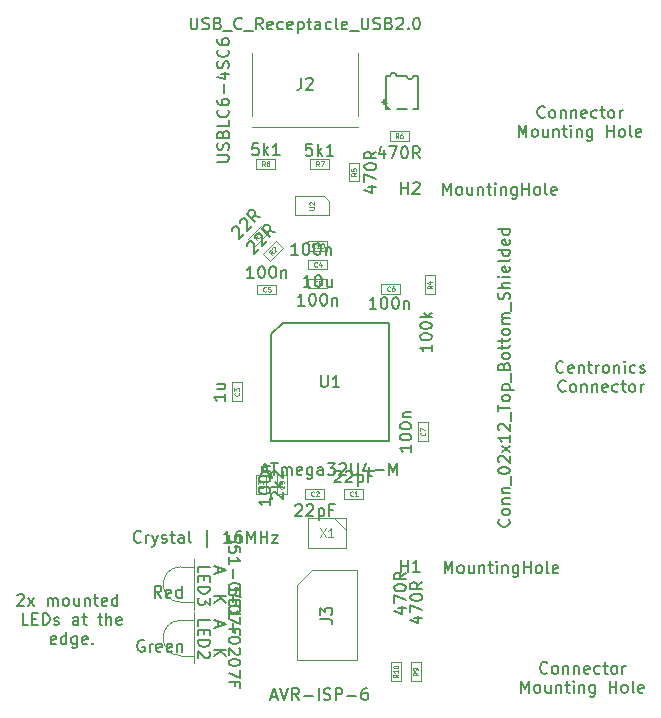
<source format=gbr>
%TF.GenerationSoftware,KiCad,Pcbnew,8.0.5*%
%TF.CreationDate,2024-10-26T16:59:59+13:00*%
%TF.ProjectId,usb_gpib_v2,7573625f-6770-4696-925f-76322e6b6963,C*%
%TF.SameCoordinates,Original*%
%TF.FileFunction,AssemblyDrawing,Top*%
%FSLAX46Y46*%
G04 Gerber Fmt 4.6, Leading zero omitted, Abs format (unit mm)*
G04 Created by KiCad (PCBNEW 8.0.5) date 2024-10-26 16:59:59*
%MOMM*%
%LPD*%
G01*
G04 APERTURE LIST*
%ADD10C,0.150000*%
%ADD11C,0.060000*%
%ADD12C,0.105000*%
%ADD13C,0.100000*%
%ADD14C,0.120000*%
%ADD15C,0.152400*%
G04 APERTURE END LIST*
D10*
X126622618Y-116979608D02*
X126574999Y-117027228D01*
X126574999Y-117027228D02*
X126432142Y-117074847D01*
X126432142Y-117074847D02*
X126336904Y-117074847D01*
X126336904Y-117074847D02*
X126194047Y-117027228D01*
X126194047Y-117027228D02*
X126098809Y-116931989D01*
X126098809Y-116931989D02*
X126051190Y-116836751D01*
X126051190Y-116836751D02*
X126003571Y-116646275D01*
X126003571Y-116646275D02*
X126003571Y-116503418D01*
X126003571Y-116503418D02*
X126051190Y-116312942D01*
X126051190Y-116312942D02*
X126098809Y-116217704D01*
X126098809Y-116217704D02*
X126194047Y-116122466D01*
X126194047Y-116122466D02*
X126336904Y-116074847D01*
X126336904Y-116074847D02*
X126432142Y-116074847D01*
X126432142Y-116074847D02*
X126574999Y-116122466D01*
X126574999Y-116122466D02*
X126622618Y-116170085D01*
X127194047Y-117074847D02*
X127098809Y-117027228D01*
X127098809Y-117027228D02*
X127051190Y-116979608D01*
X127051190Y-116979608D02*
X127003571Y-116884370D01*
X127003571Y-116884370D02*
X127003571Y-116598656D01*
X127003571Y-116598656D02*
X127051190Y-116503418D01*
X127051190Y-116503418D02*
X127098809Y-116455799D01*
X127098809Y-116455799D02*
X127194047Y-116408180D01*
X127194047Y-116408180D02*
X127336904Y-116408180D01*
X127336904Y-116408180D02*
X127432142Y-116455799D01*
X127432142Y-116455799D02*
X127479761Y-116503418D01*
X127479761Y-116503418D02*
X127527380Y-116598656D01*
X127527380Y-116598656D02*
X127527380Y-116884370D01*
X127527380Y-116884370D02*
X127479761Y-116979608D01*
X127479761Y-116979608D02*
X127432142Y-117027228D01*
X127432142Y-117027228D02*
X127336904Y-117074847D01*
X127336904Y-117074847D02*
X127194047Y-117074847D01*
X127955952Y-116408180D02*
X127955952Y-117074847D01*
X127955952Y-116503418D02*
X128003571Y-116455799D01*
X128003571Y-116455799D02*
X128098809Y-116408180D01*
X128098809Y-116408180D02*
X128241666Y-116408180D01*
X128241666Y-116408180D02*
X128336904Y-116455799D01*
X128336904Y-116455799D02*
X128384523Y-116551037D01*
X128384523Y-116551037D02*
X128384523Y-117074847D01*
X128860714Y-116408180D02*
X128860714Y-117074847D01*
X128860714Y-116503418D02*
X128908333Y-116455799D01*
X128908333Y-116455799D02*
X129003571Y-116408180D01*
X129003571Y-116408180D02*
X129146428Y-116408180D01*
X129146428Y-116408180D02*
X129241666Y-116455799D01*
X129241666Y-116455799D02*
X129289285Y-116551037D01*
X129289285Y-116551037D02*
X129289285Y-117074847D01*
X130146428Y-117027228D02*
X130051190Y-117074847D01*
X130051190Y-117074847D02*
X129860714Y-117074847D01*
X129860714Y-117074847D02*
X129765476Y-117027228D01*
X129765476Y-117027228D02*
X129717857Y-116931989D01*
X129717857Y-116931989D02*
X129717857Y-116551037D01*
X129717857Y-116551037D02*
X129765476Y-116455799D01*
X129765476Y-116455799D02*
X129860714Y-116408180D01*
X129860714Y-116408180D02*
X130051190Y-116408180D01*
X130051190Y-116408180D02*
X130146428Y-116455799D01*
X130146428Y-116455799D02*
X130194047Y-116551037D01*
X130194047Y-116551037D02*
X130194047Y-116646275D01*
X130194047Y-116646275D02*
X129717857Y-116741513D01*
X131051190Y-117027228D02*
X130955952Y-117074847D01*
X130955952Y-117074847D02*
X130765476Y-117074847D01*
X130765476Y-117074847D02*
X130670238Y-117027228D01*
X130670238Y-117027228D02*
X130622619Y-116979608D01*
X130622619Y-116979608D02*
X130575000Y-116884370D01*
X130575000Y-116884370D02*
X130575000Y-116598656D01*
X130575000Y-116598656D02*
X130622619Y-116503418D01*
X130622619Y-116503418D02*
X130670238Y-116455799D01*
X130670238Y-116455799D02*
X130765476Y-116408180D01*
X130765476Y-116408180D02*
X130955952Y-116408180D01*
X130955952Y-116408180D02*
X131051190Y-116455799D01*
X131336905Y-116408180D02*
X131717857Y-116408180D01*
X131479762Y-116074847D02*
X131479762Y-116931989D01*
X131479762Y-116931989D02*
X131527381Y-117027228D01*
X131527381Y-117027228D02*
X131622619Y-117074847D01*
X131622619Y-117074847D02*
X131717857Y-117074847D01*
X132194048Y-117074847D02*
X132098810Y-117027228D01*
X132098810Y-117027228D02*
X132051191Y-116979608D01*
X132051191Y-116979608D02*
X132003572Y-116884370D01*
X132003572Y-116884370D02*
X132003572Y-116598656D01*
X132003572Y-116598656D02*
X132051191Y-116503418D01*
X132051191Y-116503418D02*
X132098810Y-116455799D01*
X132098810Y-116455799D02*
X132194048Y-116408180D01*
X132194048Y-116408180D02*
X132336905Y-116408180D01*
X132336905Y-116408180D02*
X132432143Y-116455799D01*
X132432143Y-116455799D02*
X132479762Y-116503418D01*
X132479762Y-116503418D02*
X132527381Y-116598656D01*
X132527381Y-116598656D02*
X132527381Y-116884370D01*
X132527381Y-116884370D02*
X132479762Y-116979608D01*
X132479762Y-116979608D02*
X132432143Y-117027228D01*
X132432143Y-117027228D02*
X132336905Y-117074847D01*
X132336905Y-117074847D02*
X132194048Y-117074847D01*
X132955953Y-117074847D02*
X132955953Y-116408180D01*
X132955953Y-116598656D02*
X133003572Y-116503418D01*
X133003572Y-116503418D02*
X133051191Y-116455799D01*
X133051191Y-116455799D02*
X133146429Y-116408180D01*
X133146429Y-116408180D02*
X133241667Y-116408180D01*
X124408333Y-118684791D02*
X124408333Y-117684791D01*
X124408333Y-117684791D02*
X124741666Y-118399076D01*
X124741666Y-118399076D02*
X125074999Y-117684791D01*
X125074999Y-117684791D02*
X125074999Y-118684791D01*
X125694047Y-118684791D02*
X125598809Y-118637172D01*
X125598809Y-118637172D02*
X125551190Y-118589552D01*
X125551190Y-118589552D02*
X125503571Y-118494314D01*
X125503571Y-118494314D02*
X125503571Y-118208600D01*
X125503571Y-118208600D02*
X125551190Y-118113362D01*
X125551190Y-118113362D02*
X125598809Y-118065743D01*
X125598809Y-118065743D02*
X125694047Y-118018124D01*
X125694047Y-118018124D02*
X125836904Y-118018124D01*
X125836904Y-118018124D02*
X125932142Y-118065743D01*
X125932142Y-118065743D02*
X125979761Y-118113362D01*
X125979761Y-118113362D02*
X126027380Y-118208600D01*
X126027380Y-118208600D02*
X126027380Y-118494314D01*
X126027380Y-118494314D02*
X125979761Y-118589552D01*
X125979761Y-118589552D02*
X125932142Y-118637172D01*
X125932142Y-118637172D02*
X125836904Y-118684791D01*
X125836904Y-118684791D02*
X125694047Y-118684791D01*
X126884523Y-118018124D02*
X126884523Y-118684791D01*
X126455952Y-118018124D02*
X126455952Y-118541933D01*
X126455952Y-118541933D02*
X126503571Y-118637172D01*
X126503571Y-118637172D02*
X126598809Y-118684791D01*
X126598809Y-118684791D02*
X126741666Y-118684791D01*
X126741666Y-118684791D02*
X126836904Y-118637172D01*
X126836904Y-118637172D02*
X126884523Y-118589552D01*
X127360714Y-118018124D02*
X127360714Y-118684791D01*
X127360714Y-118113362D02*
X127408333Y-118065743D01*
X127408333Y-118065743D02*
X127503571Y-118018124D01*
X127503571Y-118018124D02*
X127646428Y-118018124D01*
X127646428Y-118018124D02*
X127741666Y-118065743D01*
X127741666Y-118065743D02*
X127789285Y-118160981D01*
X127789285Y-118160981D02*
X127789285Y-118684791D01*
X128122619Y-118018124D02*
X128503571Y-118018124D01*
X128265476Y-117684791D02*
X128265476Y-118541933D01*
X128265476Y-118541933D02*
X128313095Y-118637172D01*
X128313095Y-118637172D02*
X128408333Y-118684791D01*
X128408333Y-118684791D02*
X128503571Y-118684791D01*
X128836905Y-118684791D02*
X128836905Y-118018124D01*
X128836905Y-117684791D02*
X128789286Y-117732410D01*
X128789286Y-117732410D02*
X128836905Y-117780029D01*
X128836905Y-117780029D02*
X128884524Y-117732410D01*
X128884524Y-117732410D02*
X128836905Y-117684791D01*
X128836905Y-117684791D02*
X128836905Y-117780029D01*
X129313095Y-118018124D02*
X129313095Y-118684791D01*
X129313095Y-118113362D02*
X129360714Y-118065743D01*
X129360714Y-118065743D02*
X129455952Y-118018124D01*
X129455952Y-118018124D02*
X129598809Y-118018124D01*
X129598809Y-118018124D02*
X129694047Y-118065743D01*
X129694047Y-118065743D02*
X129741666Y-118160981D01*
X129741666Y-118160981D02*
X129741666Y-118684791D01*
X130646428Y-118018124D02*
X130646428Y-118827648D01*
X130646428Y-118827648D02*
X130598809Y-118922886D01*
X130598809Y-118922886D02*
X130551190Y-118970505D01*
X130551190Y-118970505D02*
X130455952Y-119018124D01*
X130455952Y-119018124D02*
X130313095Y-119018124D01*
X130313095Y-119018124D02*
X130217857Y-118970505D01*
X130646428Y-118637172D02*
X130551190Y-118684791D01*
X130551190Y-118684791D02*
X130360714Y-118684791D01*
X130360714Y-118684791D02*
X130265476Y-118637172D01*
X130265476Y-118637172D02*
X130217857Y-118589552D01*
X130217857Y-118589552D02*
X130170238Y-118494314D01*
X130170238Y-118494314D02*
X130170238Y-118208600D01*
X130170238Y-118208600D02*
X130217857Y-118113362D01*
X130217857Y-118113362D02*
X130265476Y-118065743D01*
X130265476Y-118065743D02*
X130360714Y-118018124D01*
X130360714Y-118018124D02*
X130551190Y-118018124D01*
X130551190Y-118018124D02*
X130646428Y-118065743D01*
X131884524Y-118684791D02*
X131884524Y-117684791D01*
X131884524Y-118160981D02*
X132455952Y-118160981D01*
X132455952Y-118684791D02*
X132455952Y-117684791D01*
X133075000Y-118684791D02*
X132979762Y-118637172D01*
X132979762Y-118637172D02*
X132932143Y-118589552D01*
X132932143Y-118589552D02*
X132884524Y-118494314D01*
X132884524Y-118494314D02*
X132884524Y-118208600D01*
X132884524Y-118208600D02*
X132932143Y-118113362D01*
X132932143Y-118113362D02*
X132979762Y-118065743D01*
X132979762Y-118065743D02*
X133075000Y-118018124D01*
X133075000Y-118018124D02*
X133217857Y-118018124D01*
X133217857Y-118018124D02*
X133313095Y-118065743D01*
X133313095Y-118065743D02*
X133360714Y-118113362D01*
X133360714Y-118113362D02*
X133408333Y-118208600D01*
X133408333Y-118208600D02*
X133408333Y-118494314D01*
X133408333Y-118494314D02*
X133360714Y-118589552D01*
X133360714Y-118589552D02*
X133313095Y-118637172D01*
X133313095Y-118637172D02*
X133217857Y-118684791D01*
X133217857Y-118684791D02*
X133075000Y-118684791D01*
X133979762Y-118684791D02*
X133884524Y-118637172D01*
X133884524Y-118637172D02*
X133836905Y-118541933D01*
X133836905Y-118541933D02*
X133836905Y-117684791D01*
X134741667Y-118637172D02*
X134646429Y-118684791D01*
X134646429Y-118684791D02*
X134455953Y-118684791D01*
X134455953Y-118684791D02*
X134360715Y-118637172D01*
X134360715Y-118637172D02*
X134313096Y-118541933D01*
X134313096Y-118541933D02*
X134313096Y-118160981D01*
X134313096Y-118160981D02*
X134360715Y-118065743D01*
X134360715Y-118065743D02*
X134455953Y-118018124D01*
X134455953Y-118018124D02*
X134646429Y-118018124D01*
X134646429Y-118018124D02*
X134741667Y-118065743D01*
X134741667Y-118065743D02*
X134789286Y-118160981D01*
X134789286Y-118160981D02*
X134789286Y-118256219D01*
X134789286Y-118256219D02*
X134313096Y-118351457D01*
X92467856Y-114252438D02*
X92372618Y-114204819D01*
X92372618Y-114204819D02*
X92229761Y-114204819D01*
X92229761Y-114204819D02*
X92086904Y-114252438D01*
X92086904Y-114252438D02*
X91991666Y-114347676D01*
X91991666Y-114347676D02*
X91944047Y-114442914D01*
X91944047Y-114442914D02*
X91896428Y-114633390D01*
X91896428Y-114633390D02*
X91896428Y-114776247D01*
X91896428Y-114776247D02*
X91944047Y-114966723D01*
X91944047Y-114966723D02*
X91991666Y-115061961D01*
X91991666Y-115061961D02*
X92086904Y-115157200D01*
X92086904Y-115157200D02*
X92229761Y-115204819D01*
X92229761Y-115204819D02*
X92324999Y-115204819D01*
X92324999Y-115204819D02*
X92467856Y-115157200D01*
X92467856Y-115157200D02*
X92515475Y-115109580D01*
X92515475Y-115109580D02*
X92515475Y-114776247D01*
X92515475Y-114776247D02*
X92324999Y-114776247D01*
X92944047Y-115204819D02*
X92944047Y-114538152D01*
X92944047Y-114728628D02*
X92991666Y-114633390D01*
X92991666Y-114633390D02*
X93039285Y-114585771D01*
X93039285Y-114585771D02*
X93134523Y-114538152D01*
X93134523Y-114538152D02*
X93229761Y-114538152D01*
X93944047Y-115157200D02*
X93848809Y-115204819D01*
X93848809Y-115204819D02*
X93658333Y-115204819D01*
X93658333Y-115204819D02*
X93563095Y-115157200D01*
X93563095Y-115157200D02*
X93515476Y-115061961D01*
X93515476Y-115061961D02*
X93515476Y-114681009D01*
X93515476Y-114681009D02*
X93563095Y-114585771D01*
X93563095Y-114585771D02*
X93658333Y-114538152D01*
X93658333Y-114538152D02*
X93848809Y-114538152D01*
X93848809Y-114538152D02*
X93944047Y-114585771D01*
X93944047Y-114585771D02*
X93991666Y-114681009D01*
X93991666Y-114681009D02*
X93991666Y-114776247D01*
X93991666Y-114776247D02*
X93515476Y-114871485D01*
X94801190Y-115157200D02*
X94705952Y-115204819D01*
X94705952Y-115204819D02*
X94515476Y-115204819D01*
X94515476Y-115204819D02*
X94420238Y-115157200D01*
X94420238Y-115157200D02*
X94372619Y-115061961D01*
X94372619Y-115061961D02*
X94372619Y-114681009D01*
X94372619Y-114681009D02*
X94420238Y-114585771D01*
X94420238Y-114585771D02*
X94515476Y-114538152D01*
X94515476Y-114538152D02*
X94705952Y-114538152D01*
X94705952Y-114538152D02*
X94801190Y-114585771D01*
X94801190Y-114585771D02*
X94848809Y-114681009D01*
X94848809Y-114681009D02*
X94848809Y-114776247D01*
X94848809Y-114776247D02*
X94372619Y-114871485D01*
X95277381Y-114538152D02*
X95277381Y-115204819D01*
X95277381Y-114633390D02*
X95325000Y-114585771D01*
X95325000Y-114585771D02*
X95420238Y-114538152D01*
X95420238Y-114538152D02*
X95563095Y-114538152D01*
X95563095Y-114538152D02*
X95658333Y-114585771D01*
X95658333Y-114585771D02*
X95705952Y-114681009D01*
X95705952Y-114681009D02*
X95705952Y-115204819D01*
X93928571Y-110629819D02*
X93595238Y-110153628D01*
X93357143Y-110629819D02*
X93357143Y-109629819D01*
X93357143Y-109629819D02*
X93738095Y-109629819D01*
X93738095Y-109629819D02*
X93833333Y-109677438D01*
X93833333Y-109677438D02*
X93880952Y-109725057D01*
X93880952Y-109725057D02*
X93928571Y-109820295D01*
X93928571Y-109820295D02*
X93928571Y-109963152D01*
X93928571Y-109963152D02*
X93880952Y-110058390D01*
X93880952Y-110058390D02*
X93833333Y-110106009D01*
X93833333Y-110106009D02*
X93738095Y-110153628D01*
X93738095Y-110153628D02*
X93357143Y-110153628D01*
X94738095Y-110582200D02*
X94642857Y-110629819D01*
X94642857Y-110629819D02*
X94452381Y-110629819D01*
X94452381Y-110629819D02*
X94357143Y-110582200D01*
X94357143Y-110582200D02*
X94309524Y-110486961D01*
X94309524Y-110486961D02*
X94309524Y-110106009D01*
X94309524Y-110106009D02*
X94357143Y-110010771D01*
X94357143Y-110010771D02*
X94452381Y-109963152D01*
X94452381Y-109963152D02*
X94642857Y-109963152D01*
X94642857Y-109963152D02*
X94738095Y-110010771D01*
X94738095Y-110010771D02*
X94785714Y-110106009D01*
X94785714Y-110106009D02*
X94785714Y-110201247D01*
X94785714Y-110201247D02*
X94309524Y-110296485D01*
X95642857Y-110629819D02*
X95642857Y-109629819D01*
X95642857Y-110582200D02*
X95547619Y-110629819D01*
X95547619Y-110629819D02*
X95357143Y-110629819D01*
X95357143Y-110629819D02*
X95261905Y-110582200D01*
X95261905Y-110582200D02*
X95214286Y-110534580D01*
X95214286Y-110534580D02*
X95166667Y-110439342D01*
X95166667Y-110439342D02*
X95166667Y-110153628D01*
X95166667Y-110153628D02*
X95214286Y-110058390D01*
X95214286Y-110058390D02*
X95261905Y-110010771D01*
X95261905Y-110010771D02*
X95357143Y-109963152D01*
X95357143Y-109963152D02*
X95547619Y-109963152D01*
X95547619Y-109963152D02*
X95642857Y-110010771D01*
X126397618Y-69929608D02*
X126349999Y-69977228D01*
X126349999Y-69977228D02*
X126207142Y-70024847D01*
X126207142Y-70024847D02*
X126111904Y-70024847D01*
X126111904Y-70024847D02*
X125969047Y-69977228D01*
X125969047Y-69977228D02*
X125873809Y-69881989D01*
X125873809Y-69881989D02*
X125826190Y-69786751D01*
X125826190Y-69786751D02*
X125778571Y-69596275D01*
X125778571Y-69596275D02*
X125778571Y-69453418D01*
X125778571Y-69453418D02*
X125826190Y-69262942D01*
X125826190Y-69262942D02*
X125873809Y-69167704D01*
X125873809Y-69167704D02*
X125969047Y-69072466D01*
X125969047Y-69072466D02*
X126111904Y-69024847D01*
X126111904Y-69024847D02*
X126207142Y-69024847D01*
X126207142Y-69024847D02*
X126349999Y-69072466D01*
X126349999Y-69072466D02*
X126397618Y-69120085D01*
X126969047Y-70024847D02*
X126873809Y-69977228D01*
X126873809Y-69977228D02*
X126826190Y-69929608D01*
X126826190Y-69929608D02*
X126778571Y-69834370D01*
X126778571Y-69834370D02*
X126778571Y-69548656D01*
X126778571Y-69548656D02*
X126826190Y-69453418D01*
X126826190Y-69453418D02*
X126873809Y-69405799D01*
X126873809Y-69405799D02*
X126969047Y-69358180D01*
X126969047Y-69358180D02*
X127111904Y-69358180D01*
X127111904Y-69358180D02*
X127207142Y-69405799D01*
X127207142Y-69405799D02*
X127254761Y-69453418D01*
X127254761Y-69453418D02*
X127302380Y-69548656D01*
X127302380Y-69548656D02*
X127302380Y-69834370D01*
X127302380Y-69834370D02*
X127254761Y-69929608D01*
X127254761Y-69929608D02*
X127207142Y-69977228D01*
X127207142Y-69977228D02*
X127111904Y-70024847D01*
X127111904Y-70024847D02*
X126969047Y-70024847D01*
X127730952Y-69358180D02*
X127730952Y-70024847D01*
X127730952Y-69453418D02*
X127778571Y-69405799D01*
X127778571Y-69405799D02*
X127873809Y-69358180D01*
X127873809Y-69358180D02*
X128016666Y-69358180D01*
X128016666Y-69358180D02*
X128111904Y-69405799D01*
X128111904Y-69405799D02*
X128159523Y-69501037D01*
X128159523Y-69501037D02*
X128159523Y-70024847D01*
X128635714Y-69358180D02*
X128635714Y-70024847D01*
X128635714Y-69453418D02*
X128683333Y-69405799D01*
X128683333Y-69405799D02*
X128778571Y-69358180D01*
X128778571Y-69358180D02*
X128921428Y-69358180D01*
X128921428Y-69358180D02*
X129016666Y-69405799D01*
X129016666Y-69405799D02*
X129064285Y-69501037D01*
X129064285Y-69501037D02*
X129064285Y-70024847D01*
X129921428Y-69977228D02*
X129826190Y-70024847D01*
X129826190Y-70024847D02*
X129635714Y-70024847D01*
X129635714Y-70024847D02*
X129540476Y-69977228D01*
X129540476Y-69977228D02*
X129492857Y-69881989D01*
X129492857Y-69881989D02*
X129492857Y-69501037D01*
X129492857Y-69501037D02*
X129540476Y-69405799D01*
X129540476Y-69405799D02*
X129635714Y-69358180D01*
X129635714Y-69358180D02*
X129826190Y-69358180D01*
X129826190Y-69358180D02*
X129921428Y-69405799D01*
X129921428Y-69405799D02*
X129969047Y-69501037D01*
X129969047Y-69501037D02*
X129969047Y-69596275D01*
X129969047Y-69596275D02*
X129492857Y-69691513D01*
X130826190Y-69977228D02*
X130730952Y-70024847D01*
X130730952Y-70024847D02*
X130540476Y-70024847D01*
X130540476Y-70024847D02*
X130445238Y-69977228D01*
X130445238Y-69977228D02*
X130397619Y-69929608D01*
X130397619Y-69929608D02*
X130350000Y-69834370D01*
X130350000Y-69834370D02*
X130350000Y-69548656D01*
X130350000Y-69548656D02*
X130397619Y-69453418D01*
X130397619Y-69453418D02*
X130445238Y-69405799D01*
X130445238Y-69405799D02*
X130540476Y-69358180D01*
X130540476Y-69358180D02*
X130730952Y-69358180D01*
X130730952Y-69358180D02*
X130826190Y-69405799D01*
X131111905Y-69358180D02*
X131492857Y-69358180D01*
X131254762Y-69024847D02*
X131254762Y-69881989D01*
X131254762Y-69881989D02*
X131302381Y-69977228D01*
X131302381Y-69977228D02*
X131397619Y-70024847D01*
X131397619Y-70024847D02*
X131492857Y-70024847D01*
X131969048Y-70024847D02*
X131873810Y-69977228D01*
X131873810Y-69977228D02*
X131826191Y-69929608D01*
X131826191Y-69929608D02*
X131778572Y-69834370D01*
X131778572Y-69834370D02*
X131778572Y-69548656D01*
X131778572Y-69548656D02*
X131826191Y-69453418D01*
X131826191Y-69453418D02*
X131873810Y-69405799D01*
X131873810Y-69405799D02*
X131969048Y-69358180D01*
X131969048Y-69358180D02*
X132111905Y-69358180D01*
X132111905Y-69358180D02*
X132207143Y-69405799D01*
X132207143Y-69405799D02*
X132254762Y-69453418D01*
X132254762Y-69453418D02*
X132302381Y-69548656D01*
X132302381Y-69548656D02*
X132302381Y-69834370D01*
X132302381Y-69834370D02*
X132254762Y-69929608D01*
X132254762Y-69929608D02*
X132207143Y-69977228D01*
X132207143Y-69977228D02*
X132111905Y-70024847D01*
X132111905Y-70024847D02*
X131969048Y-70024847D01*
X132730953Y-70024847D02*
X132730953Y-69358180D01*
X132730953Y-69548656D02*
X132778572Y-69453418D01*
X132778572Y-69453418D02*
X132826191Y-69405799D01*
X132826191Y-69405799D02*
X132921429Y-69358180D01*
X132921429Y-69358180D02*
X133016667Y-69358180D01*
X124183333Y-71634791D02*
X124183333Y-70634791D01*
X124183333Y-70634791D02*
X124516666Y-71349076D01*
X124516666Y-71349076D02*
X124849999Y-70634791D01*
X124849999Y-70634791D02*
X124849999Y-71634791D01*
X125469047Y-71634791D02*
X125373809Y-71587172D01*
X125373809Y-71587172D02*
X125326190Y-71539552D01*
X125326190Y-71539552D02*
X125278571Y-71444314D01*
X125278571Y-71444314D02*
X125278571Y-71158600D01*
X125278571Y-71158600D02*
X125326190Y-71063362D01*
X125326190Y-71063362D02*
X125373809Y-71015743D01*
X125373809Y-71015743D02*
X125469047Y-70968124D01*
X125469047Y-70968124D02*
X125611904Y-70968124D01*
X125611904Y-70968124D02*
X125707142Y-71015743D01*
X125707142Y-71015743D02*
X125754761Y-71063362D01*
X125754761Y-71063362D02*
X125802380Y-71158600D01*
X125802380Y-71158600D02*
X125802380Y-71444314D01*
X125802380Y-71444314D02*
X125754761Y-71539552D01*
X125754761Y-71539552D02*
X125707142Y-71587172D01*
X125707142Y-71587172D02*
X125611904Y-71634791D01*
X125611904Y-71634791D02*
X125469047Y-71634791D01*
X126659523Y-70968124D02*
X126659523Y-71634791D01*
X126230952Y-70968124D02*
X126230952Y-71491933D01*
X126230952Y-71491933D02*
X126278571Y-71587172D01*
X126278571Y-71587172D02*
X126373809Y-71634791D01*
X126373809Y-71634791D02*
X126516666Y-71634791D01*
X126516666Y-71634791D02*
X126611904Y-71587172D01*
X126611904Y-71587172D02*
X126659523Y-71539552D01*
X127135714Y-70968124D02*
X127135714Y-71634791D01*
X127135714Y-71063362D02*
X127183333Y-71015743D01*
X127183333Y-71015743D02*
X127278571Y-70968124D01*
X127278571Y-70968124D02*
X127421428Y-70968124D01*
X127421428Y-70968124D02*
X127516666Y-71015743D01*
X127516666Y-71015743D02*
X127564285Y-71110981D01*
X127564285Y-71110981D02*
X127564285Y-71634791D01*
X127897619Y-70968124D02*
X128278571Y-70968124D01*
X128040476Y-70634791D02*
X128040476Y-71491933D01*
X128040476Y-71491933D02*
X128088095Y-71587172D01*
X128088095Y-71587172D02*
X128183333Y-71634791D01*
X128183333Y-71634791D02*
X128278571Y-71634791D01*
X128611905Y-71634791D02*
X128611905Y-70968124D01*
X128611905Y-70634791D02*
X128564286Y-70682410D01*
X128564286Y-70682410D02*
X128611905Y-70730029D01*
X128611905Y-70730029D02*
X128659524Y-70682410D01*
X128659524Y-70682410D02*
X128611905Y-70634791D01*
X128611905Y-70634791D02*
X128611905Y-70730029D01*
X129088095Y-70968124D02*
X129088095Y-71634791D01*
X129088095Y-71063362D02*
X129135714Y-71015743D01*
X129135714Y-71015743D02*
X129230952Y-70968124D01*
X129230952Y-70968124D02*
X129373809Y-70968124D01*
X129373809Y-70968124D02*
X129469047Y-71015743D01*
X129469047Y-71015743D02*
X129516666Y-71110981D01*
X129516666Y-71110981D02*
X129516666Y-71634791D01*
X130421428Y-70968124D02*
X130421428Y-71777648D01*
X130421428Y-71777648D02*
X130373809Y-71872886D01*
X130373809Y-71872886D02*
X130326190Y-71920505D01*
X130326190Y-71920505D02*
X130230952Y-71968124D01*
X130230952Y-71968124D02*
X130088095Y-71968124D01*
X130088095Y-71968124D02*
X129992857Y-71920505D01*
X130421428Y-71587172D02*
X130326190Y-71634791D01*
X130326190Y-71634791D02*
X130135714Y-71634791D01*
X130135714Y-71634791D02*
X130040476Y-71587172D01*
X130040476Y-71587172D02*
X129992857Y-71539552D01*
X129992857Y-71539552D02*
X129945238Y-71444314D01*
X129945238Y-71444314D02*
X129945238Y-71158600D01*
X129945238Y-71158600D02*
X129992857Y-71063362D01*
X129992857Y-71063362D02*
X130040476Y-71015743D01*
X130040476Y-71015743D02*
X130135714Y-70968124D01*
X130135714Y-70968124D02*
X130326190Y-70968124D01*
X130326190Y-70968124D02*
X130421428Y-71015743D01*
X131659524Y-71634791D02*
X131659524Y-70634791D01*
X131659524Y-71110981D02*
X132230952Y-71110981D01*
X132230952Y-71634791D02*
X132230952Y-70634791D01*
X132850000Y-71634791D02*
X132754762Y-71587172D01*
X132754762Y-71587172D02*
X132707143Y-71539552D01*
X132707143Y-71539552D02*
X132659524Y-71444314D01*
X132659524Y-71444314D02*
X132659524Y-71158600D01*
X132659524Y-71158600D02*
X132707143Y-71063362D01*
X132707143Y-71063362D02*
X132754762Y-71015743D01*
X132754762Y-71015743D02*
X132850000Y-70968124D01*
X132850000Y-70968124D02*
X132992857Y-70968124D01*
X132992857Y-70968124D02*
X133088095Y-71015743D01*
X133088095Y-71015743D02*
X133135714Y-71063362D01*
X133135714Y-71063362D02*
X133183333Y-71158600D01*
X133183333Y-71158600D02*
X133183333Y-71444314D01*
X133183333Y-71444314D02*
X133135714Y-71539552D01*
X133135714Y-71539552D02*
X133088095Y-71587172D01*
X133088095Y-71587172D02*
X132992857Y-71634791D01*
X132992857Y-71634791D02*
X132850000Y-71634791D01*
X133754762Y-71634791D02*
X133659524Y-71587172D01*
X133659524Y-71587172D02*
X133611905Y-71491933D01*
X133611905Y-71491933D02*
X133611905Y-70634791D01*
X134516667Y-71587172D02*
X134421429Y-71634791D01*
X134421429Y-71634791D02*
X134230953Y-71634791D01*
X134230953Y-71634791D02*
X134135715Y-71587172D01*
X134135715Y-71587172D02*
X134088096Y-71491933D01*
X134088096Y-71491933D02*
X134088096Y-71110981D01*
X134088096Y-71110981D02*
X134135715Y-71015743D01*
X134135715Y-71015743D02*
X134230953Y-70968124D01*
X134230953Y-70968124D02*
X134421429Y-70968124D01*
X134421429Y-70968124D02*
X134516667Y-71015743D01*
X134516667Y-71015743D02*
X134564286Y-71110981D01*
X134564286Y-71110981D02*
X134564286Y-71206219D01*
X134564286Y-71206219D02*
X134088096Y-71301457D01*
X127982142Y-91504608D02*
X127934523Y-91552228D01*
X127934523Y-91552228D02*
X127791666Y-91599847D01*
X127791666Y-91599847D02*
X127696428Y-91599847D01*
X127696428Y-91599847D02*
X127553571Y-91552228D01*
X127553571Y-91552228D02*
X127458333Y-91456989D01*
X127458333Y-91456989D02*
X127410714Y-91361751D01*
X127410714Y-91361751D02*
X127363095Y-91171275D01*
X127363095Y-91171275D02*
X127363095Y-91028418D01*
X127363095Y-91028418D02*
X127410714Y-90837942D01*
X127410714Y-90837942D02*
X127458333Y-90742704D01*
X127458333Y-90742704D02*
X127553571Y-90647466D01*
X127553571Y-90647466D02*
X127696428Y-90599847D01*
X127696428Y-90599847D02*
X127791666Y-90599847D01*
X127791666Y-90599847D02*
X127934523Y-90647466D01*
X127934523Y-90647466D02*
X127982142Y-90695085D01*
X128791666Y-91552228D02*
X128696428Y-91599847D01*
X128696428Y-91599847D02*
X128505952Y-91599847D01*
X128505952Y-91599847D02*
X128410714Y-91552228D01*
X128410714Y-91552228D02*
X128363095Y-91456989D01*
X128363095Y-91456989D02*
X128363095Y-91076037D01*
X128363095Y-91076037D02*
X128410714Y-90980799D01*
X128410714Y-90980799D02*
X128505952Y-90933180D01*
X128505952Y-90933180D02*
X128696428Y-90933180D01*
X128696428Y-90933180D02*
X128791666Y-90980799D01*
X128791666Y-90980799D02*
X128839285Y-91076037D01*
X128839285Y-91076037D02*
X128839285Y-91171275D01*
X128839285Y-91171275D02*
X128363095Y-91266513D01*
X129267857Y-90933180D02*
X129267857Y-91599847D01*
X129267857Y-91028418D02*
X129315476Y-90980799D01*
X129315476Y-90980799D02*
X129410714Y-90933180D01*
X129410714Y-90933180D02*
X129553571Y-90933180D01*
X129553571Y-90933180D02*
X129648809Y-90980799D01*
X129648809Y-90980799D02*
X129696428Y-91076037D01*
X129696428Y-91076037D02*
X129696428Y-91599847D01*
X130029762Y-90933180D02*
X130410714Y-90933180D01*
X130172619Y-90599847D02*
X130172619Y-91456989D01*
X130172619Y-91456989D02*
X130220238Y-91552228D01*
X130220238Y-91552228D02*
X130315476Y-91599847D01*
X130315476Y-91599847D02*
X130410714Y-91599847D01*
X130744048Y-91599847D02*
X130744048Y-90933180D01*
X130744048Y-91123656D02*
X130791667Y-91028418D01*
X130791667Y-91028418D02*
X130839286Y-90980799D01*
X130839286Y-90980799D02*
X130934524Y-90933180D01*
X130934524Y-90933180D02*
X131029762Y-90933180D01*
X131505953Y-91599847D02*
X131410715Y-91552228D01*
X131410715Y-91552228D02*
X131363096Y-91504608D01*
X131363096Y-91504608D02*
X131315477Y-91409370D01*
X131315477Y-91409370D02*
X131315477Y-91123656D01*
X131315477Y-91123656D02*
X131363096Y-91028418D01*
X131363096Y-91028418D02*
X131410715Y-90980799D01*
X131410715Y-90980799D02*
X131505953Y-90933180D01*
X131505953Y-90933180D02*
X131648810Y-90933180D01*
X131648810Y-90933180D02*
X131744048Y-90980799D01*
X131744048Y-90980799D02*
X131791667Y-91028418D01*
X131791667Y-91028418D02*
X131839286Y-91123656D01*
X131839286Y-91123656D02*
X131839286Y-91409370D01*
X131839286Y-91409370D02*
X131791667Y-91504608D01*
X131791667Y-91504608D02*
X131744048Y-91552228D01*
X131744048Y-91552228D02*
X131648810Y-91599847D01*
X131648810Y-91599847D02*
X131505953Y-91599847D01*
X132267858Y-90933180D02*
X132267858Y-91599847D01*
X132267858Y-91028418D02*
X132315477Y-90980799D01*
X132315477Y-90980799D02*
X132410715Y-90933180D01*
X132410715Y-90933180D02*
X132553572Y-90933180D01*
X132553572Y-90933180D02*
X132648810Y-90980799D01*
X132648810Y-90980799D02*
X132696429Y-91076037D01*
X132696429Y-91076037D02*
X132696429Y-91599847D01*
X133172620Y-91599847D02*
X133172620Y-90933180D01*
X133172620Y-90599847D02*
X133125001Y-90647466D01*
X133125001Y-90647466D02*
X133172620Y-90695085D01*
X133172620Y-90695085D02*
X133220239Y-90647466D01*
X133220239Y-90647466D02*
X133172620Y-90599847D01*
X133172620Y-90599847D02*
X133172620Y-90695085D01*
X134077381Y-91552228D02*
X133982143Y-91599847D01*
X133982143Y-91599847D02*
X133791667Y-91599847D01*
X133791667Y-91599847D02*
X133696429Y-91552228D01*
X133696429Y-91552228D02*
X133648810Y-91504608D01*
X133648810Y-91504608D02*
X133601191Y-91409370D01*
X133601191Y-91409370D02*
X133601191Y-91123656D01*
X133601191Y-91123656D02*
X133648810Y-91028418D01*
X133648810Y-91028418D02*
X133696429Y-90980799D01*
X133696429Y-90980799D02*
X133791667Y-90933180D01*
X133791667Y-90933180D02*
X133982143Y-90933180D01*
X133982143Y-90933180D02*
X134077381Y-90980799D01*
X134458334Y-91552228D02*
X134553572Y-91599847D01*
X134553572Y-91599847D02*
X134744048Y-91599847D01*
X134744048Y-91599847D02*
X134839286Y-91552228D01*
X134839286Y-91552228D02*
X134886905Y-91456989D01*
X134886905Y-91456989D02*
X134886905Y-91409370D01*
X134886905Y-91409370D02*
X134839286Y-91314132D01*
X134839286Y-91314132D02*
X134744048Y-91266513D01*
X134744048Y-91266513D02*
X134601191Y-91266513D01*
X134601191Y-91266513D02*
X134505953Y-91218894D01*
X134505953Y-91218894D02*
X134458334Y-91123656D01*
X134458334Y-91123656D02*
X134458334Y-91076037D01*
X134458334Y-91076037D02*
X134505953Y-90980799D01*
X134505953Y-90980799D02*
X134601191Y-90933180D01*
X134601191Y-90933180D02*
X134744048Y-90933180D01*
X134744048Y-90933180D02*
X134839286Y-90980799D01*
X128172618Y-93114552D02*
X128124999Y-93162172D01*
X128124999Y-93162172D02*
X127982142Y-93209791D01*
X127982142Y-93209791D02*
X127886904Y-93209791D01*
X127886904Y-93209791D02*
X127744047Y-93162172D01*
X127744047Y-93162172D02*
X127648809Y-93066933D01*
X127648809Y-93066933D02*
X127601190Y-92971695D01*
X127601190Y-92971695D02*
X127553571Y-92781219D01*
X127553571Y-92781219D02*
X127553571Y-92638362D01*
X127553571Y-92638362D02*
X127601190Y-92447886D01*
X127601190Y-92447886D02*
X127648809Y-92352648D01*
X127648809Y-92352648D02*
X127744047Y-92257410D01*
X127744047Y-92257410D02*
X127886904Y-92209791D01*
X127886904Y-92209791D02*
X127982142Y-92209791D01*
X127982142Y-92209791D02*
X128124999Y-92257410D01*
X128124999Y-92257410D02*
X128172618Y-92305029D01*
X128744047Y-93209791D02*
X128648809Y-93162172D01*
X128648809Y-93162172D02*
X128601190Y-93114552D01*
X128601190Y-93114552D02*
X128553571Y-93019314D01*
X128553571Y-93019314D02*
X128553571Y-92733600D01*
X128553571Y-92733600D02*
X128601190Y-92638362D01*
X128601190Y-92638362D02*
X128648809Y-92590743D01*
X128648809Y-92590743D02*
X128744047Y-92543124D01*
X128744047Y-92543124D02*
X128886904Y-92543124D01*
X128886904Y-92543124D02*
X128982142Y-92590743D01*
X128982142Y-92590743D02*
X129029761Y-92638362D01*
X129029761Y-92638362D02*
X129077380Y-92733600D01*
X129077380Y-92733600D02*
X129077380Y-93019314D01*
X129077380Y-93019314D02*
X129029761Y-93114552D01*
X129029761Y-93114552D02*
X128982142Y-93162172D01*
X128982142Y-93162172D02*
X128886904Y-93209791D01*
X128886904Y-93209791D02*
X128744047Y-93209791D01*
X129505952Y-92543124D02*
X129505952Y-93209791D01*
X129505952Y-92638362D02*
X129553571Y-92590743D01*
X129553571Y-92590743D02*
X129648809Y-92543124D01*
X129648809Y-92543124D02*
X129791666Y-92543124D01*
X129791666Y-92543124D02*
X129886904Y-92590743D01*
X129886904Y-92590743D02*
X129934523Y-92685981D01*
X129934523Y-92685981D02*
X129934523Y-93209791D01*
X130410714Y-92543124D02*
X130410714Y-93209791D01*
X130410714Y-92638362D02*
X130458333Y-92590743D01*
X130458333Y-92590743D02*
X130553571Y-92543124D01*
X130553571Y-92543124D02*
X130696428Y-92543124D01*
X130696428Y-92543124D02*
X130791666Y-92590743D01*
X130791666Y-92590743D02*
X130839285Y-92685981D01*
X130839285Y-92685981D02*
X130839285Y-93209791D01*
X131696428Y-93162172D02*
X131601190Y-93209791D01*
X131601190Y-93209791D02*
X131410714Y-93209791D01*
X131410714Y-93209791D02*
X131315476Y-93162172D01*
X131315476Y-93162172D02*
X131267857Y-93066933D01*
X131267857Y-93066933D02*
X131267857Y-92685981D01*
X131267857Y-92685981D02*
X131315476Y-92590743D01*
X131315476Y-92590743D02*
X131410714Y-92543124D01*
X131410714Y-92543124D02*
X131601190Y-92543124D01*
X131601190Y-92543124D02*
X131696428Y-92590743D01*
X131696428Y-92590743D02*
X131744047Y-92685981D01*
X131744047Y-92685981D02*
X131744047Y-92781219D01*
X131744047Y-92781219D02*
X131267857Y-92876457D01*
X132601190Y-93162172D02*
X132505952Y-93209791D01*
X132505952Y-93209791D02*
X132315476Y-93209791D01*
X132315476Y-93209791D02*
X132220238Y-93162172D01*
X132220238Y-93162172D02*
X132172619Y-93114552D01*
X132172619Y-93114552D02*
X132125000Y-93019314D01*
X132125000Y-93019314D02*
X132125000Y-92733600D01*
X132125000Y-92733600D02*
X132172619Y-92638362D01*
X132172619Y-92638362D02*
X132220238Y-92590743D01*
X132220238Y-92590743D02*
X132315476Y-92543124D01*
X132315476Y-92543124D02*
X132505952Y-92543124D01*
X132505952Y-92543124D02*
X132601190Y-92590743D01*
X132886905Y-92543124D02*
X133267857Y-92543124D01*
X133029762Y-92209791D02*
X133029762Y-93066933D01*
X133029762Y-93066933D02*
X133077381Y-93162172D01*
X133077381Y-93162172D02*
X133172619Y-93209791D01*
X133172619Y-93209791D02*
X133267857Y-93209791D01*
X133744048Y-93209791D02*
X133648810Y-93162172D01*
X133648810Y-93162172D02*
X133601191Y-93114552D01*
X133601191Y-93114552D02*
X133553572Y-93019314D01*
X133553572Y-93019314D02*
X133553572Y-92733600D01*
X133553572Y-92733600D02*
X133601191Y-92638362D01*
X133601191Y-92638362D02*
X133648810Y-92590743D01*
X133648810Y-92590743D02*
X133744048Y-92543124D01*
X133744048Y-92543124D02*
X133886905Y-92543124D01*
X133886905Y-92543124D02*
X133982143Y-92590743D01*
X133982143Y-92590743D02*
X134029762Y-92638362D01*
X134029762Y-92638362D02*
X134077381Y-92733600D01*
X134077381Y-92733600D02*
X134077381Y-93019314D01*
X134077381Y-93019314D02*
X134029762Y-93114552D01*
X134029762Y-93114552D02*
X133982143Y-93162172D01*
X133982143Y-93162172D02*
X133886905Y-93209791D01*
X133886905Y-93209791D02*
X133744048Y-93209791D01*
X134505953Y-93209791D02*
X134505953Y-92543124D01*
X134505953Y-92733600D02*
X134553572Y-92638362D01*
X134553572Y-92638362D02*
X134601191Y-92590743D01*
X134601191Y-92590743D02*
X134696429Y-92543124D01*
X134696429Y-92543124D02*
X134791667Y-92543124D01*
X81732142Y-110440113D02*
X81779761Y-110392494D01*
X81779761Y-110392494D02*
X81874999Y-110344875D01*
X81874999Y-110344875D02*
X82113094Y-110344875D01*
X82113094Y-110344875D02*
X82208332Y-110392494D01*
X82208332Y-110392494D02*
X82255951Y-110440113D01*
X82255951Y-110440113D02*
X82303570Y-110535351D01*
X82303570Y-110535351D02*
X82303570Y-110630589D01*
X82303570Y-110630589D02*
X82255951Y-110773446D01*
X82255951Y-110773446D02*
X81684523Y-111344875D01*
X81684523Y-111344875D02*
X82303570Y-111344875D01*
X82636904Y-111344875D02*
X83160713Y-110678208D01*
X82636904Y-110678208D02*
X83160713Y-111344875D01*
X84303571Y-111344875D02*
X84303571Y-110678208D01*
X84303571Y-110773446D02*
X84351190Y-110725827D01*
X84351190Y-110725827D02*
X84446428Y-110678208D01*
X84446428Y-110678208D02*
X84589285Y-110678208D01*
X84589285Y-110678208D02*
X84684523Y-110725827D01*
X84684523Y-110725827D02*
X84732142Y-110821065D01*
X84732142Y-110821065D02*
X84732142Y-111344875D01*
X84732142Y-110821065D02*
X84779761Y-110725827D01*
X84779761Y-110725827D02*
X84874999Y-110678208D01*
X84874999Y-110678208D02*
X85017856Y-110678208D01*
X85017856Y-110678208D02*
X85113095Y-110725827D01*
X85113095Y-110725827D02*
X85160714Y-110821065D01*
X85160714Y-110821065D02*
X85160714Y-111344875D01*
X85779761Y-111344875D02*
X85684523Y-111297256D01*
X85684523Y-111297256D02*
X85636904Y-111249636D01*
X85636904Y-111249636D02*
X85589285Y-111154398D01*
X85589285Y-111154398D02*
X85589285Y-110868684D01*
X85589285Y-110868684D02*
X85636904Y-110773446D01*
X85636904Y-110773446D02*
X85684523Y-110725827D01*
X85684523Y-110725827D02*
X85779761Y-110678208D01*
X85779761Y-110678208D02*
X85922618Y-110678208D01*
X85922618Y-110678208D02*
X86017856Y-110725827D01*
X86017856Y-110725827D02*
X86065475Y-110773446D01*
X86065475Y-110773446D02*
X86113094Y-110868684D01*
X86113094Y-110868684D02*
X86113094Y-111154398D01*
X86113094Y-111154398D02*
X86065475Y-111249636D01*
X86065475Y-111249636D02*
X86017856Y-111297256D01*
X86017856Y-111297256D02*
X85922618Y-111344875D01*
X85922618Y-111344875D02*
X85779761Y-111344875D01*
X86970237Y-110678208D02*
X86970237Y-111344875D01*
X86541666Y-110678208D02*
X86541666Y-111202017D01*
X86541666Y-111202017D02*
X86589285Y-111297256D01*
X86589285Y-111297256D02*
X86684523Y-111344875D01*
X86684523Y-111344875D02*
X86827380Y-111344875D01*
X86827380Y-111344875D02*
X86922618Y-111297256D01*
X86922618Y-111297256D02*
X86970237Y-111249636D01*
X87446428Y-110678208D02*
X87446428Y-111344875D01*
X87446428Y-110773446D02*
X87494047Y-110725827D01*
X87494047Y-110725827D02*
X87589285Y-110678208D01*
X87589285Y-110678208D02*
X87732142Y-110678208D01*
X87732142Y-110678208D02*
X87827380Y-110725827D01*
X87827380Y-110725827D02*
X87874999Y-110821065D01*
X87874999Y-110821065D02*
X87874999Y-111344875D01*
X88208333Y-110678208D02*
X88589285Y-110678208D01*
X88351190Y-110344875D02*
X88351190Y-111202017D01*
X88351190Y-111202017D02*
X88398809Y-111297256D01*
X88398809Y-111297256D02*
X88494047Y-111344875D01*
X88494047Y-111344875D02*
X88589285Y-111344875D01*
X89303571Y-111297256D02*
X89208333Y-111344875D01*
X89208333Y-111344875D02*
X89017857Y-111344875D01*
X89017857Y-111344875D02*
X88922619Y-111297256D01*
X88922619Y-111297256D02*
X88875000Y-111202017D01*
X88875000Y-111202017D02*
X88875000Y-110821065D01*
X88875000Y-110821065D02*
X88922619Y-110725827D01*
X88922619Y-110725827D02*
X89017857Y-110678208D01*
X89017857Y-110678208D02*
X89208333Y-110678208D01*
X89208333Y-110678208D02*
X89303571Y-110725827D01*
X89303571Y-110725827D02*
X89351190Y-110821065D01*
X89351190Y-110821065D02*
X89351190Y-110916303D01*
X89351190Y-110916303D02*
X88875000Y-111011541D01*
X90208333Y-111344875D02*
X90208333Y-110344875D01*
X90208333Y-111297256D02*
X90113095Y-111344875D01*
X90113095Y-111344875D02*
X89922619Y-111344875D01*
X89922619Y-111344875D02*
X89827381Y-111297256D01*
X89827381Y-111297256D02*
X89779762Y-111249636D01*
X89779762Y-111249636D02*
X89732143Y-111154398D01*
X89732143Y-111154398D02*
X89732143Y-110868684D01*
X89732143Y-110868684D02*
X89779762Y-110773446D01*
X89779762Y-110773446D02*
X89827381Y-110725827D01*
X89827381Y-110725827D02*
X89922619Y-110678208D01*
X89922619Y-110678208D02*
X90113095Y-110678208D01*
X90113095Y-110678208D02*
X90208333Y-110725827D01*
X82660713Y-112954819D02*
X82184523Y-112954819D01*
X82184523Y-112954819D02*
X82184523Y-111954819D01*
X82994047Y-112431009D02*
X83327380Y-112431009D01*
X83470237Y-112954819D02*
X82994047Y-112954819D01*
X82994047Y-112954819D02*
X82994047Y-111954819D01*
X82994047Y-111954819D02*
X83470237Y-111954819D01*
X83898809Y-112954819D02*
X83898809Y-111954819D01*
X83898809Y-111954819D02*
X84136904Y-111954819D01*
X84136904Y-111954819D02*
X84279761Y-112002438D01*
X84279761Y-112002438D02*
X84374999Y-112097676D01*
X84374999Y-112097676D02*
X84422618Y-112192914D01*
X84422618Y-112192914D02*
X84470237Y-112383390D01*
X84470237Y-112383390D02*
X84470237Y-112526247D01*
X84470237Y-112526247D02*
X84422618Y-112716723D01*
X84422618Y-112716723D02*
X84374999Y-112811961D01*
X84374999Y-112811961D02*
X84279761Y-112907200D01*
X84279761Y-112907200D02*
X84136904Y-112954819D01*
X84136904Y-112954819D02*
X83898809Y-112954819D01*
X84851190Y-112907200D02*
X84946428Y-112954819D01*
X84946428Y-112954819D02*
X85136904Y-112954819D01*
X85136904Y-112954819D02*
X85232142Y-112907200D01*
X85232142Y-112907200D02*
X85279761Y-112811961D01*
X85279761Y-112811961D02*
X85279761Y-112764342D01*
X85279761Y-112764342D02*
X85232142Y-112669104D01*
X85232142Y-112669104D02*
X85136904Y-112621485D01*
X85136904Y-112621485D02*
X84994047Y-112621485D01*
X84994047Y-112621485D02*
X84898809Y-112573866D01*
X84898809Y-112573866D02*
X84851190Y-112478628D01*
X84851190Y-112478628D02*
X84851190Y-112431009D01*
X84851190Y-112431009D02*
X84898809Y-112335771D01*
X84898809Y-112335771D02*
X84994047Y-112288152D01*
X84994047Y-112288152D02*
X85136904Y-112288152D01*
X85136904Y-112288152D02*
X85232142Y-112335771D01*
X86898809Y-112954819D02*
X86898809Y-112431009D01*
X86898809Y-112431009D02*
X86851190Y-112335771D01*
X86851190Y-112335771D02*
X86755952Y-112288152D01*
X86755952Y-112288152D02*
X86565476Y-112288152D01*
X86565476Y-112288152D02*
X86470238Y-112335771D01*
X86898809Y-112907200D02*
X86803571Y-112954819D01*
X86803571Y-112954819D02*
X86565476Y-112954819D01*
X86565476Y-112954819D02*
X86470238Y-112907200D01*
X86470238Y-112907200D02*
X86422619Y-112811961D01*
X86422619Y-112811961D02*
X86422619Y-112716723D01*
X86422619Y-112716723D02*
X86470238Y-112621485D01*
X86470238Y-112621485D02*
X86565476Y-112573866D01*
X86565476Y-112573866D02*
X86803571Y-112573866D01*
X86803571Y-112573866D02*
X86898809Y-112526247D01*
X87232143Y-112288152D02*
X87613095Y-112288152D01*
X87375000Y-111954819D02*
X87375000Y-112811961D01*
X87375000Y-112811961D02*
X87422619Y-112907200D01*
X87422619Y-112907200D02*
X87517857Y-112954819D01*
X87517857Y-112954819D02*
X87613095Y-112954819D01*
X88565477Y-112288152D02*
X88946429Y-112288152D01*
X88708334Y-111954819D02*
X88708334Y-112811961D01*
X88708334Y-112811961D02*
X88755953Y-112907200D01*
X88755953Y-112907200D02*
X88851191Y-112954819D01*
X88851191Y-112954819D02*
X88946429Y-112954819D01*
X89279763Y-112954819D02*
X89279763Y-111954819D01*
X89708334Y-112954819D02*
X89708334Y-112431009D01*
X89708334Y-112431009D02*
X89660715Y-112335771D01*
X89660715Y-112335771D02*
X89565477Y-112288152D01*
X89565477Y-112288152D02*
X89422620Y-112288152D01*
X89422620Y-112288152D02*
X89327382Y-112335771D01*
X89327382Y-112335771D02*
X89279763Y-112383390D01*
X90565477Y-112907200D02*
X90470239Y-112954819D01*
X90470239Y-112954819D02*
X90279763Y-112954819D01*
X90279763Y-112954819D02*
X90184525Y-112907200D01*
X90184525Y-112907200D02*
X90136906Y-112811961D01*
X90136906Y-112811961D02*
X90136906Y-112431009D01*
X90136906Y-112431009D02*
X90184525Y-112335771D01*
X90184525Y-112335771D02*
X90279763Y-112288152D01*
X90279763Y-112288152D02*
X90470239Y-112288152D01*
X90470239Y-112288152D02*
X90565477Y-112335771D01*
X90565477Y-112335771D02*
X90613096Y-112431009D01*
X90613096Y-112431009D02*
X90613096Y-112526247D01*
X90613096Y-112526247D02*
X90136906Y-112621485D01*
X84994047Y-114517144D02*
X84898809Y-114564763D01*
X84898809Y-114564763D02*
X84708333Y-114564763D01*
X84708333Y-114564763D02*
X84613095Y-114517144D01*
X84613095Y-114517144D02*
X84565476Y-114421905D01*
X84565476Y-114421905D02*
X84565476Y-114040953D01*
X84565476Y-114040953D02*
X84613095Y-113945715D01*
X84613095Y-113945715D02*
X84708333Y-113898096D01*
X84708333Y-113898096D02*
X84898809Y-113898096D01*
X84898809Y-113898096D02*
X84994047Y-113945715D01*
X84994047Y-113945715D02*
X85041666Y-114040953D01*
X85041666Y-114040953D02*
X85041666Y-114136191D01*
X85041666Y-114136191D02*
X84565476Y-114231429D01*
X85898809Y-114564763D02*
X85898809Y-113564763D01*
X85898809Y-114517144D02*
X85803571Y-114564763D01*
X85803571Y-114564763D02*
X85613095Y-114564763D01*
X85613095Y-114564763D02*
X85517857Y-114517144D01*
X85517857Y-114517144D02*
X85470238Y-114469524D01*
X85470238Y-114469524D02*
X85422619Y-114374286D01*
X85422619Y-114374286D02*
X85422619Y-114088572D01*
X85422619Y-114088572D02*
X85470238Y-113993334D01*
X85470238Y-113993334D02*
X85517857Y-113945715D01*
X85517857Y-113945715D02*
X85613095Y-113898096D01*
X85613095Y-113898096D02*
X85803571Y-113898096D01*
X85803571Y-113898096D02*
X85898809Y-113945715D01*
X86803571Y-113898096D02*
X86803571Y-114707620D01*
X86803571Y-114707620D02*
X86755952Y-114802858D01*
X86755952Y-114802858D02*
X86708333Y-114850477D01*
X86708333Y-114850477D02*
X86613095Y-114898096D01*
X86613095Y-114898096D02*
X86470238Y-114898096D01*
X86470238Y-114898096D02*
X86375000Y-114850477D01*
X86803571Y-114517144D02*
X86708333Y-114564763D01*
X86708333Y-114564763D02*
X86517857Y-114564763D01*
X86517857Y-114564763D02*
X86422619Y-114517144D01*
X86422619Y-114517144D02*
X86375000Y-114469524D01*
X86375000Y-114469524D02*
X86327381Y-114374286D01*
X86327381Y-114374286D02*
X86327381Y-114088572D01*
X86327381Y-114088572D02*
X86375000Y-113993334D01*
X86375000Y-113993334D02*
X86422619Y-113945715D01*
X86422619Y-113945715D02*
X86517857Y-113898096D01*
X86517857Y-113898096D02*
X86708333Y-113898096D01*
X86708333Y-113898096D02*
X86803571Y-113945715D01*
X87660714Y-114517144D02*
X87565476Y-114564763D01*
X87565476Y-114564763D02*
X87375000Y-114564763D01*
X87375000Y-114564763D02*
X87279762Y-114517144D01*
X87279762Y-114517144D02*
X87232143Y-114421905D01*
X87232143Y-114421905D02*
X87232143Y-114040953D01*
X87232143Y-114040953D02*
X87279762Y-113945715D01*
X87279762Y-113945715D02*
X87375000Y-113898096D01*
X87375000Y-113898096D02*
X87565476Y-113898096D01*
X87565476Y-113898096D02*
X87660714Y-113945715D01*
X87660714Y-113945715D02*
X87708333Y-114040953D01*
X87708333Y-114040953D02*
X87708333Y-114136191D01*
X87708333Y-114136191D02*
X87232143Y-114231429D01*
X88136905Y-114469524D02*
X88184524Y-114517144D01*
X88184524Y-114517144D02*
X88136905Y-114564763D01*
X88136905Y-114564763D02*
X88089286Y-114517144D01*
X88089286Y-114517144D02*
X88136905Y-114469524D01*
X88136905Y-114469524D02*
X88136905Y-114564763D01*
X105291143Y-102834057D02*
X105338762Y-102786438D01*
X105338762Y-102786438D02*
X105434000Y-102738819D01*
X105434000Y-102738819D02*
X105672095Y-102738819D01*
X105672095Y-102738819D02*
X105767333Y-102786438D01*
X105767333Y-102786438D02*
X105814952Y-102834057D01*
X105814952Y-102834057D02*
X105862571Y-102929295D01*
X105862571Y-102929295D02*
X105862571Y-103024533D01*
X105862571Y-103024533D02*
X105814952Y-103167390D01*
X105814952Y-103167390D02*
X105243524Y-103738819D01*
X105243524Y-103738819D02*
X105862571Y-103738819D01*
X106243524Y-102834057D02*
X106291143Y-102786438D01*
X106291143Y-102786438D02*
X106386381Y-102738819D01*
X106386381Y-102738819D02*
X106624476Y-102738819D01*
X106624476Y-102738819D02*
X106719714Y-102786438D01*
X106719714Y-102786438D02*
X106767333Y-102834057D01*
X106767333Y-102834057D02*
X106814952Y-102929295D01*
X106814952Y-102929295D02*
X106814952Y-103024533D01*
X106814952Y-103024533D02*
X106767333Y-103167390D01*
X106767333Y-103167390D02*
X106195905Y-103738819D01*
X106195905Y-103738819D02*
X106814952Y-103738819D01*
X107243524Y-103072152D02*
X107243524Y-104072152D01*
X107243524Y-103119771D02*
X107338762Y-103072152D01*
X107338762Y-103072152D02*
X107529238Y-103072152D01*
X107529238Y-103072152D02*
X107624476Y-103119771D01*
X107624476Y-103119771D02*
X107672095Y-103167390D01*
X107672095Y-103167390D02*
X107719714Y-103262628D01*
X107719714Y-103262628D02*
X107719714Y-103548342D01*
X107719714Y-103548342D02*
X107672095Y-103643580D01*
X107672095Y-103643580D02*
X107624476Y-103691200D01*
X107624476Y-103691200D02*
X107529238Y-103738819D01*
X107529238Y-103738819D02*
X107338762Y-103738819D01*
X107338762Y-103738819D02*
X107243524Y-103691200D01*
X108481619Y-103215009D02*
X108148286Y-103215009D01*
X108148286Y-103738819D02*
X108148286Y-102738819D01*
X108148286Y-102738819D02*
X108624476Y-102738819D01*
D11*
X106867333Y-101997832D02*
X106848285Y-102016880D01*
X106848285Y-102016880D02*
X106791143Y-102035927D01*
X106791143Y-102035927D02*
X106753047Y-102035927D01*
X106753047Y-102035927D02*
X106695904Y-102016880D01*
X106695904Y-102016880D02*
X106657809Y-101978784D01*
X106657809Y-101978784D02*
X106638762Y-101940689D01*
X106638762Y-101940689D02*
X106619714Y-101864499D01*
X106619714Y-101864499D02*
X106619714Y-101807356D01*
X106619714Y-101807356D02*
X106638762Y-101731165D01*
X106638762Y-101731165D02*
X106657809Y-101693070D01*
X106657809Y-101693070D02*
X106695904Y-101654975D01*
X106695904Y-101654975D02*
X106753047Y-101635927D01*
X106753047Y-101635927D02*
X106791143Y-101635927D01*
X106791143Y-101635927D02*
X106848285Y-101654975D01*
X106848285Y-101654975D02*
X106867333Y-101674022D01*
X107019714Y-101674022D02*
X107038762Y-101654975D01*
X107038762Y-101654975D02*
X107076857Y-101635927D01*
X107076857Y-101635927D02*
X107172095Y-101635927D01*
X107172095Y-101635927D02*
X107210190Y-101654975D01*
X107210190Y-101654975D02*
X107229238Y-101674022D01*
X107229238Y-101674022D02*
X107248285Y-101712118D01*
X107248285Y-101712118D02*
X107248285Y-101750213D01*
X107248285Y-101750213D02*
X107229238Y-101807356D01*
X107229238Y-101807356D02*
X107000666Y-102035927D01*
X107000666Y-102035927D02*
X107248285Y-102035927D01*
D10*
X113980152Y-111515204D02*
X114646819Y-111515204D01*
X113599200Y-111753299D02*
X114313485Y-111991394D01*
X114313485Y-111991394D02*
X114313485Y-111372347D01*
X113646819Y-111086632D02*
X113646819Y-110419966D01*
X113646819Y-110419966D02*
X114646819Y-110848537D01*
X113646819Y-109848537D02*
X113646819Y-109753299D01*
X113646819Y-109753299D02*
X113694438Y-109658061D01*
X113694438Y-109658061D02*
X113742057Y-109610442D01*
X113742057Y-109610442D02*
X113837295Y-109562823D01*
X113837295Y-109562823D02*
X114027771Y-109515204D01*
X114027771Y-109515204D02*
X114265866Y-109515204D01*
X114265866Y-109515204D02*
X114456342Y-109562823D01*
X114456342Y-109562823D02*
X114551580Y-109610442D01*
X114551580Y-109610442D02*
X114599200Y-109658061D01*
X114599200Y-109658061D02*
X114646819Y-109753299D01*
X114646819Y-109753299D02*
X114646819Y-109848537D01*
X114646819Y-109848537D02*
X114599200Y-109943775D01*
X114599200Y-109943775D02*
X114551580Y-109991394D01*
X114551580Y-109991394D02*
X114456342Y-110039013D01*
X114456342Y-110039013D02*
X114265866Y-110086632D01*
X114265866Y-110086632D02*
X114027771Y-110086632D01*
X114027771Y-110086632D02*
X113837295Y-110039013D01*
X113837295Y-110039013D02*
X113742057Y-109991394D01*
X113742057Y-109991394D02*
X113694438Y-109943775D01*
X113694438Y-109943775D02*
X113646819Y-109848537D01*
X114646819Y-108515204D02*
X114170628Y-108848537D01*
X114646819Y-109086632D02*
X113646819Y-109086632D01*
X113646819Y-109086632D02*
X113646819Y-108705680D01*
X113646819Y-108705680D02*
X113694438Y-108610442D01*
X113694438Y-108610442D02*
X113742057Y-108562823D01*
X113742057Y-108562823D02*
X113837295Y-108515204D01*
X113837295Y-108515204D02*
X113980152Y-108515204D01*
X113980152Y-108515204D02*
X114075390Y-108562823D01*
X114075390Y-108562823D02*
X114123009Y-108610442D01*
X114123009Y-108610442D02*
X114170628Y-108705680D01*
X114170628Y-108705680D02*
X114170628Y-109086632D01*
D11*
X113973927Y-117147942D02*
X113783451Y-117281275D01*
X113973927Y-117376513D02*
X113573927Y-117376513D01*
X113573927Y-117376513D02*
X113573927Y-117224132D01*
X113573927Y-117224132D02*
X113592975Y-117186037D01*
X113592975Y-117186037D02*
X113612022Y-117166990D01*
X113612022Y-117166990D02*
X113650118Y-117147942D01*
X113650118Y-117147942D02*
X113707260Y-117147942D01*
X113707260Y-117147942D02*
X113745356Y-117166990D01*
X113745356Y-117166990D02*
X113764403Y-117186037D01*
X113764403Y-117186037D02*
X113783451Y-117224132D01*
X113783451Y-117224132D02*
X113783451Y-117376513D01*
X113973927Y-116766990D02*
X113973927Y-116995561D01*
X113973927Y-116881275D02*
X113573927Y-116881275D01*
X113573927Y-116881275D02*
X113631070Y-116919371D01*
X113631070Y-116919371D02*
X113669165Y-116957466D01*
X113669165Y-116957466D02*
X113688213Y-116995561D01*
X113573927Y-116519371D02*
X113573927Y-116481276D01*
X113573927Y-116481276D02*
X113592975Y-116443180D01*
X113592975Y-116443180D02*
X113612022Y-116424133D01*
X113612022Y-116424133D02*
X113650118Y-116405085D01*
X113650118Y-116405085D02*
X113726308Y-116386038D01*
X113726308Y-116386038D02*
X113821546Y-116386038D01*
X113821546Y-116386038D02*
X113897737Y-116405085D01*
X113897737Y-116405085D02*
X113935832Y-116424133D01*
X113935832Y-116424133D02*
X113954880Y-116443180D01*
X113954880Y-116443180D02*
X113973927Y-116481276D01*
X113973927Y-116481276D02*
X113973927Y-116519371D01*
X113973927Y-116519371D02*
X113954880Y-116557466D01*
X113954880Y-116557466D02*
X113935832Y-116576514D01*
X113935832Y-116576514D02*
X113897737Y-116595561D01*
X113897737Y-116595561D02*
X113821546Y-116614609D01*
X113821546Y-116614609D02*
X113726308Y-116614609D01*
X113726308Y-116614609D02*
X113650118Y-116595561D01*
X113650118Y-116595561D02*
X113612022Y-116576514D01*
X113612022Y-116576514D02*
X113592975Y-116557466D01*
X113592975Y-116557466D02*
X113573927Y-116519371D01*
D10*
X112130952Y-86179819D02*
X111559524Y-86179819D01*
X111845238Y-86179819D02*
X111845238Y-85179819D01*
X111845238Y-85179819D02*
X111750000Y-85322676D01*
X111750000Y-85322676D02*
X111654762Y-85417914D01*
X111654762Y-85417914D02*
X111559524Y-85465533D01*
X112750000Y-85179819D02*
X112845238Y-85179819D01*
X112845238Y-85179819D02*
X112940476Y-85227438D01*
X112940476Y-85227438D02*
X112988095Y-85275057D01*
X112988095Y-85275057D02*
X113035714Y-85370295D01*
X113035714Y-85370295D02*
X113083333Y-85560771D01*
X113083333Y-85560771D02*
X113083333Y-85798866D01*
X113083333Y-85798866D02*
X113035714Y-85989342D01*
X113035714Y-85989342D02*
X112988095Y-86084580D01*
X112988095Y-86084580D02*
X112940476Y-86132200D01*
X112940476Y-86132200D02*
X112845238Y-86179819D01*
X112845238Y-86179819D02*
X112750000Y-86179819D01*
X112750000Y-86179819D02*
X112654762Y-86132200D01*
X112654762Y-86132200D02*
X112607143Y-86084580D01*
X112607143Y-86084580D02*
X112559524Y-85989342D01*
X112559524Y-85989342D02*
X112511905Y-85798866D01*
X112511905Y-85798866D02*
X112511905Y-85560771D01*
X112511905Y-85560771D02*
X112559524Y-85370295D01*
X112559524Y-85370295D02*
X112607143Y-85275057D01*
X112607143Y-85275057D02*
X112654762Y-85227438D01*
X112654762Y-85227438D02*
X112750000Y-85179819D01*
X113702381Y-85179819D02*
X113797619Y-85179819D01*
X113797619Y-85179819D02*
X113892857Y-85227438D01*
X113892857Y-85227438D02*
X113940476Y-85275057D01*
X113940476Y-85275057D02*
X113988095Y-85370295D01*
X113988095Y-85370295D02*
X114035714Y-85560771D01*
X114035714Y-85560771D02*
X114035714Y-85798866D01*
X114035714Y-85798866D02*
X113988095Y-85989342D01*
X113988095Y-85989342D02*
X113940476Y-86084580D01*
X113940476Y-86084580D02*
X113892857Y-86132200D01*
X113892857Y-86132200D02*
X113797619Y-86179819D01*
X113797619Y-86179819D02*
X113702381Y-86179819D01*
X113702381Y-86179819D02*
X113607143Y-86132200D01*
X113607143Y-86132200D02*
X113559524Y-86084580D01*
X113559524Y-86084580D02*
X113511905Y-85989342D01*
X113511905Y-85989342D02*
X113464286Y-85798866D01*
X113464286Y-85798866D02*
X113464286Y-85560771D01*
X113464286Y-85560771D02*
X113511905Y-85370295D01*
X113511905Y-85370295D02*
X113559524Y-85275057D01*
X113559524Y-85275057D02*
X113607143Y-85227438D01*
X113607143Y-85227438D02*
X113702381Y-85179819D01*
X114464286Y-85513152D02*
X114464286Y-86179819D01*
X114464286Y-85608390D02*
X114511905Y-85560771D01*
X114511905Y-85560771D02*
X114607143Y-85513152D01*
X114607143Y-85513152D02*
X114750000Y-85513152D01*
X114750000Y-85513152D02*
X114845238Y-85560771D01*
X114845238Y-85560771D02*
X114892857Y-85656009D01*
X114892857Y-85656009D02*
X114892857Y-86179819D01*
D11*
X113308333Y-84643832D02*
X113289285Y-84662880D01*
X113289285Y-84662880D02*
X113232143Y-84681927D01*
X113232143Y-84681927D02*
X113194047Y-84681927D01*
X113194047Y-84681927D02*
X113136904Y-84662880D01*
X113136904Y-84662880D02*
X113098809Y-84624784D01*
X113098809Y-84624784D02*
X113079762Y-84586689D01*
X113079762Y-84586689D02*
X113060714Y-84510499D01*
X113060714Y-84510499D02*
X113060714Y-84453356D01*
X113060714Y-84453356D02*
X113079762Y-84377165D01*
X113079762Y-84377165D02*
X113098809Y-84339070D01*
X113098809Y-84339070D02*
X113136904Y-84300975D01*
X113136904Y-84300975D02*
X113194047Y-84281927D01*
X113194047Y-84281927D02*
X113232143Y-84281927D01*
X113232143Y-84281927D02*
X113289285Y-84300975D01*
X113289285Y-84300975D02*
X113308333Y-84320022D01*
X113651190Y-84281927D02*
X113575000Y-84281927D01*
X113575000Y-84281927D02*
X113536904Y-84300975D01*
X113536904Y-84300975D02*
X113517857Y-84320022D01*
X113517857Y-84320022D02*
X113479762Y-84377165D01*
X113479762Y-84377165D02*
X113460714Y-84453356D01*
X113460714Y-84453356D02*
X113460714Y-84605737D01*
X113460714Y-84605737D02*
X113479762Y-84643832D01*
X113479762Y-84643832D02*
X113498809Y-84662880D01*
X113498809Y-84662880D02*
X113536904Y-84681927D01*
X113536904Y-84681927D02*
X113613095Y-84681927D01*
X113613095Y-84681927D02*
X113651190Y-84662880D01*
X113651190Y-84662880D02*
X113670238Y-84643832D01*
X113670238Y-84643832D02*
X113689285Y-84605737D01*
X113689285Y-84605737D02*
X113689285Y-84510499D01*
X113689285Y-84510499D02*
X113670238Y-84472403D01*
X113670238Y-84472403D02*
X113651190Y-84453356D01*
X113651190Y-84453356D02*
X113613095Y-84434308D01*
X113613095Y-84434308D02*
X113536904Y-84434308D01*
X113536904Y-84434308D02*
X113498809Y-84453356D01*
X113498809Y-84453356D02*
X113479762Y-84472403D01*
X113479762Y-84472403D02*
X113460714Y-84510499D01*
D10*
X106682142Y-72218819D02*
X106205952Y-72218819D01*
X106205952Y-72218819D02*
X106158333Y-72695009D01*
X106158333Y-72695009D02*
X106205952Y-72647390D01*
X106205952Y-72647390D02*
X106301190Y-72599771D01*
X106301190Y-72599771D02*
X106539285Y-72599771D01*
X106539285Y-72599771D02*
X106634523Y-72647390D01*
X106634523Y-72647390D02*
X106682142Y-72695009D01*
X106682142Y-72695009D02*
X106729761Y-72790247D01*
X106729761Y-72790247D02*
X106729761Y-73028342D01*
X106729761Y-73028342D02*
X106682142Y-73123580D01*
X106682142Y-73123580D02*
X106634523Y-73171200D01*
X106634523Y-73171200D02*
X106539285Y-73218819D01*
X106539285Y-73218819D02*
X106301190Y-73218819D01*
X106301190Y-73218819D02*
X106205952Y-73171200D01*
X106205952Y-73171200D02*
X106158333Y-73123580D01*
X107158333Y-73218819D02*
X107158333Y-72218819D01*
X107253571Y-72837866D02*
X107539285Y-73218819D01*
X107539285Y-72552152D02*
X107158333Y-72933104D01*
X108491666Y-73218819D02*
X107920238Y-73218819D01*
X108205952Y-73218819D02*
X108205952Y-72218819D01*
X108205952Y-72218819D02*
X108110714Y-72361676D01*
X108110714Y-72361676D02*
X108015476Y-72456914D01*
X108015476Y-72456914D02*
X107920238Y-72504533D01*
D11*
X107283333Y-74095927D02*
X107150000Y-73905451D01*
X107054762Y-74095927D02*
X107054762Y-73695927D01*
X107054762Y-73695927D02*
X107207143Y-73695927D01*
X107207143Y-73695927D02*
X107245238Y-73714975D01*
X107245238Y-73714975D02*
X107264285Y-73734022D01*
X107264285Y-73734022D02*
X107283333Y-73772118D01*
X107283333Y-73772118D02*
X107283333Y-73829260D01*
X107283333Y-73829260D02*
X107264285Y-73867356D01*
X107264285Y-73867356D02*
X107245238Y-73886403D01*
X107245238Y-73886403D02*
X107207143Y-73905451D01*
X107207143Y-73905451D02*
X107054762Y-73905451D01*
X107416666Y-73695927D02*
X107683333Y-73695927D01*
X107683333Y-73695927D02*
X107511904Y-74095927D01*
D10*
X102132142Y-72168819D02*
X101655952Y-72168819D01*
X101655952Y-72168819D02*
X101608333Y-72645009D01*
X101608333Y-72645009D02*
X101655952Y-72597390D01*
X101655952Y-72597390D02*
X101751190Y-72549771D01*
X101751190Y-72549771D02*
X101989285Y-72549771D01*
X101989285Y-72549771D02*
X102084523Y-72597390D01*
X102084523Y-72597390D02*
X102132142Y-72645009D01*
X102132142Y-72645009D02*
X102179761Y-72740247D01*
X102179761Y-72740247D02*
X102179761Y-72978342D01*
X102179761Y-72978342D02*
X102132142Y-73073580D01*
X102132142Y-73073580D02*
X102084523Y-73121200D01*
X102084523Y-73121200D02*
X101989285Y-73168819D01*
X101989285Y-73168819D02*
X101751190Y-73168819D01*
X101751190Y-73168819D02*
X101655952Y-73121200D01*
X101655952Y-73121200D02*
X101608333Y-73073580D01*
X102608333Y-73168819D02*
X102608333Y-72168819D01*
X102703571Y-72787866D02*
X102989285Y-73168819D01*
X102989285Y-72502152D02*
X102608333Y-72883104D01*
X103941666Y-73168819D02*
X103370238Y-73168819D01*
X103655952Y-73168819D02*
X103655952Y-72168819D01*
X103655952Y-72168819D02*
X103560714Y-72311676D01*
X103560714Y-72311676D02*
X103465476Y-72406914D01*
X103465476Y-72406914D02*
X103370238Y-72454533D01*
D11*
X102708333Y-74095927D02*
X102575000Y-73905451D01*
X102479762Y-74095927D02*
X102479762Y-73695927D01*
X102479762Y-73695927D02*
X102632143Y-73695927D01*
X102632143Y-73695927D02*
X102670238Y-73714975D01*
X102670238Y-73714975D02*
X102689285Y-73734022D01*
X102689285Y-73734022D02*
X102708333Y-73772118D01*
X102708333Y-73772118D02*
X102708333Y-73829260D01*
X102708333Y-73829260D02*
X102689285Y-73867356D01*
X102689285Y-73867356D02*
X102670238Y-73886403D01*
X102670238Y-73886403D02*
X102632143Y-73905451D01*
X102632143Y-73905451D02*
X102479762Y-73905451D01*
X102936904Y-73867356D02*
X102898809Y-73848308D01*
X102898809Y-73848308D02*
X102879762Y-73829260D01*
X102879762Y-73829260D02*
X102860714Y-73791165D01*
X102860714Y-73791165D02*
X102860714Y-73772118D01*
X102860714Y-73772118D02*
X102879762Y-73734022D01*
X102879762Y-73734022D02*
X102898809Y-73714975D01*
X102898809Y-73714975D02*
X102936904Y-73695927D01*
X102936904Y-73695927D02*
X103013095Y-73695927D01*
X103013095Y-73695927D02*
X103051190Y-73714975D01*
X103051190Y-73714975D02*
X103070238Y-73734022D01*
X103070238Y-73734022D02*
X103089285Y-73772118D01*
X103089285Y-73772118D02*
X103089285Y-73791165D01*
X103089285Y-73791165D02*
X103070238Y-73829260D01*
X103070238Y-73829260D02*
X103051190Y-73848308D01*
X103051190Y-73848308D02*
X103013095Y-73867356D01*
X103013095Y-73867356D02*
X102936904Y-73867356D01*
X102936904Y-73867356D02*
X102898809Y-73886403D01*
X102898809Y-73886403D02*
X102879762Y-73905451D01*
X102879762Y-73905451D02*
X102860714Y-73943546D01*
X102860714Y-73943546D02*
X102860714Y-74019737D01*
X102860714Y-74019737D02*
X102879762Y-74057832D01*
X102879762Y-74057832D02*
X102898809Y-74076880D01*
X102898809Y-74076880D02*
X102936904Y-74095927D01*
X102936904Y-74095927D02*
X103013095Y-74095927D01*
X103013095Y-74095927D02*
X103051190Y-74076880D01*
X103051190Y-74076880D02*
X103070238Y-74057832D01*
X103070238Y-74057832D02*
X103089285Y-74019737D01*
X103089285Y-74019737D02*
X103089285Y-73943546D01*
X103089285Y-73943546D02*
X103070238Y-73905451D01*
X103070238Y-73905451D02*
X103051190Y-73886403D01*
X103051190Y-73886403D02*
X103013095Y-73867356D01*
D10*
X115356552Y-112317104D02*
X116023219Y-112317104D01*
X114975600Y-112555199D02*
X115689885Y-112793294D01*
X115689885Y-112793294D02*
X115689885Y-112174247D01*
X115023219Y-111888532D02*
X115023219Y-111221866D01*
X115023219Y-111221866D02*
X116023219Y-111650437D01*
X115023219Y-110650437D02*
X115023219Y-110555199D01*
X115023219Y-110555199D02*
X115070838Y-110459961D01*
X115070838Y-110459961D02*
X115118457Y-110412342D01*
X115118457Y-110412342D02*
X115213695Y-110364723D01*
X115213695Y-110364723D02*
X115404171Y-110317104D01*
X115404171Y-110317104D02*
X115642266Y-110317104D01*
X115642266Y-110317104D02*
X115832742Y-110364723D01*
X115832742Y-110364723D02*
X115927980Y-110412342D01*
X115927980Y-110412342D02*
X115975600Y-110459961D01*
X115975600Y-110459961D02*
X116023219Y-110555199D01*
X116023219Y-110555199D02*
X116023219Y-110650437D01*
X116023219Y-110650437D02*
X115975600Y-110745675D01*
X115975600Y-110745675D02*
X115927980Y-110793294D01*
X115927980Y-110793294D02*
X115832742Y-110840913D01*
X115832742Y-110840913D02*
X115642266Y-110888532D01*
X115642266Y-110888532D02*
X115404171Y-110888532D01*
X115404171Y-110888532D02*
X115213695Y-110840913D01*
X115213695Y-110840913D02*
X115118457Y-110793294D01*
X115118457Y-110793294D02*
X115070838Y-110745675D01*
X115070838Y-110745675D02*
X115023219Y-110650437D01*
X116023219Y-109317104D02*
X115547028Y-109650437D01*
X116023219Y-109888532D02*
X115023219Y-109888532D01*
X115023219Y-109888532D02*
X115023219Y-109507580D01*
X115023219Y-109507580D02*
X115070838Y-109412342D01*
X115070838Y-109412342D02*
X115118457Y-109364723D01*
X115118457Y-109364723D02*
X115213695Y-109317104D01*
X115213695Y-109317104D02*
X115356552Y-109317104D01*
X115356552Y-109317104D02*
X115451790Y-109364723D01*
X115451790Y-109364723D02*
X115499409Y-109412342D01*
X115499409Y-109412342D02*
X115547028Y-109507580D01*
X115547028Y-109507580D02*
X115547028Y-109888532D01*
D11*
X115650327Y-116959366D02*
X115459851Y-117092699D01*
X115650327Y-117187937D02*
X115250327Y-117187937D01*
X115250327Y-117187937D02*
X115250327Y-117035556D01*
X115250327Y-117035556D02*
X115269375Y-116997461D01*
X115269375Y-116997461D02*
X115288422Y-116978414D01*
X115288422Y-116978414D02*
X115326518Y-116959366D01*
X115326518Y-116959366D02*
X115383660Y-116959366D01*
X115383660Y-116959366D02*
X115421756Y-116978414D01*
X115421756Y-116978414D02*
X115440803Y-116997461D01*
X115440803Y-116997461D02*
X115459851Y-117035556D01*
X115459851Y-117035556D02*
X115459851Y-117187937D01*
X115650327Y-116768890D02*
X115650327Y-116692699D01*
X115650327Y-116692699D02*
X115631280Y-116654604D01*
X115631280Y-116654604D02*
X115612232Y-116635556D01*
X115612232Y-116635556D02*
X115555089Y-116597461D01*
X115555089Y-116597461D02*
X115478899Y-116578414D01*
X115478899Y-116578414D02*
X115326518Y-116578414D01*
X115326518Y-116578414D02*
X115288422Y-116597461D01*
X115288422Y-116597461D02*
X115269375Y-116616509D01*
X115269375Y-116616509D02*
X115250327Y-116654604D01*
X115250327Y-116654604D02*
X115250327Y-116730795D01*
X115250327Y-116730795D02*
X115269375Y-116768890D01*
X115269375Y-116768890D02*
X115288422Y-116787937D01*
X115288422Y-116787937D02*
X115326518Y-116806985D01*
X115326518Y-116806985D02*
X115421756Y-116806985D01*
X115421756Y-116806985D02*
X115459851Y-116787937D01*
X115459851Y-116787937D02*
X115478899Y-116768890D01*
X115478899Y-116768890D02*
X115497946Y-116730795D01*
X115497946Y-116730795D02*
X115497946Y-116654604D01*
X115497946Y-116654604D02*
X115478899Y-116616509D01*
X115478899Y-116616509D02*
X115459851Y-116597461D01*
X115459851Y-116597461D02*
X115421756Y-116578414D01*
D10*
X101750952Y-83574819D02*
X101179524Y-83574819D01*
X101465238Y-83574819D02*
X101465238Y-82574819D01*
X101465238Y-82574819D02*
X101370000Y-82717676D01*
X101370000Y-82717676D02*
X101274762Y-82812914D01*
X101274762Y-82812914D02*
X101179524Y-82860533D01*
X102370000Y-82574819D02*
X102465238Y-82574819D01*
X102465238Y-82574819D02*
X102560476Y-82622438D01*
X102560476Y-82622438D02*
X102608095Y-82670057D01*
X102608095Y-82670057D02*
X102655714Y-82765295D01*
X102655714Y-82765295D02*
X102703333Y-82955771D01*
X102703333Y-82955771D02*
X102703333Y-83193866D01*
X102703333Y-83193866D02*
X102655714Y-83384342D01*
X102655714Y-83384342D02*
X102608095Y-83479580D01*
X102608095Y-83479580D02*
X102560476Y-83527200D01*
X102560476Y-83527200D02*
X102465238Y-83574819D01*
X102465238Y-83574819D02*
X102370000Y-83574819D01*
X102370000Y-83574819D02*
X102274762Y-83527200D01*
X102274762Y-83527200D02*
X102227143Y-83479580D01*
X102227143Y-83479580D02*
X102179524Y-83384342D01*
X102179524Y-83384342D02*
X102131905Y-83193866D01*
X102131905Y-83193866D02*
X102131905Y-82955771D01*
X102131905Y-82955771D02*
X102179524Y-82765295D01*
X102179524Y-82765295D02*
X102227143Y-82670057D01*
X102227143Y-82670057D02*
X102274762Y-82622438D01*
X102274762Y-82622438D02*
X102370000Y-82574819D01*
X103322381Y-82574819D02*
X103417619Y-82574819D01*
X103417619Y-82574819D02*
X103512857Y-82622438D01*
X103512857Y-82622438D02*
X103560476Y-82670057D01*
X103560476Y-82670057D02*
X103608095Y-82765295D01*
X103608095Y-82765295D02*
X103655714Y-82955771D01*
X103655714Y-82955771D02*
X103655714Y-83193866D01*
X103655714Y-83193866D02*
X103608095Y-83384342D01*
X103608095Y-83384342D02*
X103560476Y-83479580D01*
X103560476Y-83479580D02*
X103512857Y-83527200D01*
X103512857Y-83527200D02*
X103417619Y-83574819D01*
X103417619Y-83574819D02*
X103322381Y-83574819D01*
X103322381Y-83574819D02*
X103227143Y-83527200D01*
X103227143Y-83527200D02*
X103179524Y-83479580D01*
X103179524Y-83479580D02*
X103131905Y-83384342D01*
X103131905Y-83384342D02*
X103084286Y-83193866D01*
X103084286Y-83193866D02*
X103084286Y-82955771D01*
X103084286Y-82955771D02*
X103131905Y-82765295D01*
X103131905Y-82765295D02*
X103179524Y-82670057D01*
X103179524Y-82670057D02*
X103227143Y-82622438D01*
X103227143Y-82622438D02*
X103322381Y-82574819D01*
X104084286Y-82908152D02*
X104084286Y-83574819D01*
X104084286Y-83003390D02*
X104131905Y-82955771D01*
X104131905Y-82955771D02*
X104227143Y-82908152D01*
X104227143Y-82908152D02*
X104370000Y-82908152D01*
X104370000Y-82908152D02*
X104465238Y-82955771D01*
X104465238Y-82955771D02*
X104512857Y-83051009D01*
X104512857Y-83051009D02*
X104512857Y-83574819D01*
D11*
X102803333Y-84693832D02*
X102784285Y-84712880D01*
X102784285Y-84712880D02*
X102727143Y-84731927D01*
X102727143Y-84731927D02*
X102689047Y-84731927D01*
X102689047Y-84731927D02*
X102631904Y-84712880D01*
X102631904Y-84712880D02*
X102593809Y-84674784D01*
X102593809Y-84674784D02*
X102574762Y-84636689D01*
X102574762Y-84636689D02*
X102555714Y-84560499D01*
X102555714Y-84560499D02*
X102555714Y-84503356D01*
X102555714Y-84503356D02*
X102574762Y-84427165D01*
X102574762Y-84427165D02*
X102593809Y-84389070D01*
X102593809Y-84389070D02*
X102631904Y-84350975D01*
X102631904Y-84350975D02*
X102689047Y-84331927D01*
X102689047Y-84331927D02*
X102727143Y-84331927D01*
X102727143Y-84331927D02*
X102784285Y-84350975D01*
X102784285Y-84350975D02*
X102803333Y-84370022D01*
X103165238Y-84331927D02*
X102974762Y-84331927D01*
X102974762Y-84331927D02*
X102955714Y-84522403D01*
X102955714Y-84522403D02*
X102974762Y-84503356D01*
X102974762Y-84503356D02*
X103012857Y-84484308D01*
X103012857Y-84484308D02*
X103108095Y-84484308D01*
X103108095Y-84484308D02*
X103146190Y-84503356D01*
X103146190Y-84503356D02*
X103165238Y-84522403D01*
X103165238Y-84522403D02*
X103184285Y-84560499D01*
X103184285Y-84560499D02*
X103184285Y-84655737D01*
X103184285Y-84655737D02*
X103165238Y-84693832D01*
X103165238Y-84693832D02*
X103146190Y-84712880D01*
X103146190Y-84712880D02*
X103108095Y-84731927D01*
X103108095Y-84731927D02*
X103012857Y-84731927D01*
X103012857Y-84731927D02*
X102974762Y-84712880D01*
X102974762Y-84712880D02*
X102955714Y-84693832D01*
D10*
X117914285Y-108555619D02*
X117914285Y-107555619D01*
X117914285Y-107555619D02*
X118247618Y-108269904D01*
X118247618Y-108269904D02*
X118580951Y-107555619D01*
X118580951Y-107555619D02*
X118580951Y-108555619D01*
X119199999Y-108555619D02*
X119104761Y-108508000D01*
X119104761Y-108508000D02*
X119057142Y-108460380D01*
X119057142Y-108460380D02*
X119009523Y-108365142D01*
X119009523Y-108365142D02*
X119009523Y-108079428D01*
X119009523Y-108079428D02*
X119057142Y-107984190D01*
X119057142Y-107984190D02*
X119104761Y-107936571D01*
X119104761Y-107936571D02*
X119199999Y-107888952D01*
X119199999Y-107888952D02*
X119342856Y-107888952D01*
X119342856Y-107888952D02*
X119438094Y-107936571D01*
X119438094Y-107936571D02*
X119485713Y-107984190D01*
X119485713Y-107984190D02*
X119533332Y-108079428D01*
X119533332Y-108079428D02*
X119533332Y-108365142D01*
X119533332Y-108365142D02*
X119485713Y-108460380D01*
X119485713Y-108460380D02*
X119438094Y-108508000D01*
X119438094Y-108508000D02*
X119342856Y-108555619D01*
X119342856Y-108555619D02*
X119199999Y-108555619D01*
X120390475Y-107888952D02*
X120390475Y-108555619D01*
X119961904Y-107888952D02*
X119961904Y-108412761D01*
X119961904Y-108412761D02*
X120009523Y-108508000D01*
X120009523Y-108508000D02*
X120104761Y-108555619D01*
X120104761Y-108555619D02*
X120247618Y-108555619D01*
X120247618Y-108555619D02*
X120342856Y-108508000D01*
X120342856Y-108508000D02*
X120390475Y-108460380D01*
X120866666Y-107888952D02*
X120866666Y-108555619D01*
X120866666Y-107984190D02*
X120914285Y-107936571D01*
X120914285Y-107936571D02*
X121009523Y-107888952D01*
X121009523Y-107888952D02*
X121152380Y-107888952D01*
X121152380Y-107888952D02*
X121247618Y-107936571D01*
X121247618Y-107936571D02*
X121295237Y-108031809D01*
X121295237Y-108031809D02*
X121295237Y-108555619D01*
X121628571Y-107888952D02*
X122009523Y-107888952D01*
X121771428Y-107555619D02*
X121771428Y-108412761D01*
X121771428Y-108412761D02*
X121819047Y-108508000D01*
X121819047Y-108508000D02*
X121914285Y-108555619D01*
X121914285Y-108555619D02*
X122009523Y-108555619D01*
X122342857Y-108555619D02*
X122342857Y-107888952D01*
X122342857Y-107555619D02*
X122295238Y-107603238D01*
X122295238Y-107603238D02*
X122342857Y-107650857D01*
X122342857Y-107650857D02*
X122390476Y-107603238D01*
X122390476Y-107603238D02*
X122342857Y-107555619D01*
X122342857Y-107555619D02*
X122342857Y-107650857D01*
X122819047Y-107888952D02*
X122819047Y-108555619D01*
X122819047Y-107984190D02*
X122866666Y-107936571D01*
X122866666Y-107936571D02*
X122961904Y-107888952D01*
X122961904Y-107888952D02*
X123104761Y-107888952D01*
X123104761Y-107888952D02*
X123199999Y-107936571D01*
X123199999Y-107936571D02*
X123247618Y-108031809D01*
X123247618Y-108031809D02*
X123247618Y-108555619D01*
X124152380Y-107888952D02*
X124152380Y-108698476D01*
X124152380Y-108698476D02*
X124104761Y-108793714D01*
X124104761Y-108793714D02*
X124057142Y-108841333D01*
X124057142Y-108841333D02*
X123961904Y-108888952D01*
X123961904Y-108888952D02*
X123819047Y-108888952D01*
X123819047Y-108888952D02*
X123723809Y-108841333D01*
X124152380Y-108508000D02*
X124057142Y-108555619D01*
X124057142Y-108555619D02*
X123866666Y-108555619D01*
X123866666Y-108555619D02*
X123771428Y-108508000D01*
X123771428Y-108508000D02*
X123723809Y-108460380D01*
X123723809Y-108460380D02*
X123676190Y-108365142D01*
X123676190Y-108365142D02*
X123676190Y-108079428D01*
X123676190Y-108079428D02*
X123723809Y-107984190D01*
X123723809Y-107984190D02*
X123771428Y-107936571D01*
X123771428Y-107936571D02*
X123866666Y-107888952D01*
X123866666Y-107888952D02*
X124057142Y-107888952D01*
X124057142Y-107888952D02*
X124152380Y-107936571D01*
X124628571Y-108555619D02*
X124628571Y-107555619D01*
X124628571Y-108031809D02*
X125199999Y-108031809D01*
X125199999Y-108555619D02*
X125199999Y-107555619D01*
X125819047Y-108555619D02*
X125723809Y-108508000D01*
X125723809Y-108508000D02*
X125676190Y-108460380D01*
X125676190Y-108460380D02*
X125628571Y-108365142D01*
X125628571Y-108365142D02*
X125628571Y-108079428D01*
X125628571Y-108079428D02*
X125676190Y-107984190D01*
X125676190Y-107984190D02*
X125723809Y-107936571D01*
X125723809Y-107936571D02*
X125819047Y-107888952D01*
X125819047Y-107888952D02*
X125961904Y-107888952D01*
X125961904Y-107888952D02*
X126057142Y-107936571D01*
X126057142Y-107936571D02*
X126104761Y-107984190D01*
X126104761Y-107984190D02*
X126152380Y-108079428D01*
X126152380Y-108079428D02*
X126152380Y-108365142D01*
X126152380Y-108365142D02*
X126104761Y-108460380D01*
X126104761Y-108460380D02*
X126057142Y-108508000D01*
X126057142Y-108508000D02*
X125961904Y-108555619D01*
X125961904Y-108555619D02*
X125819047Y-108555619D01*
X126723809Y-108555619D02*
X126628571Y-108508000D01*
X126628571Y-108508000D02*
X126580952Y-108412761D01*
X126580952Y-108412761D02*
X126580952Y-107555619D01*
X127485714Y-108508000D02*
X127390476Y-108555619D01*
X127390476Y-108555619D02*
X127200000Y-108555619D01*
X127200000Y-108555619D02*
X127104762Y-108508000D01*
X127104762Y-108508000D02*
X127057143Y-108412761D01*
X127057143Y-108412761D02*
X127057143Y-108031809D01*
X127057143Y-108031809D02*
X127104762Y-107936571D01*
X127104762Y-107936571D02*
X127200000Y-107888952D01*
X127200000Y-107888952D02*
X127390476Y-107888952D01*
X127390476Y-107888952D02*
X127485714Y-107936571D01*
X127485714Y-107936571D02*
X127533333Y-108031809D01*
X127533333Y-108031809D02*
X127533333Y-108127047D01*
X127533333Y-108127047D02*
X127057143Y-108222285D01*
X114238095Y-108455619D02*
X114238095Y-107455619D01*
X114238095Y-107931809D02*
X114809523Y-107931809D01*
X114809523Y-108455619D02*
X114809523Y-107455619D01*
X115809523Y-108455619D02*
X115238095Y-108455619D01*
X115523809Y-108455619D02*
X115523809Y-107455619D01*
X115523809Y-107455619D02*
X115428571Y-107598476D01*
X115428571Y-107598476D02*
X115333333Y-107693714D01*
X115333333Y-107693714D02*
X115238095Y-107741333D01*
X99886377Y-79572980D02*
X99886377Y-79505637D01*
X99886377Y-79505637D02*
X99920049Y-79404622D01*
X99920049Y-79404622D02*
X100088408Y-79236263D01*
X100088408Y-79236263D02*
X100189423Y-79202591D01*
X100189423Y-79202591D02*
X100256767Y-79202591D01*
X100256767Y-79202591D02*
X100357782Y-79236263D01*
X100357782Y-79236263D02*
X100425125Y-79303606D01*
X100425125Y-79303606D02*
X100492469Y-79438293D01*
X100492469Y-79438293D02*
X100492469Y-80246415D01*
X100492469Y-80246415D02*
X100930202Y-79808683D01*
X100559812Y-78899545D02*
X100559812Y-78832202D01*
X100559812Y-78832202D02*
X100593484Y-78731186D01*
X100593484Y-78731186D02*
X100761843Y-78562828D01*
X100761843Y-78562828D02*
X100862858Y-78529156D01*
X100862858Y-78529156D02*
X100930202Y-78529156D01*
X100930202Y-78529156D02*
X101031217Y-78562828D01*
X101031217Y-78562828D02*
X101098560Y-78630171D01*
X101098560Y-78630171D02*
X101165904Y-78764858D01*
X101165904Y-78764858D02*
X101165904Y-79572980D01*
X101165904Y-79572980D02*
X101603637Y-79135247D01*
X102310744Y-78428141D02*
X101738324Y-78327125D01*
X101906683Y-78832202D02*
X101199576Y-78125095D01*
X101199576Y-78125095D02*
X101468950Y-77855721D01*
X101468950Y-77855721D02*
X101569965Y-77822049D01*
X101569965Y-77822049D02*
X101637309Y-77822049D01*
X101637309Y-77822049D02*
X101738324Y-77855721D01*
X101738324Y-77855721D02*
X101839339Y-77956736D01*
X101839339Y-77956736D02*
X101873011Y-78057751D01*
X101873011Y-78057751D02*
X101873011Y-78125095D01*
X101873011Y-78125095D02*
X101839339Y-78226110D01*
X101839339Y-78226110D02*
X101569965Y-78495484D01*
D11*
X102189501Y-80185782D02*
X101960534Y-80145376D01*
X102027877Y-80347406D02*
X101745034Y-80064564D01*
X101745034Y-80064564D02*
X101852784Y-79956814D01*
X101852784Y-79956814D02*
X101893190Y-79943345D01*
X101893190Y-79943345D02*
X101920127Y-79943345D01*
X101920127Y-79943345D02*
X101960534Y-79956814D01*
X101960534Y-79956814D02*
X102000940Y-79997220D01*
X102000940Y-79997220D02*
X102014408Y-80037626D01*
X102014408Y-80037626D02*
X102014408Y-80064564D01*
X102014408Y-80064564D02*
X102000940Y-80104970D01*
X102000940Y-80104970D02*
X101893190Y-80212719D01*
X102458875Y-79916408D02*
X102297251Y-80078032D01*
X102378063Y-79997220D02*
X102095221Y-79714378D01*
X102095221Y-79714378D02*
X102108689Y-79781721D01*
X102108689Y-79781721D02*
X102108689Y-79835596D01*
X102108689Y-79835596D02*
X102095221Y-79876002D01*
D10*
X102442095Y-99959104D02*
X102918285Y-99959104D01*
X102346857Y-100244819D02*
X102680190Y-99244819D01*
X102680190Y-99244819D02*
X103013523Y-100244819D01*
X103204000Y-99244819D02*
X103775428Y-99244819D01*
X103489714Y-100244819D02*
X103489714Y-99244819D01*
X104108762Y-100244819D02*
X104108762Y-99578152D01*
X104108762Y-99673390D02*
X104156381Y-99625771D01*
X104156381Y-99625771D02*
X104251619Y-99578152D01*
X104251619Y-99578152D02*
X104394476Y-99578152D01*
X104394476Y-99578152D02*
X104489714Y-99625771D01*
X104489714Y-99625771D02*
X104537333Y-99721009D01*
X104537333Y-99721009D02*
X104537333Y-100244819D01*
X104537333Y-99721009D02*
X104584952Y-99625771D01*
X104584952Y-99625771D02*
X104680190Y-99578152D01*
X104680190Y-99578152D02*
X104823047Y-99578152D01*
X104823047Y-99578152D02*
X104918286Y-99625771D01*
X104918286Y-99625771D02*
X104965905Y-99721009D01*
X104965905Y-99721009D02*
X104965905Y-100244819D01*
X105823047Y-100197200D02*
X105727809Y-100244819D01*
X105727809Y-100244819D02*
X105537333Y-100244819D01*
X105537333Y-100244819D02*
X105442095Y-100197200D01*
X105442095Y-100197200D02*
X105394476Y-100101961D01*
X105394476Y-100101961D02*
X105394476Y-99721009D01*
X105394476Y-99721009D02*
X105442095Y-99625771D01*
X105442095Y-99625771D02*
X105537333Y-99578152D01*
X105537333Y-99578152D02*
X105727809Y-99578152D01*
X105727809Y-99578152D02*
X105823047Y-99625771D01*
X105823047Y-99625771D02*
X105870666Y-99721009D01*
X105870666Y-99721009D02*
X105870666Y-99816247D01*
X105870666Y-99816247D02*
X105394476Y-99911485D01*
X106727809Y-99578152D02*
X106727809Y-100387676D01*
X106727809Y-100387676D02*
X106680190Y-100482914D01*
X106680190Y-100482914D02*
X106632571Y-100530533D01*
X106632571Y-100530533D02*
X106537333Y-100578152D01*
X106537333Y-100578152D02*
X106394476Y-100578152D01*
X106394476Y-100578152D02*
X106299238Y-100530533D01*
X106727809Y-100197200D02*
X106632571Y-100244819D01*
X106632571Y-100244819D02*
X106442095Y-100244819D01*
X106442095Y-100244819D02*
X106346857Y-100197200D01*
X106346857Y-100197200D02*
X106299238Y-100149580D01*
X106299238Y-100149580D02*
X106251619Y-100054342D01*
X106251619Y-100054342D02*
X106251619Y-99768628D01*
X106251619Y-99768628D02*
X106299238Y-99673390D01*
X106299238Y-99673390D02*
X106346857Y-99625771D01*
X106346857Y-99625771D02*
X106442095Y-99578152D01*
X106442095Y-99578152D02*
X106632571Y-99578152D01*
X106632571Y-99578152D02*
X106727809Y-99625771D01*
X107632571Y-100244819D02*
X107632571Y-99721009D01*
X107632571Y-99721009D02*
X107584952Y-99625771D01*
X107584952Y-99625771D02*
X107489714Y-99578152D01*
X107489714Y-99578152D02*
X107299238Y-99578152D01*
X107299238Y-99578152D02*
X107204000Y-99625771D01*
X107632571Y-100197200D02*
X107537333Y-100244819D01*
X107537333Y-100244819D02*
X107299238Y-100244819D01*
X107299238Y-100244819D02*
X107204000Y-100197200D01*
X107204000Y-100197200D02*
X107156381Y-100101961D01*
X107156381Y-100101961D02*
X107156381Y-100006723D01*
X107156381Y-100006723D02*
X107204000Y-99911485D01*
X107204000Y-99911485D02*
X107299238Y-99863866D01*
X107299238Y-99863866D02*
X107537333Y-99863866D01*
X107537333Y-99863866D02*
X107632571Y-99816247D01*
X108013524Y-99244819D02*
X108632571Y-99244819D01*
X108632571Y-99244819D02*
X108299238Y-99625771D01*
X108299238Y-99625771D02*
X108442095Y-99625771D01*
X108442095Y-99625771D02*
X108537333Y-99673390D01*
X108537333Y-99673390D02*
X108584952Y-99721009D01*
X108584952Y-99721009D02*
X108632571Y-99816247D01*
X108632571Y-99816247D02*
X108632571Y-100054342D01*
X108632571Y-100054342D02*
X108584952Y-100149580D01*
X108584952Y-100149580D02*
X108537333Y-100197200D01*
X108537333Y-100197200D02*
X108442095Y-100244819D01*
X108442095Y-100244819D02*
X108156381Y-100244819D01*
X108156381Y-100244819D02*
X108061143Y-100197200D01*
X108061143Y-100197200D02*
X108013524Y-100149580D01*
X109013524Y-99340057D02*
X109061143Y-99292438D01*
X109061143Y-99292438D02*
X109156381Y-99244819D01*
X109156381Y-99244819D02*
X109394476Y-99244819D01*
X109394476Y-99244819D02*
X109489714Y-99292438D01*
X109489714Y-99292438D02*
X109537333Y-99340057D01*
X109537333Y-99340057D02*
X109584952Y-99435295D01*
X109584952Y-99435295D02*
X109584952Y-99530533D01*
X109584952Y-99530533D02*
X109537333Y-99673390D01*
X109537333Y-99673390D02*
X108965905Y-100244819D01*
X108965905Y-100244819D02*
X109584952Y-100244819D01*
X110013524Y-99244819D02*
X110013524Y-100054342D01*
X110013524Y-100054342D02*
X110061143Y-100149580D01*
X110061143Y-100149580D02*
X110108762Y-100197200D01*
X110108762Y-100197200D02*
X110204000Y-100244819D01*
X110204000Y-100244819D02*
X110394476Y-100244819D01*
X110394476Y-100244819D02*
X110489714Y-100197200D01*
X110489714Y-100197200D02*
X110537333Y-100149580D01*
X110537333Y-100149580D02*
X110584952Y-100054342D01*
X110584952Y-100054342D02*
X110584952Y-99244819D01*
X111489714Y-99578152D02*
X111489714Y-100244819D01*
X111251619Y-99197200D02*
X111013524Y-99911485D01*
X111013524Y-99911485D02*
X111632571Y-99911485D01*
X112013524Y-99863866D02*
X112775429Y-99863866D01*
X113251619Y-100244819D02*
X113251619Y-99244819D01*
X113251619Y-99244819D02*
X113584952Y-99959104D01*
X113584952Y-99959104D02*
X113918285Y-99244819D01*
X113918285Y-99244819D02*
X113918285Y-100244819D01*
X107442095Y-91794819D02*
X107442095Y-92604342D01*
X107442095Y-92604342D02*
X107489714Y-92699580D01*
X107489714Y-92699580D02*
X107537333Y-92747200D01*
X107537333Y-92747200D02*
X107632571Y-92794819D01*
X107632571Y-92794819D02*
X107823047Y-92794819D01*
X107823047Y-92794819D02*
X107918285Y-92747200D01*
X107918285Y-92747200D02*
X107965904Y-92699580D01*
X107965904Y-92699580D02*
X108013523Y-92604342D01*
X108013523Y-92604342D02*
X108013523Y-91794819D01*
X109013523Y-92794819D02*
X108442095Y-92794819D01*
X108727809Y-92794819D02*
X108727809Y-91794819D01*
X108727809Y-91794819D02*
X108632571Y-91937676D01*
X108632571Y-91937676D02*
X108537333Y-92032914D01*
X108537333Y-92032914D02*
X108442095Y-92080533D01*
X117789285Y-76526619D02*
X117789285Y-75526619D01*
X117789285Y-75526619D02*
X118122618Y-76240904D01*
X118122618Y-76240904D02*
X118455951Y-75526619D01*
X118455951Y-75526619D02*
X118455951Y-76526619D01*
X119074999Y-76526619D02*
X118979761Y-76479000D01*
X118979761Y-76479000D02*
X118932142Y-76431380D01*
X118932142Y-76431380D02*
X118884523Y-76336142D01*
X118884523Y-76336142D02*
X118884523Y-76050428D01*
X118884523Y-76050428D02*
X118932142Y-75955190D01*
X118932142Y-75955190D02*
X118979761Y-75907571D01*
X118979761Y-75907571D02*
X119074999Y-75859952D01*
X119074999Y-75859952D02*
X119217856Y-75859952D01*
X119217856Y-75859952D02*
X119313094Y-75907571D01*
X119313094Y-75907571D02*
X119360713Y-75955190D01*
X119360713Y-75955190D02*
X119408332Y-76050428D01*
X119408332Y-76050428D02*
X119408332Y-76336142D01*
X119408332Y-76336142D02*
X119360713Y-76431380D01*
X119360713Y-76431380D02*
X119313094Y-76479000D01*
X119313094Y-76479000D02*
X119217856Y-76526619D01*
X119217856Y-76526619D02*
X119074999Y-76526619D01*
X120265475Y-75859952D02*
X120265475Y-76526619D01*
X119836904Y-75859952D02*
X119836904Y-76383761D01*
X119836904Y-76383761D02*
X119884523Y-76479000D01*
X119884523Y-76479000D02*
X119979761Y-76526619D01*
X119979761Y-76526619D02*
X120122618Y-76526619D01*
X120122618Y-76526619D02*
X120217856Y-76479000D01*
X120217856Y-76479000D02*
X120265475Y-76431380D01*
X120741666Y-75859952D02*
X120741666Y-76526619D01*
X120741666Y-75955190D02*
X120789285Y-75907571D01*
X120789285Y-75907571D02*
X120884523Y-75859952D01*
X120884523Y-75859952D02*
X121027380Y-75859952D01*
X121027380Y-75859952D02*
X121122618Y-75907571D01*
X121122618Y-75907571D02*
X121170237Y-76002809D01*
X121170237Y-76002809D02*
X121170237Y-76526619D01*
X121503571Y-75859952D02*
X121884523Y-75859952D01*
X121646428Y-75526619D02*
X121646428Y-76383761D01*
X121646428Y-76383761D02*
X121694047Y-76479000D01*
X121694047Y-76479000D02*
X121789285Y-76526619D01*
X121789285Y-76526619D02*
X121884523Y-76526619D01*
X122217857Y-76526619D02*
X122217857Y-75859952D01*
X122217857Y-75526619D02*
X122170238Y-75574238D01*
X122170238Y-75574238D02*
X122217857Y-75621857D01*
X122217857Y-75621857D02*
X122265476Y-75574238D01*
X122265476Y-75574238D02*
X122217857Y-75526619D01*
X122217857Y-75526619D02*
X122217857Y-75621857D01*
X122694047Y-75859952D02*
X122694047Y-76526619D01*
X122694047Y-75955190D02*
X122741666Y-75907571D01*
X122741666Y-75907571D02*
X122836904Y-75859952D01*
X122836904Y-75859952D02*
X122979761Y-75859952D01*
X122979761Y-75859952D02*
X123074999Y-75907571D01*
X123074999Y-75907571D02*
X123122618Y-76002809D01*
X123122618Y-76002809D02*
X123122618Y-76526619D01*
X124027380Y-75859952D02*
X124027380Y-76669476D01*
X124027380Y-76669476D02*
X123979761Y-76764714D01*
X123979761Y-76764714D02*
X123932142Y-76812333D01*
X123932142Y-76812333D02*
X123836904Y-76859952D01*
X123836904Y-76859952D02*
X123694047Y-76859952D01*
X123694047Y-76859952D02*
X123598809Y-76812333D01*
X124027380Y-76479000D02*
X123932142Y-76526619D01*
X123932142Y-76526619D02*
X123741666Y-76526619D01*
X123741666Y-76526619D02*
X123646428Y-76479000D01*
X123646428Y-76479000D02*
X123598809Y-76431380D01*
X123598809Y-76431380D02*
X123551190Y-76336142D01*
X123551190Y-76336142D02*
X123551190Y-76050428D01*
X123551190Y-76050428D02*
X123598809Y-75955190D01*
X123598809Y-75955190D02*
X123646428Y-75907571D01*
X123646428Y-75907571D02*
X123741666Y-75859952D01*
X123741666Y-75859952D02*
X123932142Y-75859952D01*
X123932142Y-75859952D02*
X124027380Y-75907571D01*
X124503571Y-76526619D02*
X124503571Y-75526619D01*
X124503571Y-76002809D02*
X125074999Y-76002809D01*
X125074999Y-76526619D02*
X125074999Y-75526619D01*
X125694047Y-76526619D02*
X125598809Y-76479000D01*
X125598809Y-76479000D02*
X125551190Y-76431380D01*
X125551190Y-76431380D02*
X125503571Y-76336142D01*
X125503571Y-76336142D02*
X125503571Y-76050428D01*
X125503571Y-76050428D02*
X125551190Y-75955190D01*
X125551190Y-75955190D02*
X125598809Y-75907571D01*
X125598809Y-75907571D02*
X125694047Y-75859952D01*
X125694047Y-75859952D02*
X125836904Y-75859952D01*
X125836904Y-75859952D02*
X125932142Y-75907571D01*
X125932142Y-75907571D02*
X125979761Y-75955190D01*
X125979761Y-75955190D02*
X126027380Y-76050428D01*
X126027380Y-76050428D02*
X126027380Y-76336142D01*
X126027380Y-76336142D02*
X125979761Y-76431380D01*
X125979761Y-76431380D02*
X125932142Y-76479000D01*
X125932142Y-76479000D02*
X125836904Y-76526619D01*
X125836904Y-76526619D02*
X125694047Y-76526619D01*
X126598809Y-76526619D02*
X126503571Y-76479000D01*
X126503571Y-76479000D02*
X126455952Y-76383761D01*
X126455952Y-76383761D02*
X126455952Y-75526619D01*
X127360714Y-76479000D02*
X127265476Y-76526619D01*
X127265476Y-76526619D02*
X127075000Y-76526619D01*
X127075000Y-76526619D02*
X126979762Y-76479000D01*
X126979762Y-76479000D02*
X126932143Y-76383761D01*
X126932143Y-76383761D02*
X126932143Y-76002809D01*
X126932143Y-76002809D02*
X126979762Y-75907571D01*
X126979762Y-75907571D02*
X127075000Y-75859952D01*
X127075000Y-75859952D02*
X127265476Y-75859952D01*
X127265476Y-75859952D02*
X127360714Y-75907571D01*
X127360714Y-75907571D02*
X127408333Y-76002809D01*
X127408333Y-76002809D02*
X127408333Y-76098047D01*
X127408333Y-76098047D02*
X126932143Y-76193285D01*
X114238095Y-76451619D02*
X114238095Y-75451619D01*
X114238095Y-75927809D02*
X114809523Y-75927809D01*
X114809523Y-76451619D02*
X114809523Y-75451619D01*
X115238095Y-75546857D02*
X115285714Y-75499238D01*
X115285714Y-75499238D02*
X115380952Y-75451619D01*
X115380952Y-75451619D02*
X115619047Y-75451619D01*
X115619047Y-75451619D02*
X115714285Y-75499238D01*
X115714285Y-75499238D02*
X115761904Y-75546857D01*
X115761904Y-75546857D02*
X115809523Y-75642095D01*
X115809523Y-75642095D02*
X115809523Y-75737333D01*
X115809523Y-75737333D02*
X115761904Y-75880190D01*
X115761904Y-75880190D02*
X115190476Y-76451619D01*
X115190476Y-76451619D02*
X115809523Y-76451619D01*
X100637180Y-110379333D02*
X100637180Y-109903143D01*
X100637180Y-109903143D02*
X100160990Y-109855524D01*
X100160990Y-109855524D02*
X100208609Y-109903143D01*
X100208609Y-109903143D02*
X100256228Y-109998381D01*
X100256228Y-109998381D02*
X100256228Y-110236476D01*
X100256228Y-110236476D02*
X100208609Y-110331714D01*
X100208609Y-110331714D02*
X100160990Y-110379333D01*
X100160990Y-110379333D02*
X100065752Y-110426952D01*
X100065752Y-110426952D02*
X99827657Y-110426952D01*
X99827657Y-110426952D02*
X99732419Y-110379333D01*
X99732419Y-110379333D02*
X99684800Y-110331714D01*
X99684800Y-110331714D02*
X99637180Y-110236476D01*
X99637180Y-110236476D02*
X99637180Y-109998381D01*
X99637180Y-109998381D02*
X99684800Y-109903143D01*
X99684800Y-109903143D02*
X99732419Y-109855524D01*
X100637180Y-111331714D02*
X100637180Y-110855524D01*
X100637180Y-110855524D02*
X100160990Y-110807905D01*
X100160990Y-110807905D02*
X100208609Y-110855524D01*
X100208609Y-110855524D02*
X100256228Y-110950762D01*
X100256228Y-110950762D02*
X100256228Y-111188857D01*
X100256228Y-111188857D02*
X100208609Y-111284095D01*
X100208609Y-111284095D02*
X100160990Y-111331714D01*
X100160990Y-111331714D02*
X100065752Y-111379333D01*
X100065752Y-111379333D02*
X99827657Y-111379333D01*
X99827657Y-111379333D02*
X99732419Y-111331714D01*
X99732419Y-111331714D02*
X99684800Y-111284095D01*
X99684800Y-111284095D02*
X99637180Y-111188857D01*
X99637180Y-111188857D02*
X99637180Y-110950762D01*
X99637180Y-110950762D02*
X99684800Y-110855524D01*
X99684800Y-110855524D02*
X99732419Y-110807905D01*
X99637180Y-112331714D02*
X99637180Y-111760286D01*
X99637180Y-112046000D02*
X100637180Y-112046000D01*
X100637180Y-112046000D02*
X100494323Y-111950762D01*
X100494323Y-111950762D02*
X100399085Y-111855524D01*
X100399085Y-111855524D02*
X100351466Y-111760286D01*
X100018133Y-112760286D02*
X100018133Y-113522191D01*
X100637180Y-114188857D02*
X100637180Y-114284095D01*
X100637180Y-114284095D02*
X100589561Y-114379333D01*
X100589561Y-114379333D02*
X100541942Y-114426952D01*
X100541942Y-114426952D02*
X100446704Y-114474571D01*
X100446704Y-114474571D02*
X100256228Y-114522190D01*
X100256228Y-114522190D02*
X100018133Y-114522190D01*
X100018133Y-114522190D02*
X99827657Y-114474571D01*
X99827657Y-114474571D02*
X99732419Y-114426952D01*
X99732419Y-114426952D02*
X99684800Y-114379333D01*
X99684800Y-114379333D02*
X99637180Y-114284095D01*
X99637180Y-114284095D02*
X99637180Y-114188857D01*
X99637180Y-114188857D02*
X99684800Y-114093619D01*
X99684800Y-114093619D02*
X99732419Y-114046000D01*
X99732419Y-114046000D02*
X99827657Y-113998381D01*
X99827657Y-113998381D02*
X100018133Y-113950762D01*
X100018133Y-113950762D02*
X100256228Y-113950762D01*
X100256228Y-113950762D02*
X100446704Y-113998381D01*
X100446704Y-113998381D02*
X100541942Y-114046000D01*
X100541942Y-114046000D02*
X100589561Y-114093619D01*
X100589561Y-114093619D02*
X100637180Y-114188857D01*
X100541942Y-114903143D02*
X100589561Y-114950762D01*
X100589561Y-114950762D02*
X100637180Y-115046000D01*
X100637180Y-115046000D02*
X100637180Y-115284095D01*
X100637180Y-115284095D02*
X100589561Y-115379333D01*
X100589561Y-115379333D02*
X100541942Y-115426952D01*
X100541942Y-115426952D02*
X100446704Y-115474571D01*
X100446704Y-115474571D02*
X100351466Y-115474571D01*
X100351466Y-115474571D02*
X100208609Y-115426952D01*
X100208609Y-115426952D02*
X99637180Y-114855524D01*
X99637180Y-114855524D02*
X99637180Y-115474571D01*
X100637180Y-116093619D02*
X100637180Y-116188857D01*
X100637180Y-116188857D02*
X100589561Y-116284095D01*
X100589561Y-116284095D02*
X100541942Y-116331714D01*
X100541942Y-116331714D02*
X100446704Y-116379333D01*
X100446704Y-116379333D02*
X100256228Y-116426952D01*
X100256228Y-116426952D02*
X100018133Y-116426952D01*
X100018133Y-116426952D02*
X99827657Y-116379333D01*
X99827657Y-116379333D02*
X99732419Y-116331714D01*
X99732419Y-116331714D02*
X99684800Y-116284095D01*
X99684800Y-116284095D02*
X99637180Y-116188857D01*
X99637180Y-116188857D02*
X99637180Y-116093619D01*
X99637180Y-116093619D02*
X99684800Y-115998381D01*
X99684800Y-115998381D02*
X99732419Y-115950762D01*
X99732419Y-115950762D02*
X99827657Y-115903143D01*
X99827657Y-115903143D02*
X100018133Y-115855524D01*
X100018133Y-115855524D02*
X100256228Y-115855524D01*
X100256228Y-115855524D02*
X100446704Y-115903143D01*
X100446704Y-115903143D02*
X100541942Y-115950762D01*
X100541942Y-115950762D02*
X100589561Y-115998381D01*
X100589561Y-115998381D02*
X100637180Y-116093619D01*
X100637180Y-116760286D02*
X100637180Y-117426952D01*
X100637180Y-117426952D02*
X99637180Y-116998381D01*
X100160990Y-118141238D02*
X100160990Y-117807905D01*
X99637180Y-117807905D02*
X100637180Y-117807905D01*
X100637180Y-117807905D02*
X100637180Y-118284095D01*
X97037180Y-113006952D02*
X97037180Y-112530762D01*
X97037180Y-112530762D02*
X98037180Y-112530762D01*
X97560990Y-113340286D02*
X97560990Y-113673619D01*
X97037180Y-113816476D02*
X97037180Y-113340286D01*
X97037180Y-113340286D02*
X98037180Y-113340286D01*
X98037180Y-113340286D02*
X98037180Y-113816476D01*
X97037180Y-114245048D02*
X98037180Y-114245048D01*
X98037180Y-114245048D02*
X98037180Y-114483143D01*
X98037180Y-114483143D02*
X97989561Y-114626000D01*
X97989561Y-114626000D02*
X97894323Y-114721238D01*
X97894323Y-114721238D02*
X97799085Y-114768857D01*
X97799085Y-114768857D02*
X97608609Y-114816476D01*
X97608609Y-114816476D02*
X97465752Y-114816476D01*
X97465752Y-114816476D02*
X97275276Y-114768857D01*
X97275276Y-114768857D02*
X97180038Y-114721238D01*
X97180038Y-114721238D02*
X97084800Y-114626000D01*
X97084800Y-114626000D02*
X97037180Y-114483143D01*
X97037180Y-114483143D02*
X97037180Y-114245048D01*
X97941942Y-115197429D02*
X97989561Y-115245048D01*
X97989561Y-115245048D02*
X98037180Y-115340286D01*
X98037180Y-115340286D02*
X98037180Y-115578381D01*
X98037180Y-115578381D02*
X97989561Y-115673619D01*
X97989561Y-115673619D02*
X97941942Y-115721238D01*
X97941942Y-115721238D02*
X97846704Y-115768857D01*
X97846704Y-115768857D02*
X97751466Y-115768857D01*
X97751466Y-115768857D02*
X97608609Y-115721238D01*
X97608609Y-115721238D02*
X97037180Y-115149810D01*
X97037180Y-115149810D02*
X97037180Y-115768857D01*
X98692895Y-112597905D02*
X98692895Y-113074095D01*
X98407180Y-112502667D02*
X99407180Y-112836000D01*
X99407180Y-112836000D02*
X98407180Y-113169333D01*
X98407180Y-115034095D02*
X99407180Y-115034095D01*
X98407180Y-115605523D02*
X98978609Y-115176952D01*
X99407180Y-115605523D02*
X98835752Y-115034095D01*
X106545142Y-84324819D02*
X105973714Y-84324819D01*
X106259428Y-84324819D02*
X106259428Y-83324819D01*
X106259428Y-83324819D02*
X106164190Y-83467676D01*
X106164190Y-83467676D02*
X106068952Y-83562914D01*
X106068952Y-83562914D02*
X105973714Y-83610533D01*
X107164190Y-83324819D02*
X107259428Y-83324819D01*
X107259428Y-83324819D02*
X107354666Y-83372438D01*
X107354666Y-83372438D02*
X107402285Y-83420057D01*
X107402285Y-83420057D02*
X107449904Y-83515295D01*
X107449904Y-83515295D02*
X107497523Y-83705771D01*
X107497523Y-83705771D02*
X107497523Y-83943866D01*
X107497523Y-83943866D02*
X107449904Y-84134342D01*
X107449904Y-84134342D02*
X107402285Y-84229580D01*
X107402285Y-84229580D02*
X107354666Y-84277200D01*
X107354666Y-84277200D02*
X107259428Y-84324819D01*
X107259428Y-84324819D02*
X107164190Y-84324819D01*
X107164190Y-84324819D02*
X107068952Y-84277200D01*
X107068952Y-84277200D02*
X107021333Y-84229580D01*
X107021333Y-84229580D02*
X106973714Y-84134342D01*
X106973714Y-84134342D02*
X106926095Y-83943866D01*
X106926095Y-83943866D02*
X106926095Y-83705771D01*
X106926095Y-83705771D02*
X106973714Y-83515295D01*
X106973714Y-83515295D02*
X107021333Y-83420057D01*
X107021333Y-83420057D02*
X107068952Y-83372438D01*
X107068952Y-83372438D02*
X107164190Y-83324819D01*
X108354666Y-83658152D02*
X108354666Y-84324819D01*
X107926095Y-83658152D02*
X107926095Y-84181961D01*
X107926095Y-84181961D02*
X107973714Y-84277200D01*
X107973714Y-84277200D02*
X108068952Y-84324819D01*
X108068952Y-84324819D02*
X108211809Y-84324819D01*
X108211809Y-84324819D02*
X108307047Y-84277200D01*
X108307047Y-84277200D02*
X108354666Y-84229580D01*
D11*
X107121333Y-82583832D02*
X107102285Y-82602880D01*
X107102285Y-82602880D02*
X107045143Y-82621927D01*
X107045143Y-82621927D02*
X107007047Y-82621927D01*
X107007047Y-82621927D02*
X106949904Y-82602880D01*
X106949904Y-82602880D02*
X106911809Y-82564784D01*
X106911809Y-82564784D02*
X106892762Y-82526689D01*
X106892762Y-82526689D02*
X106873714Y-82450499D01*
X106873714Y-82450499D02*
X106873714Y-82393356D01*
X106873714Y-82393356D02*
X106892762Y-82317165D01*
X106892762Y-82317165D02*
X106911809Y-82279070D01*
X106911809Y-82279070D02*
X106949904Y-82240975D01*
X106949904Y-82240975D02*
X107007047Y-82221927D01*
X107007047Y-82221927D02*
X107045143Y-82221927D01*
X107045143Y-82221927D02*
X107102285Y-82240975D01*
X107102285Y-82240975D02*
X107121333Y-82260022D01*
X107464190Y-82355260D02*
X107464190Y-82621927D01*
X107368952Y-82202880D02*
X107273714Y-82488594D01*
X107273714Y-82488594D02*
X107521333Y-82488594D01*
D10*
X101156377Y-80842980D02*
X101156377Y-80775637D01*
X101156377Y-80775637D02*
X101190049Y-80674622D01*
X101190049Y-80674622D02*
X101358408Y-80506263D01*
X101358408Y-80506263D02*
X101459423Y-80472591D01*
X101459423Y-80472591D02*
X101526767Y-80472591D01*
X101526767Y-80472591D02*
X101627782Y-80506263D01*
X101627782Y-80506263D02*
X101695125Y-80573606D01*
X101695125Y-80573606D02*
X101762469Y-80708293D01*
X101762469Y-80708293D02*
X101762469Y-81516415D01*
X101762469Y-81516415D02*
X102200202Y-81078683D01*
X101829812Y-80169545D02*
X101829812Y-80102202D01*
X101829812Y-80102202D02*
X101863484Y-80001186D01*
X101863484Y-80001186D02*
X102031843Y-79832828D01*
X102031843Y-79832828D02*
X102132858Y-79799156D01*
X102132858Y-79799156D02*
X102200202Y-79799156D01*
X102200202Y-79799156D02*
X102301217Y-79832828D01*
X102301217Y-79832828D02*
X102368560Y-79900171D01*
X102368560Y-79900171D02*
X102435904Y-80034858D01*
X102435904Y-80034858D02*
X102435904Y-80842980D01*
X102435904Y-80842980D02*
X102873637Y-80405247D01*
X103580744Y-79698141D02*
X103008324Y-79597125D01*
X103176683Y-80102202D02*
X102469576Y-79395095D01*
X102469576Y-79395095D02*
X102738950Y-79125721D01*
X102738950Y-79125721D02*
X102839965Y-79092049D01*
X102839965Y-79092049D02*
X102907309Y-79092049D01*
X102907309Y-79092049D02*
X103008324Y-79125721D01*
X103008324Y-79125721D02*
X103109339Y-79226736D01*
X103109339Y-79226736D02*
X103143011Y-79327751D01*
X103143011Y-79327751D02*
X103143011Y-79395095D01*
X103143011Y-79395095D02*
X103109339Y-79496110D01*
X103109339Y-79496110D02*
X102839965Y-79765484D01*
D11*
X103459501Y-81455782D02*
X103230534Y-81415376D01*
X103297877Y-81617406D02*
X103015034Y-81334564D01*
X103015034Y-81334564D02*
X103122784Y-81226814D01*
X103122784Y-81226814D02*
X103163190Y-81213345D01*
X103163190Y-81213345D02*
X103190127Y-81213345D01*
X103190127Y-81213345D02*
X103230534Y-81226814D01*
X103230534Y-81226814D02*
X103270940Y-81267220D01*
X103270940Y-81267220D02*
X103284408Y-81307626D01*
X103284408Y-81307626D02*
X103284408Y-81334564D01*
X103284408Y-81334564D02*
X103270940Y-81374970D01*
X103270940Y-81374970D02*
X103163190Y-81482719D01*
X103311346Y-81092127D02*
X103311346Y-81065190D01*
X103311346Y-81065190D02*
X103324814Y-81024784D01*
X103324814Y-81024784D02*
X103392158Y-80957440D01*
X103392158Y-80957440D02*
X103432564Y-80943971D01*
X103432564Y-80943971D02*
X103459501Y-80943971D01*
X103459501Y-80943971D02*
X103499908Y-80957440D01*
X103499908Y-80957440D02*
X103526845Y-80984378D01*
X103526845Y-80984378D02*
X103553782Y-81038252D01*
X103553782Y-81038252D02*
X103553782Y-81361501D01*
X103553782Y-81361501D02*
X103728875Y-81186408D01*
D10*
X106068952Y-85904819D02*
X105497524Y-85904819D01*
X105783238Y-85904819D02*
X105783238Y-84904819D01*
X105783238Y-84904819D02*
X105688000Y-85047676D01*
X105688000Y-85047676D02*
X105592762Y-85142914D01*
X105592762Y-85142914D02*
X105497524Y-85190533D01*
X106688000Y-84904819D02*
X106783238Y-84904819D01*
X106783238Y-84904819D02*
X106878476Y-84952438D01*
X106878476Y-84952438D02*
X106926095Y-85000057D01*
X106926095Y-85000057D02*
X106973714Y-85095295D01*
X106973714Y-85095295D02*
X107021333Y-85285771D01*
X107021333Y-85285771D02*
X107021333Y-85523866D01*
X107021333Y-85523866D02*
X106973714Y-85714342D01*
X106973714Y-85714342D02*
X106926095Y-85809580D01*
X106926095Y-85809580D02*
X106878476Y-85857200D01*
X106878476Y-85857200D02*
X106783238Y-85904819D01*
X106783238Y-85904819D02*
X106688000Y-85904819D01*
X106688000Y-85904819D02*
X106592762Y-85857200D01*
X106592762Y-85857200D02*
X106545143Y-85809580D01*
X106545143Y-85809580D02*
X106497524Y-85714342D01*
X106497524Y-85714342D02*
X106449905Y-85523866D01*
X106449905Y-85523866D02*
X106449905Y-85285771D01*
X106449905Y-85285771D02*
X106497524Y-85095295D01*
X106497524Y-85095295D02*
X106545143Y-85000057D01*
X106545143Y-85000057D02*
X106592762Y-84952438D01*
X106592762Y-84952438D02*
X106688000Y-84904819D01*
X107640381Y-84904819D02*
X107735619Y-84904819D01*
X107735619Y-84904819D02*
X107830857Y-84952438D01*
X107830857Y-84952438D02*
X107878476Y-85000057D01*
X107878476Y-85000057D02*
X107926095Y-85095295D01*
X107926095Y-85095295D02*
X107973714Y-85285771D01*
X107973714Y-85285771D02*
X107973714Y-85523866D01*
X107973714Y-85523866D02*
X107926095Y-85714342D01*
X107926095Y-85714342D02*
X107878476Y-85809580D01*
X107878476Y-85809580D02*
X107830857Y-85857200D01*
X107830857Y-85857200D02*
X107735619Y-85904819D01*
X107735619Y-85904819D02*
X107640381Y-85904819D01*
X107640381Y-85904819D02*
X107545143Y-85857200D01*
X107545143Y-85857200D02*
X107497524Y-85809580D01*
X107497524Y-85809580D02*
X107449905Y-85714342D01*
X107449905Y-85714342D02*
X107402286Y-85523866D01*
X107402286Y-85523866D02*
X107402286Y-85285771D01*
X107402286Y-85285771D02*
X107449905Y-85095295D01*
X107449905Y-85095295D02*
X107497524Y-85000057D01*
X107497524Y-85000057D02*
X107545143Y-84952438D01*
X107545143Y-84952438D02*
X107640381Y-84904819D01*
X108402286Y-85238152D02*
X108402286Y-85904819D01*
X108402286Y-85333390D02*
X108449905Y-85285771D01*
X108449905Y-85285771D02*
X108545143Y-85238152D01*
X108545143Y-85238152D02*
X108688000Y-85238152D01*
X108688000Y-85238152D02*
X108783238Y-85285771D01*
X108783238Y-85285771D02*
X108830857Y-85381009D01*
X108830857Y-85381009D02*
X108830857Y-85904819D01*
D11*
X107121333Y-84163832D02*
X107102285Y-84182880D01*
X107102285Y-84182880D02*
X107045143Y-84201927D01*
X107045143Y-84201927D02*
X107007047Y-84201927D01*
X107007047Y-84201927D02*
X106949904Y-84182880D01*
X106949904Y-84182880D02*
X106911809Y-84144784D01*
X106911809Y-84144784D02*
X106892762Y-84106689D01*
X106892762Y-84106689D02*
X106873714Y-84030499D01*
X106873714Y-84030499D02*
X106873714Y-83973356D01*
X106873714Y-83973356D02*
X106892762Y-83897165D01*
X106892762Y-83897165D02*
X106911809Y-83859070D01*
X106911809Y-83859070D02*
X106949904Y-83820975D01*
X106949904Y-83820975D02*
X107007047Y-83801927D01*
X107007047Y-83801927D02*
X107045143Y-83801927D01*
X107045143Y-83801927D02*
X107102285Y-83820975D01*
X107102285Y-83820975D02*
X107121333Y-83840022D01*
X107349904Y-83973356D02*
X107311809Y-83954308D01*
X107311809Y-83954308D02*
X107292762Y-83935260D01*
X107292762Y-83935260D02*
X107273714Y-83897165D01*
X107273714Y-83897165D02*
X107273714Y-83878118D01*
X107273714Y-83878118D02*
X107292762Y-83840022D01*
X107292762Y-83840022D02*
X107311809Y-83820975D01*
X107311809Y-83820975D02*
X107349904Y-83801927D01*
X107349904Y-83801927D02*
X107426095Y-83801927D01*
X107426095Y-83801927D02*
X107464190Y-83820975D01*
X107464190Y-83820975D02*
X107483238Y-83840022D01*
X107483238Y-83840022D02*
X107502285Y-83878118D01*
X107502285Y-83878118D02*
X107502285Y-83897165D01*
X107502285Y-83897165D02*
X107483238Y-83935260D01*
X107483238Y-83935260D02*
X107464190Y-83954308D01*
X107464190Y-83954308D02*
X107426095Y-83973356D01*
X107426095Y-83973356D02*
X107349904Y-83973356D01*
X107349904Y-83973356D02*
X107311809Y-83992403D01*
X107311809Y-83992403D02*
X107292762Y-84011451D01*
X107292762Y-84011451D02*
X107273714Y-84049546D01*
X107273714Y-84049546D02*
X107273714Y-84125737D01*
X107273714Y-84125737D02*
X107292762Y-84163832D01*
X107292762Y-84163832D02*
X107311809Y-84182880D01*
X107311809Y-84182880D02*
X107349904Y-84201927D01*
X107349904Y-84201927D02*
X107426095Y-84201927D01*
X107426095Y-84201927D02*
X107464190Y-84182880D01*
X107464190Y-84182880D02*
X107483238Y-84163832D01*
X107483238Y-84163832D02*
X107502285Y-84125737D01*
X107502285Y-84125737D02*
X107502285Y-84049546D01*
X107502285Y-84049546D02*
X107483238Y-84011451D01*
X107483238Y-84011451D02*
X107464190Y-83992403D01*
X107464190Y-83992403D02*
X107426095Y-83973356D01*
D10*
X112813095Y-72768152D02*
X112813095Y-73434819D01*
X112575000Y-72387200D02*
X112336905Y-73101485D01*
X112336905Y-73101485D02*
X112955952Y-73101485D01*
X113241667Y-72434819D02*
X113908333Y-72434819D01*
X113908333Y-72434819D02*
X113479762Y-73434819D01*
X114479762Y-72434819D02*
X114575000Y-72434819D01*
X114575000Y-72434819D02*
X114670238Y-72482438D01*
X114670238Y-72482438D02*
X114717857Y-72530057D01*
X114717857Y-72530057D02*
X114765476Y-72625295D01*
X114765476Y-72625295D02*
X114813095Y-72815771D01*
X114813095Y-72815771D02*
X114813095Y-73053866D01*
X114813095Y-73053866D02*
X114765476Y-73244342D01*
X114765476Y-73244342D02*
X114717857Y-73339580D01*
X114717857Y-73339580D02*
X114670238Y-73387200D01*
X114670238Y-73387200D02*
X114575000Y-73434819D01*
X114575000Y-73434819D02*
X114479762Y-73434819D01*
X114479762Y-73434819D02*
X114384524Y-73387200D01*
X114384524Y-73387200D02*
X114336905Y-73339580D01*
X114336905Y-73339580D02*
X114289286Y-73244342D01*
X114289286Y-73244342D02*
X114241667Y-73053866D01*
X114241667Y-73053866D02*
X114241667Y-72815771D01*
X114241667Y-72815771D02*
X114289286Y-72625295D01*
X114289286Y-72625295D02*
X114336905Y-72530057D01*
X114336905Y-72530057D02*
X114384524Y-72482438D01*
X114384524Y-72482438D02*
X114479762Y-72434819D01*
X115813095Y-73434819D02*
X115479762Y-72958628D01*
X115241667Y-73434819D02*
X115241667Y-72434819D01*
X115241667Y-72434819D02*
X115622619Y-72434819D01*
X115622619Y-72434819D02*
X115717857Y-72482438D01*
X115717857Y-72482438D02*
X115765476Y-72530057D01*
X115765476Y-72530057D02*
X115813095Y-72625295D01*
X115813095Y-72625295D02*
X115813095Y-72768152D01*
X115813095Y-72768152D02*
X115765476Y-72863390D01*
X115765476Y-72863390D02*
X115717857Y-72911009D01*
X115717857Y-72911009D02*
X115622619Y-72958628D01*
X115622619Y-72958628D02*
X115241667Y-72958628D01*
D11*
X114008333Y-71731927D02*
X113875000Y-71541451D01*
X113779762Y-71731927D02*
X113779762Y-71331927D01*
X113779762Y-71331927D02*
X113932143Y-71331927D01*
X113932143Y-71331927D02*
X113970238Y-71350975D01*
X113970238Y-71350975D02*
X113989285Y-71370022D01*
X113989285Y-71370022D02*
X114008333Y-71408118D01*
X114008333Y-71408118D02*
X114008333Y-71465260D01*
X114008333Y-71465260D02*
X113989285Y-71503356D01*
X113989285Y-71503356D02*
X113970238Y-71522403D01*
X113970238Y-71522403D02*
X113932143Y-71541451D01*
X113932143Y-71541451D02*
X113779762Y-71541451D01*
X114351190Y-71331927D02*
X114275000Y-71331927D01*
X114275000Y-71331927D02*
X114236904Y-71350975D01*
X114236904Y-71350975D02*
X114217857Y-71370022D01*
X114217857Y-71370022D02*
X114179762Y-71427165D01*
X114179762Y-71427165D02*
X114160714Y-71503356D01*
X114160714Y-71503356D02*
X114160714Y-71655737D01*
X114160714Y-71655737D02*
X114179762Y-71693832D01*
X114179762Y-71693832D02*
X114198809Y-71712880D01*
X114198809Y-71712880D02*
X114236904Y-71731927D01*
X114236904Y-71731927D02*
X114313095Y-71731927D01*
X114313095Y-71731927D02*
X114351190Y-71712880D01*
X114351190Y-71712880D02*
X114370238Y-71693832D01*
X114370238Y-71693832D02*
X114389285Y-71655737D01*
X114389285Y-71655737D02*
X114389285Y-71560499D01*
X114389285Y-71560499D02*
X114370238Y-71522403D01*
X114370238Y-71522403D02*
X114351190Y-71503356D01*
X114351190Y-71503356D02*
X114313095Y-71484308D01*
X114313095Y-71484308D02*
X114236904Y-71484308D01*
X114236904Y-71484308D02*
X114198809Y-71503356D01*
X114198809Y-71503356D02*
X114179762Y-71522403D01*
X114179762Y-71522403D02*
X114160714Y-71560499D01*
D10*
X96409523Y-61529819D02*
X96409523Y-62339342D01*
X96409523Y-62339342D02*
X96457142Y-62434580D01*
X96457142Y-62434580D02*
X96504761Y-62482200D01*
X96504761Y-62482200D02*
X96599999Y-62529819D01*
X96599999Y-62529819D02*
X96790475Y-62529819D01*
X96790475Y-62529819D02*
X96885713Y-62482200D01*
X96885713Y-62482200D02*
X96933332Y-62434580D01*
X96933332Y-62434580D02*
X96980951Y-62339342D01*
X96980951Y-62339342D02*
X96980951Y-61529819D01*
X97409523Y-62482200D02*
X97552380Y-62529819D01*
X97552380Y-62529819D02*
X97790475Y-62529819D01*
X97790475Y-62529819D02*
X97885713Y-62482200D01*
X97885713Y-62482200D02*
X97933332Y-62434580D01*
X97933332Y-62434580D02*
X97980951Y-62339342D01*
X97980951Y-62339342D02*
X97980951Y-62244104D01*
X97980951Y-62244104D02*
X97933332Y-62148866D01*
X97933332Y-62148866D02*
X97885713Y-62101247D01*
X97885713Y-62101247D02*
X97790475Y-62053628D01*
X97790475Y-62053628D02*
X97599999Y-62006009D01*
X97599999Y-62006009D02*
X97504761Y-61958390D01*
X97504761Y-61958390D02*
X97457142Y-61910771D01*
X97457142Y-61910771D02*
X97409523Y-61815533D01*
X97409523Y-61815533D02*
X97409523Y-61720295D01*
X97409523Y-61720295D02*
X97457142Y-61625057D01*
X97457142Y-61625057D02*
X97504761Y-61577438D01*
X97504761Y-61577438D02*
X97599999Y-61529819D01*
X97599999Y-61529819D02*
X97838094Y-61529819D01*
X97838094Y-61529819D02*
X97980951Y-61577438D01*
X98742856Y-62006009D02*
X98885713Y-62053628D01*
X98885713Y-62053628D02*
X98933332Y-62101247D01*
X98933332Y-62101247D02*
X98980951Y-62196485D01*
X98980951Y-62196485D02*
X98980951Y-62339342D01*
X98980951Y-62339342D02*
X98933332Y-62434580D01*
X98933332Y-62434580D02*
X98885713Y-62482200D01*
X98885713Y-62482200D02*
X98790475Y-62529819D01*
X98790475Y-62529819D02*
X98409523Y-62529819D01*
X98409523Y-62529819D02*
X98409523Y-61529819D01*
X98409523Y-61529819D02*
X98742856Y-61529819D01*
X98742856Y-61529819D02*
X98838094Y-61577438D01*
X98838094Y-61577438D02*
X98885713Y-61625057D01*
X98885713Y-61625057D02*
X98933332Y-61720295D01*
X98933332Y-61720295D02*
X98933332Y-61815533D01*
X98933332Y-61815533D02*
X98885713Y-61910771D01*
X98885713Y-61910771D02*
X98838094Y-61958390D01*
X98838094Y-61958390D02*
X98742856Y-62006009D01*
X98742856Y-62006009D02*
X98409523Y-62006009D01*
X99171428Y-62625057D02*
X99933332Y-62625057D01*
X100742856Y-62434580D02*
X100695237Y-62482200D01*
X100695237Y-62482200D02*
X100552380Y-62529819D01*
X100552380Y-62529819D02*
X100457142Y-62529819D01*
X100457142Y-62529819D02*
X100314285Y-62482200D01*
X100314285Y-62482200D02*
X100219047Y-62386961D01*
X100219047Y-62386961D02*
X100171428Y-62291723D01*
X100171428Y-62291723D02*
X100123809Y-62101247D01*
X100123809Y-62101247D02*
X100123809Y-61958390D01*
X100123809Y-61958390D02*
X100171428Y-61767914D01*
X100171428Y-61767914D02*
X100219047Y-61672676D01*
X100219047Y-61672676D02*
X100314285Y-61577438D01*
X100314285Y-61577438D02*
X100457142Y-61529819D01*
X100457142Y-61529819D02*
X100552380Y-61529819D01*
X100552380Y-61529819D02*
X100695237Y-61577438D01*
X100695237Y-61577438D02*
X100742856Y-61625057D01*
X100933333Y-62625057D02*
X101695237Y-62625057D01*
X102504761Y-62529819D02*
X102171428Y-62053628D01*
X101933333Y-62529819D02*
X101933333Y-61529819D01*
X101933333Y-61529819D02*
X102314285Y-61529819D01*
X102314285Y-61529819D02*
X102409523Y-61577438D01*
X102409523Y-61577438D02*
X102457142Y-61625057D01*
X102457142Y-61625057D02*
X102504761Y-61720295D01*
X102504761Y-61720295D02*
X102504761Y-61863152D01*
X102504761Y-61863152D02*
X102457142Y-61958390D01*
X102457142Y-61958390D02*
X102409523Y-62006009D01*
X102409523Y-62006009D02*
X102314285Y-62053628D01*
X102314285Y-62053628D02*
X101933333Y-62053628D01*
X103314285Y-62482200D02*
X103219047Y-62529819D01*
X103219047Y-62529819D02*
X103028571Y-62529819D01*
X103028571Y-62529819D02*
X102933333Y-62482200D01*
X102933333Y-62482200D02*
X102885714Y-62386961D01*
X102885714Y-62386961D02*
X102885714Y-62006009D01*
X102885714Y-62006009D02*
X102933333Y-61910771D01*
X102933333Y-61910771D02*
X103028571Y-61863152D01*
X103028571Y-61863152D02*
X103219047Y-61863152D01*
X103219047Y-61863152D02*
X103314285Y-61910771D01*
X103314285Y-61910771D02*
X103361904Y-62006009D01*
X103361904Y-62006009D02*
X103361904Y-62101247D01*
X103361904Y-62101247D02*
X102885714Y-62196485D01*
X104219047Y-62482200D02*
X104123809Y-62529819D01*
X104123809Y-62529819D02*
X103933333Y-62529819D01*
X103933333Y-62529819D02*
X103838095Y-62482200D01*
X103838095Y-62482200D02*
X103790476Y-62434580D01*
X103790476Y-62434580D02*
X103742857Y-62339342D01*
X103742857Y-62339342D02*
X103742857Y-62053628D01*
X103742857Y-62053628D02*
X103790476Y-61958390D01*
X103790476Y-61958390D02*
X103838095Y-61910771D01*
X103838095Y-61910771D02*
X103933333Y-61863152D01*
X103933333Y-61863152D02*
X104123809Y-61863152D01*
X104123809Y-61863152D02*
X104219047Y-61910771D01*
X105028571Y-62482200D02*
X104933333Y-62529819D01*
X104933333Y-62529819D02*
X104742857Y-62529819D01*
X104742857Y-62529819D02*
X104647619Y-62482200D01*
X104647619Y-62482200D02*
X104600000Y-62386961D01*
X104600000Y-62386961D02*
X104600000Y-62006009D01*
X104600000Y-62006009D02*
X104647619Y-61910771D01*
X104647619Y-61910771D02*
X104742857Y-61863152D01*
X104742857Y-61863152D02*
X104933333Y-61863152D01*
X104933333Y-61863152D02*
X105028571Y-61910771D01*
X105028571Y-61910771D02*
X105076190Y-62006009D01*
X105076190Y-62006009D02*
X105076190Y-62101247D01*
X105076190Y-62101247D02*
X104600000Y-62196485D01*
X105504762Y-61863152D02*
X105504762Y-62863152D01*
X105504762Y-61910771D02*
X105600000Y-61863152D01*
X105600000Y-61863152D02*
X105790476Y-61863152D01*
X105790476Y-61863152D02*
X105885714Y-61910771D01*
X105885714Y-61910771D02*
X105933333Y-61958390D01*
X105933333Y-61958390D02*
X105980952Y-62053628D01*
X105980952Y-62053628D02*
X105980952Y-62339342D01*
X105980952Y-62339342D02*
X105933333Y-62434580D01*
X105933333Y-62434580D02*
X105885714Y-62482200D01*
X105885714Y-62482200D02*
X105790476Y-62529819D01*
X105790476Y-62529819D02*
X105600000Y-62529819D01*
X105600000Y-62529819D02*
X105504762Y-62482200D01*
X106266667Y-61863152D02*
X106647619Y-61863152D01*
X106409524Y-61529819D02*
X106409524Y-62386961D01*
X106409524Y-62386961D02*
X106457143Y-62482200D01*
X106457143Y-62482200D02*
X106552381Y-62529819D01*
X106552381Y-62529819D02*
X106647619Y-62529819D01*
X107409524Y-62529819D02*
X107409524Y-62006009D01*
X107409524Y-62006009D02*
X107361905Y-61910771D01*
X107361905Y-61910771D02*
X107266667Y-61863152D01*
X107266667Y-61863152D02*
X107076191Y-61863152D01*
X107076191Y-61863152D02*
X106980953Y-61910771D01*
X107409524Y-62482200D02*
X107314286Y-62529819D01*
X107314286Y-62529819D02*
X107076191Y-62529819D01*
X107076191Y-62529819D02*
X106980953Y-62482200D01*
X106980953Y-62482200D02*
X106933334Y-62386961D01*
X106933334Y-62386961D02*
X106933334Y-62291723D01*
X106933334Y-62291723D02*
X106980953Y-62196485D01*
X106980953Y-62196485D02*
X107076191Y-62148866D01*
X107076191Y-62148866D02*
X107314286Y-62148866D01*
X107314286Y-62148866D02*
X107409524Y-62101247D01*
X108314286Y-62482200D02*
X108219048Y-62529819D01*
X108219048Y-62529819D02*
X108028572Y-62529819D01*
X108028572Y-62529819D02*
X107933334Y-62482200D01*
X107933334Y-62482200D02*
X107885715Y-62434580D01*
X107885715Y-62434580D02*
X107838096Y-62339342D01*
X107838096Y-62339342D02*
X107838096Y-62053628D01*
X107838096Y-62053628D02*
X107885715Y-61958390D01*
X107885715Y-61958390D02*
X107933334Y-61910771D01*
X107933334Y-61910771D02*
X108028572Y-61863152D01*
X108028572Y-61863152D02*
X108219048Y-61863152D01*
X108219048Y-61863152D02*
X108314286Y-61910771D01*
X108885715Y-62529819D02*
X108790477Y-62482200D01*
X108790477Y-62482200D02*
X108742858Y-62386961D01*
X108742858Y-62386961D02*
X108742858Y-61529819D01*
X109647620Y-62482200D02*
X109552382Y-62529819D01*
X109552382Y-62529819D02*
X109361906Y-62529819D01*
X109361906Y-62529819D02*
X109266668Y-62482200D01*
X109266668Y-62482200D02*
X109219049Y-62386961D01*
X109219049Y-62386961D02*
X109219049Y-62006009D01*
X109219049Y-62006009D02*
X109266668Y-61910771D01*
X109266668Y-61910771D02*
X109361906Y-61863152D01*
X109361906Y-61863152D02*
X109552382Y-61863152D01*
X109552382Y-61863152D02*
X109647620Y-61910771D01*
X109647620Y-61910771D02*
X109695239Y-62006009D01*
X109695239Y-62006009D02*
X109695239Y-62101247D01*
X109695239Y-62101247D02*
X109219049Y-62196485D01*
X109885716Y-62625057D02*
X110647620Y-62625057D01*
X110885716Y-61529819D02*
X110885716Y-62339342D01*
X110885716Y-62339342D02*
X110933335Y-62434580D01*
X110933335Y-62434580D02*
X110980954Y-62482200D01*
X110980954Y-62482200D02*
X111076192Y-62529819D01*
X111076192Y-62529819D02*
X111266668Y-62529819D01*
X111266668Y-62529819D02*
X111361906Y-62482200D01*
X111361906Y-62482200D02*
X111409525Y-62434580D01*
X111409525Y-62434580D02*
X111457144Y-62339342D01*
X111457144Y-62339342D02*
X111457144Y-61529819D01*
X111885716Y-62482200D02*
X112028573Y-62529819D01*
X112028573Y-62529819D02*
X112266668Y-62529819D01*
X112266668Y-62529819D02*
X112361906Y-62482200D01*
X112361906Y-62482200D02*
X112409525Y-62434580D01*
X112409525Y-62434580D02*
X112457144Y-62339342D01*
X112457144Y-62339342D02*
X112457144Y-62244104D01*
X112457144Y-62244104D02*
X112409525Y-62148866D01*
X112409525Y-62148866D02*
X112361906Y-62101247D01*
X112361906Y-62101247D02*
X112266668Y-62053628D01*
X112266668Y-62053628D02*
X112076192Y-62006009D01*
X112076192Y-62006009D02*
X111980954Y-61958390D01*
X111980954Y-61958390D02*
X111933335Y-61910771D01*
X111933335Y-61910771D02*
X111885716Y-61815533D01*
X111885716Y-61815533D02*
X111885716Y-61720295D01*
X111885716Y-61720295D02*
X111933335Y-61625057D01*
X111933335Y-61625057D02*
X111980954Y-61577438D01*
X111980954Y-61577438D02*
X112076192Y-61529819D01*
X112076192Y-61529819D02*
X112314287Y-61529819D01*
X112314287Y-61529819D02*
X112457144Y-61577438D01*
X113219049Y-62006009D02*
X113361906Y-62053628D01*
X113361906Y-62053628D02*
X113409525Y-62101247D01*
X113409525Y-62101247D02*
X113457144Y-62196485D01*
X113457144Y-62196485D02*
X113457144Y-62339342D01*
X113457144Y-62339342D02*
X113409525Y-62434580D01*
X113409525Y-62434580D02*
X113361906Y-62482200D01*
X113361906Y-62482200D02*
X113266668Y-62529819D01*
X113266668Y-62529819D02*
X112885716Y-62529819D01*
X112885716Y-62529819D02*
X112885716Y-61529819D01*
X112885716Y-61529819D02*
X113219049Y-61529819D01*
X113219049Y-61529819D02*
X113314287Y-61577438D01*
X113314287Y-61577438D02*
X113361906Y-61625057D01*
X113361906Y-61625057D02*
X113409525Y-61720295D01*
X113409525Y-61720295D02*
X113409525Y-61815533D01*
X113409525Y-61815533D02*
X113361906Y-61910771D01*
X113361906Y-61910771D02*
X113314287Y-61958390D01*
X113314287Y-61958390D02*
X113219049Y-62006009D01*
X113219049Y-62006009D02*
X112885716Y-62006009D01*
X113838097Y-61625057D02*
X113885716Y-61577438D01*
X113885716Y-61577438D02*
X113980954Y-61529819D01*
X113980954Y-61529819D02*
X114219049Y-61529819D01*
X114219049Y-61529819D02*
X114314287Y-61577438D01*
X114314287Y-61577438D02*
X114361906Y-61625057D01*
X114361906Y-61625057D02*
X114409525Y-61720295D01*
X114409525Y-61720295D02*
X114409525Y-61815533D01*
X114409525Y-61815533D02*
X114361906Y-61958390D01*
X114361906Y-61958390D02*
X113790478Y-62529819D01*
X113790478Y-62529819D02*
X114409525Y-62529819D01*
X114838097Y-62434580D02*
X114885716Y-62482200D01*
X114885716Y-62482200D02*
X114838097Y-62529819D01*
X114838097Y-62529819D02*
X114790478Y-62482200D01*
X114790478Y-62482200D02*
X114838097Y-62434580D01*
X114838097Y-62434580D02*
X114838097Y-62529819D01*
X115504763Y-61529819D02*
X115600001Y-61529819D01*
X115600001Y-61529819D02*
X115695239Y-61577438D01*
X115695239Y-61577438D02*
X115742858Y-61625057D01*
X115742858Y-61625057D02*
X115790477Y-61720295D01*
X115790477Y-61720295D02*
X115838096Y-61910771D01*
X115838096Y-61910771D02*
X115838096Y-62148866D01*
X115838096Y-62148866D02*
X115790477Y-62339342D01*
X115790477Y-62339342D02*
X115742858Y-62434580D01*
X115742858Y-62434580D02*
X115695239Y-62482200D01*
X115695239Y-62482200D02*
X115600001Y-62529819D01*
X115600001Y-62529819D02*
X115504763Y-62529819D01*
X115504763Y-62529819D02*
X115409525Y-62482200D01*
X115409525Y-62482200D02*
X115361906Y-62434580D01*
X115361906Y-62434580D02*
X115314287Y-62339342D01*
X115314287Y-62339342D02*
X115266668Y-62148866D01*
X115266668Y-62148866D02*
X115266668Y-61910771D01*
X115266668Y-61910771D02*
X115314287Y-61720295D01*
X115314287Y-61720295D02*
X115361906Y-61625057D01*
X115361906Y-61625057D02*
X115409525Y-61577438D01*
X115409525Y-61577438D02*
X115504763Y-61529819D01*
X105766666Y-66629819D02*
X105766666Y-67344104D01*
X105766666Y-67344104D02*
X105719047Y-67486961D01*
X105719047Y-67486961D02*
X105623809Y-67582200D01*
X105623809Y-67582200D02*
X105480952Y-67629819D01*
X105480952Y-67629819D02*
X105385714Y-67629819D01*
X106195238Y-66725057D02*
X106242857Y-66677438D01*
X106242857Y-66677438D02*
X106338095Y-66629819D01*
X106338095Y-66629819D02*
X106576190Y-66629819D01*
X106576190Y-66629819D02*
X106671428Y-66677438D01*
X106671428Y-66677438D02*
X106719047Y-66725057D01*
X106719047Y-66725057D02*
X106766666Y-66820295D01*
X106766666Y-66820295D02*
X106766666Y-66915533D01*
X106766666Y-66915533D02*
X106719047Y-67058390D01*
X106719047Y-67058390D02*
X106147619Y-67629819D01*
X106147619Y-67629819D02*
X106766666Y-67629819D01*
X100637180Y-105853333D02*
X100637180Y-105377143D01*
X100637180Y-105377143D02*
X100160990Y-105329524D01*
X100160990Y-105329524D02*
X100208609Y-105377143D01*
X100208609Y-105377143D02*
X100256228Y-105472381D01*
X100256228Y-105472381D02*
X100256228Y-105710476D01*
X100256228Y-105710476D02*
X100208609Y-105805714D01*
X100208609Y-105805714D02*
X100160990Y-105853333D01*
X100160990Y-105853333D02*
X100065752Y-105900952D01*
X100065752Y-105900952D02*
X99827657Y-105900952D01*
X99827657Y-105900952D02*
X99732419Y-105853333D01*
X99732419Y-105853333D02*
X99684800Y-105805714D01*
X99684800Y-105805714D02*
X99637180Y-105710476D01*
X99637180Y-105710476D02*
X99637180Y-105472381D01*
X99637180Y-105472381D02*
X99684800Y-105377143D01*
X99684800Y-105377143D02*
X99732419Y-105329524D01*
X100637180Y-106805714D02*
X100637180Y-106329524D01*
X100637180Y-106329524D02*
X100160990Y-106281905D01*
X100160990Y-106281905D02*
X100208609Y-106329524D01*
X100208609Y-106329524D02*
X100256228Y-106424762D01*
X100256228Y-106424762D02*
X100256228Y-106662857D01*
X100256228Y-106662857D02*
X100208609Y-106758095D01*
X100208609Y-106758095D02*
X100160990Y-106805714D01*
X100160990Y-106805714D02*
X100065752Y-106853333D01*
X100065752Y-106853333D02*
X99827657Y-106853333D01*
X99827657Y-106853333D02*
X99732419Y-106805714D01*
X99732419Y-106805714D02*
X99684800Y-106758095D01*
X99684800Y-106758095D02*
X99637180Y-106662857D01*
X99637180Y-106662857D02*
X99637180Y-106424762D01*
X99637180Y-106424762D02*
X99684800Y-106329524D01*
X99684800Y-106329524D02*
X99732419Y-106281905D01*
X99637180Y-107805714D02*
X99637180Y-107234286D01*
X99637180Y-107520000D02*
X100637180Y-107520000D01*
X100637180Y-107520000D02*
X100494323Y-107424762D01*
X100494323Y-107424762D02*
X100399085Y-107329524D01*
X100399085Y-107329524D02*
X100351466Y-107234286D01*
X100018133Y-108234286D02*
X100018133Y-108996191D01*
X100637180Y-109662857D02*
X100637180Y-109758095D01*
X100637180Y-109758095D02*
X100589561Y-109853333D01*
X100589561Y-109853333D02*
X100541942Y-109900952D01*
X100541942Y-109900952D02*
X100446704Y-109948571D01*
X100446704Y-109948571D02*
X100256228Y-109996190D01*
X100256228Y-109996190D02*
X100018133Y-109996190D01*
X100018133Y-109996190D02*
X99827657Y-109948571D01*
X99827657Y-109948571D02*
X99732419Y-109900952D01*
X99732419Y-109900952D02*
X99684800Y-109853333D01*
X99684800Y-109853333D02*
X99637180Y-109758095D01*
X99637180Y-109758095D02*
X99637180Y-109662857D01*
X99637180Y-109662857D02*
X99684800Y-109567619D01*
X99684800Y-109567619D02*
X99732419Y-109520000D01*
X99732419Y-109520000D02*
X99827657Y-109472381D01*
X99827657Y-109472381D02*
X100018133Y-109424762D01*
X100018133Y-109424762D02*
X100256228Y-109424762D01*
X100256228Y-109424762D02*
X100446704Y-109472381D01*
X100446704Y-109472381D02*
X100541942Y-109520000D01*
X100541942Y-109520000D02*
X100589561Y-109567619D01*
X100589561Y-109567619D02*
X100637180Y-109662857D01*
X100303847Y-110853333D02*
X99637180Y-110853333D01*
X100684800Y-110615238D02*
X99970514Y-110377143D01*
X99970514Y-110377143D02*
X99970514Y-110996190D01*
X100637180Y-111567619D02*
X100637180Y-111662857D01*
X100637180Y-111662857D02*
X100589561Y-111758095D01*
X100589561Y-111758095D02*
X100541942Y-111805714D01*
X100541942Y-111805714D02*
X100446704Y-111853333D01*
X100446704Y-111853333D02*
X100256228Y-111900952D01*
X100256228Y-111900952D02*
X100018133Y-111900952D01*
X100018133Y-111900952D02*
X99827657Y-111853333D01*
X99827657Y-111853333D02*
X99732419Y-111805714D01*
X99732419Y-111805714D02*
X99684800Y-111758095D01*
X99684800Y-111758095D02*
X99637180Y-111662857D01*
X99637180Y-111662857D02*
X99637180Y-111567619D01*
X99637180Y-111567619D02*
X99684800Y-111472381D01*
X99684800Y-111472381D02*
X99732419Y-111424762D01*
X99732419Y-111424762D02*
X99827657Y-111377143D01*
X99827657Y-111377143D02*
X100018133Y-111329524D01*
X100018133Y-111329524D02*
X100256228Y-111329524D01*
X100256228Y-111329524D02*
X100446704Y-111377143D01*
X100446704Y-111377143D02*
X100541942Y-111424762D01*
X100541942Y-111424762D02*
X100589561Y-111472381D01*
X100589561Y-111472381D02*
X100637180Y-111567619D01*
X100637180Y-112234286D02*
X100637180Y-112900952D01*
X100637180Y-112900952D02*
X99637180Y-112472381D01*
X100160990Y-113615238D02*
X100160990Y-113281905D01*
X99637180Y-113281905D02*
X100637180Y-113281905D01*
X100637180Y-113281905D02*
X100637180Y-113758095D01*
X98407180Y-110508095D02*
X99407180Y-110508095D01*
X98407180Y-111079523D02*
X98978609Y-110650952D01*
X99407180Y-111079523D02*
X98835752Y-110508095D01*
X97037180Y-108480952D02*
X97037180Y-108004762D01*
X97037180Y-108004762D02*
X98037180Y-108004762D01*
X97560990Y-108814286D02*
X97560990Y-109147619D01*
X97037180Y-109290476D02*
X97037180Y-108814286D01*
X97037180Y-108814286D02*
X98037180Y-108814286D01*
X98037180Y-108814286D02*
X98037180Y-109290476D01*
X97037180Y-109719048D02*
X98037180Y-109719048D01*
X98037180Y-109719048D02*
X98037180Y-109957143D01*
X98037180Y-109957143D02*
X97989561Y-110100000D01*
X97989561Y-110100000D02*
X97894323Y-110195238D01*
X97894323Y-110195238D02*
X97799085Y-110242857D01*
X97799085Y-110242857D02*
X97608609Y-110290476D01*
X97608609Y-110290476D02*
X97465752Y-110290476D01*
X97465752Y-110290476D02*
X97275276Y-110242857D01*
X97275276Y-110242857D02*
X97180038Y-110195238D01*
X97180038Y-110195238D02*
X97084800Y-110100000D01*
X97084800Y-110100000D02*
X97037180Y-109957143D01*
X97037180Y-109957143D02*
X97037180Y-109719048D01*
X98037180Y-110623810D02*
X98037180Y-111242857D01*
X98037180Y-111242857D02*
X97656228Y-110909524D01*
X97656228Y-110909524D02*
X97656228Y-111052381D01*
X97656228Y-111052381D02*
X97608609Y-111147619D01*
X97608609Y-111147619D02*
X97560990Y-111195238D01*
X97560990Y-111195238D02*
X97465752Y-111242857D01*
X97465752Y-111242857D02*
X97227657Y-111242857D01*
X97227657Y-111242857D02*
X97132419Y-111195238D01*
X97132419Y-111195238D02*
X97084800Y-111147619D01*
X97084800Y-111147619D02*
X97037180Y-111052381D01*
X97037180Y-111052381D02*
X97037180Y-110766667D01*
X97037180Y-110766667D02*
X97084800Y-110671429D01*
X97084800Y-110671429D02*
X97132419Y-110623810D01*
X98692895Y-108071905D02*
X98692895Y-108548095D01*
X98407180Y-107976667D02*
X99407180Y-108310000D01*
X99407180Y-108310000D02*
X98407180Y-108643333D01*
X123359580Y-104000001D02*
X123407200Y-104047620D01*
X123407200Y-104047620D02*
X123454819Y-104190477D01*
X123454819Y-104190477D02*
X123454819Y-104285715D01*
X123454819Y-104285715D02*
X123407200Y-104428572D01*
X123407200Y-104428572D02*
X123311961Y-104523810D01*
X123311961Y-104523810D02*
X123216723Y-104571429D01*
X123216723Y-104571429D02*
X123026247Y-104619048D01*
X123026247Y-104619048D02*
X122883390Y-104619048D01*
X122883390Y-104619048D02*
X122692914Y-104571429D01*
X122692914Y-104571429D02*
X122597676Y-104523810D01*
X122597676Y-104523810D02*
X122502438Y-104428572D01*
X122502438Y-104428572D02*
X122454819Y-104285715D01*
X122454819Y-104285715D02*
X122454819Y-104190477D01*
X122454819Y-104190477D02*
X122502438Y-104047620D01*
X122502438Y-104047620D02*
X122550057Y-104000001D01*
X123454819Y-103428572D02*
X123407200Y-103523810D01*
X123407200Y-103523810D02*
X123359580Y-103571429D01*
X123359580Y-103571429D02*
X123264342Y-103619048D01*
X123264342Y-103619048D02*
X122978628Y-103619048D01*
X122978628Y-103619048D02*
X122883390Y-103571429D01*
X122883390Y-103571429D02*
X122835771Y-103523810D01*
X122835771Y-103523810D02*
X122788152Y-103428572D01*
X122788152Y-103428572D02*
X122788152Y-103285715D01*
X122788152Y-103285715D02*
X122835771Y-103190477D01*
X122835771Y-103190477D02*
X122883390Y-103142858D01*
X122883390Y-103142858D02*
X122978628Y-103095239D01*
X122978628Y-103095239D02*
X123264342Y-103095239D01*
X123264342Y-103095239D02*
X123359580Y-103142858D01*
X123359580Y-103142858D02*
X123407200Y-103190477D01*
X123407200Y-103190477D02*
X123454819Y-103285715D01*
X123454819Y-103285715D02*
X123454819Y-103428572D01*
X122788152Y-102666667D02*
X123454819Y-102666667D01*
X122883390Y-102666667D02*
X122835771Y-102619048D01*
X122835771Y-102619048D02*
X122788152Y-102523810D01*
X122788152Y-102523810D02*
X122788152Y-102380953D01*
X122788152Y-102380953D02*
X122835771Y-102285715D01*
X122835771Y-102285715D02*
X122931009Y-102238096D01*
X122931009Y-102238096D02*
X123454819Y-102238096D01*
X122788152Y-101761905D02*
X123454819Y-101761905D01*
X122883390Y-101761905D02*
X122835771Y-101714286D01*
X122835771Y-101714286D02*
X122788152Y-101619048D01*
X122788152Y-101619048D02*
X122788152Y-101476191D01*
X122788152Y-101476191D02*
X122835771Y-101380953D01*
X122835771Y-101380953D02*
X122931009Y-101333334D01*
X122931009Y-101333334D02*
X123454819Y-101333334D01*
X123550057Y-101095239D02*
X123550057Y-100333334D01*
X122454819Y-99904762D02*
X122454819Y-99809524D01*
X122454819Y-99809524D02*
X122502438Y-99714286D01*
X122502438Y-99714286D02*
X122550057Y-99666667D01*
X122550057Y-99666667D02*
X122645295Y-99619048D01*
X122645295Y-99619048D02*
X122835771Y-99571429D01*
X122835771Y-99571429D02*
X123073866Y-99571429D01*
X123073866Y-99571429D02*
X123264342Y-99619048D01*
X123264342Y-99619048D02*
X123359580Y-99666667D01*
X123359580Y-99666667D02*
X123407200Y-99714286D01*
X123407200Y-99714286D02*
X123454819Y-99809524D01*
X123454819Y-99809524D02*
X123454819Y-99904762D01*
X123454819Y-99904762D02*
X123407200Y-100000000D01*
X123407200Y-100000000D02*
X123359580Y-100047619D01*
X123359580Y-100047619D02*
X123264342Y-100095238D01*
X123264342Y-100095238D02*
X123073866Y-100142857D01*
X123073866Y-100142857D02*
X122835771Y-100142857D01*
X122835771Y-100142857D02*
X122645295Y-100095238D01*
X122645295Y-100095238D02*
X122550057Y-100047619D01*
X122550057Y-100047619D02*
X122502438Y-100000000D01*
X122502438Y-100000000D02*
X122454819Y-99904762D01*
X122550057Y-99190476D02*
X122502438Y-99142857D01*
X122502438Y-99142857D02*
X122454819Y-99047619D01*
X122454819Y-99047619D02*
X122454819Y-98809524D01*
X122454819Y-98809524D02*
X122502438Y-98714286D01*
X122502438Y-98714286D02*
X122550057Y-98666667D01*
X122550057Y-98666667D02*
X122645295Y-98619048D01*
X122645295Y-98619048D02*
X122740533Y-98619048D01*
X122740533Y-98619048D02*
X122883390Y-98666667D01*
X122883390Y-98666667D02*
X123454819Y-99238095D01*
X123454819Y-99238095D02*
X123454819Y-98619048D01*
X123454819Y-98285714D02*
X122788152Y-97761905D01*
X122788152Y-98285714D02*
X123454819Y-97761905D01*
X123454819Y-96857143D02*
X123454819Y-97428571D01*
X123454819Y-97142857D02*
X122454819Y-97142857D01*
X122454819Y-97142857D02*
X122597676Y-97238095D01*
X122597676Y-97238095D02*
X122692914Y-97333333D01*
X122692914Y-97333333D02*
X122740533Y-97428571D01*
X122550057Y-96476190D02*
X122502438Y-96428571D01*
X122502438Y-96428571D02*
X122454819Y-96333333D01*
X122454819Y-96333333D02*
X122454819Y-96095238D01*
X122454819Y-96095238D02*
X122502438Y-96000000D01*
X122502438Y-96000000D02*
X122550057Y-95952381D01*
X122550057Y-95952381D02*
X122645295Y-95904762D01*
X122645295Y-95904762D02*
X122740533Y-95904762D01*
X122740533Y-95904762D02*
X122883390Y-95952381D01*
X122883390Y-95952381D02*
X123454819Y-96523809D01*
X123454819Y-96523809D02*
X123454819Y-95904762D01*
X123550057Y-95714286D02*
X123550057Y-94952381D01*
X122454819Y-94857142D02*
X122454819Y-94285714D01*
X123454819Y-94571428D02*
X122454819Y-94571428D01*
X123454819Y-93809523D02*
X123407200Y-93904761D01*
X123407200Y-93904761D02*
X123359580Y-93952380D01*
X123359580Y-93952380D02*
X123264342Y-93999999D01*
X123264342Y-93999999D02*
X122978628Y-93999999D01*
X122978628Y-93999999D02*
X122883390Y-93952380D01*
X122883390Y-93952380D02*
X122835771Y-93904761D01*
X122835771Y-93904761D02*
X122788152Y-93809523D01*
X122788152Y-93809523D02*
X122788152Y-93666666D01*
X122788152Y-93666666D02*
X122835771Y-93571428D01*
X122835771Y-93571428D02*
X122883390Y-93523809D01*
X122883390Y-93523809D02*
X122978628Y-93476190D01*
X122978628Y-93476190D02*
X123264342Y-93476190D01*
X123264342Y-93476190D02*
X123359580Y-93523809D01*
X123359580Y-93523809D02*
X123407200Y-93571428D01*
X123407200Y-93571428D02*
X123454819Y-93666666D01*
X123454819Y-93666666D02*
X123454819Y-93809523D01*
X122788152Y-93047618D02*
X123788152Y-93047618D01*
X122835771Y-93047618D02*
X122788152Y-92952380D01*
X122788152Y-92952380D02*
X122788152Y-92761904D01*
X122788152Y-92761904D02*
X122835771Y-92666666D01*
X122835771Y-92666666D02*
X122883390Y-92619047D01*
X122883390Y-92619047D02*
X122978628Y-92571428D01*
X122978628Y-92571428D02*
X123264342Y-92571428D01*
X123264342Y-92571428D02*
X123359580Y-92619047D01*
X123359580Y-92619047D02*
X123407200Y-92666666D01*
X123407200Y-92666666D02*
X123454819Y-92761904D01*
X123454819Y-92761904D02*
X123454819Y-92952380D01*
X123454819Y-92952380D02*
X123407200Y-93047618D01*
X123550057Y-92380952D02*
X123550057Y-91619047D01*
X122931009Y-91047618D02*
X122978628Y-90904761D01*
X122978628Y-90904761D02*
X123026247Y-90857142D01*
X123026247Y-90857142D02*
X123121485Y-90809523D01*
X123121485Y-90809523D02*
X123264342Y-90809523D01*
X123264342Y-90809523D02*
X123359580Y-90857142D01*
X123359580Y-90857142D02*
X123407200Y-90904761D01*
X123407200Y-90904761D02*
X123454819Y-90999999D01*
X123454819Y-90999999D02*
X123454819Y-91380951D01*
X123454819Y-91380951D02*
X122454819Y-91380951D01*
X122454819Y-91380951D02*
X122454819Y-91047618D01*
X122454819Y-91047618D02*
X122502438Y-90952380D01*
X122502438Y-90952380D02*
X122550057Y-90904761D01*
X122550057Y-90904761D02*
X122645295Y-90857142D01*
X122645295Y-90857142D02*
X122740533Y-90857142D01*
X122740533Y-90857142D02*
X122835771Y-90904761D01*
X122835771Y-90904761D02*
X122883390Y-90952380D01*
X122883390Y-90952380D02*
X122931009Y-91047618D01*
X122931009Y-91047618D02*
X122931009Y-91380951D01*
X123454819Y-90238094D02*
X123407200Y-90333332D01*
X123407200Y-90333332D02*
X123359580Y-90380951D01*
X123359580Y-90380951D02*
X123264342Y-90428570D01*
X123264342Y-90428570D02*
X122978628Y-90428570D01*
X122978628Y-90428570D02*
X122883390Y-90380951D01*
X122883390Y-90380951D02*
X122835771Y-90333332D01*
X122835771Y-90333332D02*
X122788152Y-90238094D01*
X122788152Y-90238094D02*
X122788152Y-90095237D01*
X122788152Y-90095237D02*
X122835771Y-89999999D01*
X122835771Y-89999999D02*
X122883390Y-89952380D01*
X122883390Y-89952380D02*
X122978628Y-89904761D01*
X122978628Y-89904761D02*
X123264342Y-89904761D01*
X123264342Y-89904761D02*
X123359580Y-89952380D01*
X123359580Y-89952380D02*
X123407200Y-89999999D01*
X123407200Y-89999999D02*
X123454819Y-90095237D01*
X123454819Y-90095237D02*
X123454819Y-90238094D01*
X122788152Y-89619046D02*
X122788152Y-89238094D01*
X122454819Y-89476189D02*
X123311961Y-89476189D01*
X123311961Y-89476189D02*
X123407200Y-89428570D01*
X123407200Y-89428570D02*
X123454819Y-89333332D01*
X123454819Y-89333332D02*
X123454819Y-89238094D01*
X122788152Y-89047617D02*
X122788152Y-88666665D01*
X122454819Y-88904760D02*
X123311961Y-88904760D01*
X123311961Y-88904760D02*
X123407200Y-88857141D01*
X123407200Y-88857141D02*
X123454819Y-88761903D01*
X123454819Y-88761903D02*
X123454819Y-88666665D01*
X123454819Y-88190474D02*
X123407200Y-88285712D01*
X123407200Y-88285712D02*
X123359580Y-88333331D01*
X123359580Y-88333331D02*
X123264342Y-88380950D01*
X123264342Y-88380950D02*
X122978628Y-88380950D01*
X122978628Y-88380950D02*
X122883390Y-88333331D01*
X122883390Y-88333331D02*
X122835771Y-88285712D01*
X122835771Y-88285712D02*
X122788152Y-88190474D01*
X122788152Y-88190474D02*
X122788152Y-88047617D01*
X122788152Y-88047617D02*
X122835771Y-87952379D01*
X122835771Y-87952379D02*
X122883390Y-87904760D01*
X122883390Y-87904760D02*
X122978628Y-87857141D01*
X122978628Y-87857141D02*
X123264342Y-87857141D01*
X123264342Y-87857141D02*
X123359580Y-87904760D01*
X123359580Y-87904760D02*
X123407200Y-87952379D01*
X123407200Y-87952379D02*
X123454819Y-88047617D01*
X123454819Y-88047617D02*
X123454819Y-88190474D01*
X123454819Y-87428569D02*
X122788152Y-87428569D01*
X122883390Y-87428569D02*
X122835771Y-87380950D01*
X122835771Y-87380950D02*
X122788152Y-87285712D01*
X122788152Y-87285712D02*
X122788152Y-87142855D01*
X122788152Y-87142855D02*
X122835771Y-87047617D01*
X122835771Y-87047617D02*
X122931009Y-86999998D01*
X122931009Y-86999998D02*
X123454819Y-86999998D01*
X122931009Y-86999998D02*
X122835771Y-86952379D01*
X122835771Y-86952379D02*
X122788152Y-86857141D01*
X122788152Y-86857141D02*
X122788152Y-86714284D01*
X122788152Y-86714284D02*
X122835771Y-86619045D01*
X122835771Y-86619045D02*
X122931009Y-86571426D01*
X122931009Y-86571426D02*
X123454819Y-86571426D01*
X123550057Y-86333332D02*
X123550057Y-85571427D01*
X123407200Y-85380950D02*
X123454819Y-85238093D01*
X123454819Y-85238093D02*
X123454819Y-84999998D01*
X123454819Y-84999998D02*
X123407200Y-84904760D01*
X123407200Y-84904760D02*
X123359580Y-84857141D01*
X123359580Y-84857141D02*
X123264342Y-84809522D01*
X123264342Y-84809522D02*
X123169104Y-84809522D01*
X123169104Y-84809522D02*
X123073866Y-84857141D01*
X123073866Y-84857141D02*
X123026247Y-84904760D01*
X123026247Y-84904760D02*
X122978628Y-84999998D01*
X122978628Y-84999998D02*
X122931009Y-85190474D01*
X122931009Y-85190474D02*
X122883390Y-85285712D01*
X122883390Y-85285712D02*
X122835771Y-85333331D01*
X122835771Y-85333331D02*
X122740533Y-85380950D01*
X122740533Y-85380950D02*
X122645295Y-85380950D01*
X122645295Y-85380950D02*
X122550057Y-85333331D01*
X122550057Y-85333331D02*
X122502438Y-85285712D01*
X122502438Y-85285712D02*
X122454819Y-85190474D01*
X122454819Y-85190474D02*
X122454819Y-84952379D01*
X122454819Y-84952379D02*
X122502438Y-84809522D01*
X123454819Y-84380950D02*
X122454819Y-84380950D01*
X123454819Y-83952379D02*
X122931009Y-83952379D01*
X122931009Y-83952379D02*
X122835771Y-83999998D01*
X122835771Y-83999998D02*
X122788152Y-84095236D01*
X122788152Y-84095236D02*
X122788152Y-84238093D01*
X122788152Y-84238093D02*
X122835771Y-84333331D01*
X122835771Y-84333331D02*
X122883390Y-84380950D01*
X123454819Y-83476188D02*
X122788152Y-83476188D01*
X122454819Y-83476188D02*
X122502438Y-83523807D01*
X122502438Y-83523807D02*
X122550057Y-83476188D01*
X122550057Y-83476188D02*
X122502438Y-83428569D01*
X122502438Y-83428569D02*
X122454819Y-83476188D01*
X122454819Y-83476188D02*
X122550057Y-83476188D01*
X123407200Y-82619046D02*
X123454819Y-82714284D01*
X123454819Y-82714284D02*
X123454819Y-82904760D01*
X123454819Y-82904760D02*
X123407200Y-82999998D01*
X123407200Y-82999998D02*
X123311961Y-83047617D01*
X123311961Y-83047617D02*
X122931009Y-83047617D01*
X122931009Y-83047617D02*
X122835771Y-82999998D01*
X122835771Y-82999998D02*
X122788152Y-82904760D01*
X122788152Y-82904760D02*
X122788152Y-82714284D01*
X122788152Y-82714284D02*
X122835771Y-82619046D01*
X122835771Y-82619046D02*
X122931009Y-82571427D01*
X122931009Y-82571427D02*
X123026247Y-82571427D01*
X123026247Y-82571427D02*
X123121485Y-83047617D01*
X123454819Y-81999998D02*
X123407200Y-82095236D01*
X123407200Y-82095236D02*
X123311961Y-82142855D01*
X123311961Y-82142855D02*
X122454819Y-82142855D01*
X123454819Y-81190474D02*
X122454819Y-81190474D01*
X123407200Y-81190474D02*
X123454819Y-81285712D01*
X123454819Y-81285712D02*
X123454819Y-81476188D01*
X123454819Y-81476188D02*
X123407200Y-81571426D01*
X123407200Y-81571426D02*
X123359580Y-81619045D01*
X123359580Y-81619045D02*
X123264342Y-81666664D01*
X123264342Y-81666664D02*
X122978628Y-81666664D01*
X122978628Y-81666664D02*
X122883390Y-81619045D01*
X122883390Y-81619045D02*
X122835771Y-81571426D01*
X122835771Y-81571426D02*
X122788152Y-81476188D01*
X122788152Y-81476188D02*
X122788152Y-81285712D01*
X122788152Y-81285712D02*
X122835771Y-81190474D01*
X123407200Y-80333331D02*
X123454819Y-80428569D01*
X123454819Y-80428569D02*
X123454819Y-80619045D01*
X123454819Y-80619045D02*
X123407200Y-80714283D01*
X123407200Y-80714283D02*
X123311961Y-80761902D01*
X123311961Y-80761902D02*
X122931009Y-80761902D01*
X122931009Y-80761902D02*
X122835771Y-80714283D01*
X122835771Y-80714283D02*
X122788152Y-80619045D01*
X122788152Y-80619045D02*
X122788152Y-80428569D01*
X122788152Y-80428569D02*
X122835771Y-80333331D01*
X122835771Y-80333331D02*
X122931009Y-80285712D01*
X122931009Y-80285712D02*
X123026247Y-80285712D01*
X123026247Y-80285712D02*
X123121485Y-80761902D01*
X123454819Y-79428569D02*
X122454819Y-79428569D01*
X123407200Y-79428569D02*
X123454819Y-79523807D01*
X123454819Y-79523807D02*
X123454819Y-79714283D01*
X123454819Y-79714283D02*
X123407200Y-79809521D01*
X123407200Y-79809521D02*
X123359580Y-79857140D01*
X123359580Y-79857140D02*
X123264342Y-79904759D01*
X123264342Y-79904759D02*
X122978628Y-79904759D01*
X122978628Y-79904759D02*
X122883390Y-79857140D01*
X122883390Y-79857140D02*
X122835771Y-79809521D01*
X122835771Y-79809521D02*
X122788152Y-79714283D01*
X122788152Y-79714283D02*
X122788152Y-79523807D01*
X122788152Y-79523807D02*
X122835771Y-79428569D01*
X115102819Y-97709047D02*
X115102819Y-98280475D01*
X115102819Y-97994761D02*
X114102819Y-97994761D01*
X114102819Y-97994761D02*
X114245676Y-98089999D01*
X114245676Y-98089999D02*
X114340914Y-98185237D01*
X114340914Y-98185237D02*
X114388533Y-98280475D01*
X114102819Y-97089999D02*
X114102819Y-96994761D01*
X114102819Y-96994761D02*
X114150438Y-96899523D01*
X114150438Y-96899523D02*
X114198057Y-96851904D01*
X114198057Y-96851904D02*
X114293295Y-96804285D01*
X114293295Y-96804285D02*
X114483771Y-96756666D01*
X114483771Y-96756666D02*
X114721866Y-96756666D01*
X114721866Y-96756666D02*
X114912342Y-96804285D01*
X114912342Y-96804285D02*
X115007580Y-96851904D01*
X115007580Y-96851904D02*
X115055200Y-96899523D01*
X115055200Y-96899523D02*
X115102819Y-96994761D01*
X115102819Y-96994761D02*
X115102819Y-97089999D01*
X115102819Y-97089999D02*
X115055200Y-97185237D01*
X115055200Y-97185237D02*
X115007580Y-97232856D01*
X115007580Y-97232856D02*
X114912342Y-97280475D01*
X114912342Y-97280475D02*
X114721866Y-97328094D01*
X114721866Y-97328094D02*
X114483771Y-97328094D01*
X114483771Y-97328094D02*
X114293295Y-97280475D01*
X114293295Y-97280475D02*
X114198057Y-97232856D01*
X114198057Y-97232856D02*
X114150438Y-97185237D01*
X114150438Y-97185237D02*
X114102819Y-97089999D01*
X114102819Y-96137618D02*
X114102819Y-96042380D01*
X114102819Y-96042380D02*
X114150438Y-95947142D01*
X114150438Y-95947142D02*
X114198057Y-95899523D01*
X114198057Y-95899523D02*
X114293295Y-95851904D01*
X114293295Y-95851904D02*
X114483771Y-95804285D01*
X114483771Y-95804285D02*
X114721866Y-95804285D01*
X114721866Y-95804285D02*
X114912342Y-95851904D01*
X114912342Y-95851904D02*
X115007580Y-95899523D01*
X115007580Y-95899523D02*
X115055200Y-95947142D01*
X115055200Y-95947142D02*
X115102819Y-96042380D01*
X115102819Y-96042380D02*
X115102819Y-96137618D01*
X115102819Y-96137618D02*
X115055200Y-96232856D01*
X115055200Y-96232856D02*
X115007580Y-96280475D01*
X115007580Y-96280475D02*
X114912342Y-96328094D01*
X114912342Y-96328094D02*
X114721866Y-96375713D01*
X114721866Y-96375713D02*
X114483771Y-96375713D01*
X114483771Y-96375713D02*
X114293295Y-96328094D01*
X114293295Y-96328094D02*
X114198057Y-96280475D01*
X114198057Y-96280475D02*
X114150438Y-96232856D01*
X114150438Y-96232856D02*
X114102819Y-96137618D01*
X114436152Y-95375713D02*
X115102819Y-95375713D01*
X114531390Y-95375713D02*
X114483771Y-95328094D01*
X114483771Y-95328094D02*
X114436152Y-95232856D01*
X114436152Y-95232856D02*
X114436152Y-95089999D01*
X114436152Y-95089999D02*
X114483771Y-94994761D01*
X114483771Y-94994761D02*
X114579009Y-94947142D01*
X114579009Y-94947142D02*
X115102819Y-94947142D01*
D11*
X116221832Y-96656666D02*
X116240880Y-96675714D01*
X116240880Y-96675714D02*
X116259927Y-96732856D01*
X116259927Y-96732856D02*
X116259927Y-96770952D01*
X116259927Y-96770952D02*
X116240880Y-96828095D01*
X116240880Y-96828095D02*
X116202784Y-96866190D01*
X116202784Y-96866190D02*
X116164689Y-96885237D01*
X116164689Y-96885237D02*
X116088499Y-96904285D01*
X116088499Y-96904285D02*
X116031356Y-96904285D01*
X116031356Y-96904285D02*
X115955165Y-96885237D01*
X115955165Y-96885237D02*
X115917070Y-96866190D01*
X115917070Y-96866190D02*
X115878975Y-96828095D01*
X115878975Y-96828095D02*
X115859927Y-96770952D01*
X115859927Y-96770952D02*
X115859927Y-96732856D01*
X115859927Y-96732856D02*
X115878975Y-96675714D01*
X115878975Y-96675714D02*
X115898022Y-96656666D01*
X115859927Y-96523333D02*
X115859927Y-96256666D01*
X115859927Y-96256666D02*
X116259927Y-96428095D01*
D10*
X108593143Y-99974057D02*
X108640762Y-99926438D01*
X108640762Y-99926438D02*
X108736000Y-99878819D01*
X108736000Y-99878819D02*
X108974095Y-99878819D01*
X108974095Y-99878819D02*
X109069333Y-99926438D01*
X109069333Y-99926438D02*
X109116952Y-99974057D01*
X109116952Y-99974057D02*
X109164571Y-100069295D01*
X109164571Y-100069295D02*
X109164571Y-100164533D01*
X109164571Y-100164533D02*
X109116952Y-100307390D01*
X109116952Y-100307390D02*
X108545524Y-100878819D01*
X108545524Y-100878819D02*
X109164571Y-100878819D01*
X109545524Y-99974057D02*
X109593143Y-99926438D01*
X109593143Y-99926438D02*
X109688381Y-99878819D01*
X109688381Y-99878819D02*
X109926476Y-99878819D01*
X109926476Y-99878819D02*
X110021714Y-99926438D01*
X110021714Y-99926438D02*
X110069333Y-99974057D01*
X110069333Y-99974057D02*
X110116952Y-100069295D01*
X110116952Y-100069295D02*
X110116952Y-100164533D01*
X110116952Y-100164533D02*
X110069333Y-100307390D01*
X110069333Y-100307390D02*
X109497905Y-100878819D01*
X109497905Y-100878819D02*
X110116952Y-100878819D01*
X110545524Y-100212152D02*
X110545524Y-101212152D01*
X110545524Y-100259771D02*
X110640762Y-100212152D01*
X110640762Y-100212152D02*
X110831238Y-100212152D01*
X110831238Y-100212152D02*
X110926476Y-100259771D01*
X110926476Y-100259771D02*
X110974095Y-100307390D01*
X110974095Y-100307390D02*
X111021714Y-100402628D01*
X111021714Y-100402628D02*
X111021714Y-100688342D01*
X111021714Y-100688342D02*
X110974095Y-100783580D01*
X110974095Y-100783580D02*
X110926476Y-100831200D01*
X110926476Y-100831200D02*
X110831238Y-100878819D01*
X110831238Y-100878819D02*
X110640762Y-100878819D01*
X110640762Y-100878819D02*
X110545524Y-100831200D01*
X111783619Y-100355009D02*
X111450286Y-100355009D01*
X111450286Y-100878819D02*
X111450286Y-99878819D01*
X111450286Y-99878819D02*
X111926476Y-99878819D01*
D11*
X110169333Y-101997832D02*
X110150285Y-102016880D01*
X110150285Y-102016880D02*
X110093143Y-102035927D01*
X110093143Y-102035927D02*
X110055047Y-102035927D01*
X110055047Y-102035927D02*
X109997904Y-102016880D01*
X109997904Y-102016880D02*
X109959809Y-101978784D01*
X109959809Y-101978784D02*
X109940762Y-101940689D01*
X109940762Y-101940689D02*
X109921714Y-101864499D01*
X109921714Y-101864499D02*
X109921714Y-101807356D01*
X109921714Y-101807356D02*
X109940762Y-101731165D01*
X109940762Y-101731165D02*
X109959809Y-101693070D01*
X109959809Y-101693070D02*
X109997904Y-101654975D01*
X109997904Y-101654975D02*
X110055047Y-101635927D01*
X110055047Y-101635927D02*
X110093143Y-101635927D01*
X110093143Y-101635927D02*
X110150285Y-101654975D01*
X110150285Y-101654975D02*
X110169333Y-101674022D01*
X110550285Y-102035927D02*
X110321714Y-102035927D01*
X110436000Y-102035927D02*
X110436000Y-101635927D01*
X110436000Y-101635927D02*
X110397904Y-101693070D01*
X110397904Y-101693070D02*
X110359809Y-101731165D01*
X110359809Y-101731165D02*
X110321714Y-101750213D01*
D10*
X112615719Y-68631999D02*
X112853814Y-68631999D01*
X112758576Y-68870094D02*
X112853814Y-68631999D01*
X112853814Y-68631999D02*
X112758576Y-68393904D01*
X113044290Y-68774856D02*
X112853814Y-68631999D01*
X112853814Y-68631999D02*
X113044290Y-68489142D01*
X105518952Y-81614819D02*
X104947524Y-81614819D01*
X105233238Y-81614819D02*
X105233238Y-80614819D01*
X105233238Y-80614819D02*
X105138000Y-80757676D01*
X105138000Y-80757676D02*
X105042762Y-80852914D01*
X105042762Y-80852914D02*
X104947524Y-80900533D01*
X106138000Y-80614819D02*
X106233238Y-80614819D01*
X106233238Y-80614819D02*
X106328476Y-80662438D01*
X106328476Y-80662438D02*
X106376095Y-80710057D01*
X106376095Y-80710057D02*
X106423714Y-80805295D01*
X106423714Y-80805295D02*
X106471333Y-80995771D01*
X106471333Y-80995771D02*
X106471333Y-81233866D01*
X106471333Y-81233866D02*
X106423714Y-81424342D01*
X106423714Y-81424342D02*
X106376095Y-81519580D01*
X106376095Y-81519580D02*
X106328476Y-81567200D01*
X106328476Y-81567200D02*
X106233238Y-81614819D01*
X106233238Y-81614819D02*
X106138000Y-81614819D01*
X106138000Y-81614819D02*
X106042762Y-81567200D01*
X106042762Y-81567200D02*
X105995143Y-81519580D01*
X105995143Y-81519580D02*
X105947524Y-81424342D01*
X105947524Y-81424342D02*
X105899905Y-81233866D01*
X105899905Y-81233866D02*
X105899905Y-80995771D01*
X105899905Y-80995771D02*
X105947524Y-80805295D01*
X105947524Y-80805295D02*
X105995143Y-80710057D01*
X105995143Y-80710057D02*
X106042762Y-80662438D01*
X106042762Y-80662438D02*
X106138000Y-80614819D01*
X107090381Y-80614819D02*
X107185619Y-80614819D01*
X107185619Y-80614819D02*
X107280857Y-80662438D01*
X107280857Y-80662438D02*
X107328476Y-80710057D01*
X107328476Y-80710057D02*
X107376095Y-80805295D01*
X107376095Y-80805295D02*
X107423714Y-80995771D01*
X107423714Y-80995771D02*
X107423714Y-81233866D01*
X107423714Y-81233866D02*
X107376095Y-81424342D01*
X107376095Y-81424342D02*
X107328476Y-81519580D01*
X107328476Y-81519580D02*
X107280857Y-81567200D01*
X107280857Y-81567200D02*
X107185619Y-81614819D01*
X107185619Y-81614819D02*
X107090381Y-81614819D01*
X107090381Y-81614819D02*
X106995143Y-81567200D01*
X106995143Y-81567200D02*
X106947524Y-81519580D01*
X106947524Y-81519580D02*
X106899905Y-81424342D01*
X106899905Y-81424342D02*
X106852286Y-81233866D01*
X106852286Y-81233866D02*
X106852286Y-80995771D01*
X106852286Y-80995771D02*
X106899905Y-80805295D01*
X106899905Y-80805295D02*
X106947524Y-80710057D01*
X106947524Y-80710057D02*
X106995143Y-80662438D01*
X106995143Y-80662438D02*
X107090381Y-80614819D01*
X107852286Y-80948152D02*
X107852286Y-81614819D01*
X107852286Y-81043390D02*
X107899905Y-80995771D01*
X107899905Y-80995771D02*
X107995143Y-80948152D01*
X107995143Y-80948152D02*
X108138000Y-80948152D01*
X108138000Y-80948152D02*
X108233238Y-80995771D01*
X108233238Y-80995771D02*
X108280857Y-81091009D01*
X108280857Y-81091009D02*
X108280857Y-81614819D01*
D11*
X106930857Y-81003832D02*
X106911809Y-81022880D01*
X106911809Y-81022880D02*
X106854667Y-81041927D01*
X106854667Y-81041927D02*
X106816571Y-81041927D01*
X106816571Y-81041927D02*
X106759428Y-81022880D01*
X106759428Y-81022880D02*
X106721333Y-80984784D01*
X106721333Y-80984784D02*
X106702286Y-80946689D01*
X106702286Y-80946689D02*
X106683238Y-80870499D01*
X106683238Y-80870499D02*
X106683238Y-80813356D01*
X106683238Y-80813356D02*
X106702286Y-80737165D01*
X106702286Y-80737165D02*
X106721333Y-80699070D01*
X106721333Y-80699070D02*
X106759428Y-80660975D01*
X106759428Y-80660975D02*
X106816571Y-80641927D01*
X106816571Y-80641927D02*
X106854667Y-80641927D01*
X106854667Y-80641927D02*
X106911809Y-80660975D01*
X106911809Y-80660975D02*
X106930857Y-80680022D01*
X107311809Y-81041927D02*
X107083238Y-81041927D01*
X107197524Y-81041927D02*
X107197524Y-80641927D01*
X107197524Y-80641927D02*
X107159428Y-80699070D01*
X107159428Y-80699070D02*
X107121333Y-80737165D01*
X107121333Y-80737165D02*
X107083238Y-80756213D01*
X107559428Y-80641927D02*
X107597523Y-80641927D01*
X107597523Y-80641927D02*
X107635619Y-80660975D01*
X107635619Y-80660975D02*
X107654666Y-80680022D01*
X107654666Y-80680022D02*
X107673714Y-80718118D01*
X107673714Y-80718118D02*
X107692761Y-80794308D01*
X107692761Y-80794308D02*
X107692761Y-80889546D01*
X107692761Y-80889546D02*
X107673714Y-80965737D01*
X107673714Y-80965737D02*
X107654666Y-81003832D01*
X107654666Y-81003832D02*
X107635619Y-81022880D01*
X107635619Y-81022880D02*
X107597523Y-81041927D01*
X107597523Y-81041927D02*
X107559428Y-81041927D01*
X107559428Y-81041927D02*
X107521333Y-81022880D01*
X107521333Y-81022880D02*
X107502285Y-81003832D01*
X107502285Y-81003832D02*
X107483238Y-80965737D01*
X107483238Y-80965737D02*
X107464190Y-80889546D01*
X107464190Y-80889546D02*
X107464190Y-80794308D01*
X107464190Y-80794308D02*
X107483238Y-80718118D01*
X107483238Y-80718118D02*
X107502285Y-80680022D01*
X107502285Y-80680022D02*
X107521333Y-80660975D01*
X107521333Y-80660975D02*
X107559428Y-80641927D01*
D10*
X98659819Y-73710475D02*
X99469342Y-73710475D01*
X99469342Y-73710475D02*
X99564580Y-73662856D01*
X99564580Y-73662856D02*
X99612200Y-73615237D01*
X99612200Y-73615237D02*
X99659819Y-73519999D01*
X99659819Y-73519999D02*
X99659819Y-73329523D01*
X99659819Y-73329523D02*
X99612200Y-73234285D01*
X99612200Y-73234285D02*
X99564580Y-73186666D01*
X99564580Y-73186666D02*
X99469342Y-73139047D01*
X99469342Y-73139047D02*
X98659819Y-73139047D01*
X99612200Y-72710475D02*
X99659819Y-72567618D01*
X99659819Y-72567618D02*
X99659819Y-72329523D01*
X99659819Y-72329523D02*
X99612200Y-72234285D01*
X99612200Y-72234285D02*
X99564580Y-72186666D01*
X99564580Y-72186666D02*
X99469342Y-72139047D01*
X99469342Y-72139047D02*
X99374104Y-72139047D01*
X99374104Y-72139047D02*
X99278866Y-72186666D01*
X99278866Y-72186666D02*
X99231247Y-72234285D01*
X99231247Y-72234285D02*
X99183628Y-72329523D01*
X99183628Y-72329523D02*
X99136009Y-72519999D01*
X99136009Y-72519999D02*
X99088390Y-72615237D01*
X99088390Y-72615237D02*
X99040771Y-72662856D01*
X99040771Y-72662856D02*
X98945533Y-72710475D01*
X98945533Y-72710475D02*
X98850295Y-72710475D01*
X98850295Y-72710475D02*
X98755057Y-72662856D01*
X98755057Y-72662856D02*
X98707438Y-72615237D01*
X98707438Y-72615237D02*
X98659819Y-72519999D01*
X98659819Y-72519999D02*
X98659819Y-72281904D01*
X98659819Y-72281904D02*
X98707438Y-72139047D01*
X99136009Y-71377142D02*
X99183628Y-71234285D01*
X99183628Y-71234285D02*
X99231247Y-71186666D01*
X99231247Y-71186666D02*
X99326485Y-71139047D01*
X99326485Y-71139047D02*
X99469342Y-71139047D01*
X99469342Y-71139047D02*
X99564580Y-71186666D01*
X99564580Y-71186666D02*
X99612200Y-71234285D01*
X99612200Y-71234285D02*
X99659819Y-71329523D01*
X99659819Y-71329523D02*
X99659819Y-71710475D01*
X99659819Y-71710475D02*
X98659819Y-71710475D01*
X98659819Y-71710475D02*
X98659819Y-71377142D01*
X98659819Y-71377142D02*
X98707438Y-71281904D01*
X98707438Y-71281904D02*
X98755057Y-71234285D01*
X98755057Y-71234285D02*
X98850295Y-71186666D01*
X98850295Y-71186666D02*
X98945533Y-71186666D01*
X98945533Y-71186666D02*
X99040771Y-71234285D01*
X99040771Y-71234285D02*
X99088390Y-71281904D01*
X99088390Y-71281904D02*
X99136009Y-71377142D01*
X99136009Y-71377142D02*
X99136009Y-71710475D01*
X99659819Y-70234285D02*
X99659819Y-70710475D01*
X99659819Y-70710475D02*
X98659819Y-70710475D01*
X99564580Y-69329523D02*
X99612200Y-69377142D01*
X99612200Y-69377142D02*
X99659819Y-69519999D01*
X99659819Y-69519999D02*
X99659819Y-69615237D01*
X99659819Y-69615237D02*
X99612200Y-69758094D01*
X99612200Y-69758094D02*
X99516961Y-69853332D01*
X99516961Y-69853332D02*
X99421723Y-69900951D01*
X99421723Y-69900951D02*
X99231247Y-69948570D01*
X99231247Y-69948570D02*
X99088390Y-69948570D01*
X99088390Y-69948570D02*
X98897914Y-69900951D01*
X98897914Y-69900951D02*
X98802676Y-69853332D01*
X98802676Y-69853332D02*
X98707438Y-69758094D01*
X98707438Y-69758094D02*
X98659819Y-69615237D01*
X98659819Y-69615237D02*
X98659819Y-69519999D01*
X98659819Y-69519999D02*
X98707438Y-69377142D01*
X98707438Y-69377142D02*
X98755057Y-69329523D01*
X98659819Y-68472380D02*
X98659819Y-68662856D01*
X98659819Y-68662856D02*
X98707438Y-68758094D01*
X98707438Y-68758094D02*
X98755057Y-68805713D01*
X98755057Y-68805713D02*
X98897914Y-68900951D01*
X98897914Y-68900951D02*
X99088390Y-68948570D01*
X99088390Y-68948570D02*
X99469342Y-68948570D01*
X99469342Y-68948570D02*
X99564580Y-68900951D01*
X99564580Y-68900951D02*
X99612200Y-68853332D01*
X99612200Y-68853332D02*
X99659819Y-68758094D01*
X99659819Y-68758094D02*
X99659819Y-68567618D01*
X99659819Y-68567618D02*
X99612200Y-68472380D01*
X99612200Y-68472380D02*
X99564580Y-68424761D01*
X99564580Y-68424761D02*
X99469342Y-68377142D01*
X99469342Y-68377142D02*
X99231247Y-68377142D01*
X99231247Y-68377142D02*
X99136009Y-68424761D01*
X99136009Y-68424761D02*
X99088390Y-68472380D01*
X99088390Y-68472380D02*
X99040771Y-68567618D01*
X99040771Y-68567618D02*
X99040771Y-68758094D01*
X99040771Y-68758094D02*
X99088390Y-68853332D01*
X99088390Y-68853332D02*
X99136009Y-68900951D01*
X99136009Y-68900951D02*
X99231247Y-68948570D01*
X99278866Y-67948570D02*
X99278866Y-67186666D01*
X98993152Y-66281904D02*
X99659819Y-66281904D01*
X98612200Y-66519999D02*
X99326485Y-66758094D01*
X99326485Y-66758094D02*
X99326485Y-66139047D01*
X99612200Y-65805713D02*
X99659819Y-65662856D01*
X99659819Y-65662856D02*
X99659819Y-65424761D01*
X99659819Y-65424761D02*
X99612200Y-65329523D01*
X99612200Y-65329523D02*
X99564580Y-65281904D01*
X99564580Y-65281904D02*
X99469342Y-65234285D01*
X99469342Y-65234285D02*
X99374104Y-65234285D01*
X99374104Y-65234285D02*
X99278866Y-65281904D01*
X99278866Y-65281904D02*
X99231247Y-65329523D01*
X99231247Y-65329523D02*
X99183628Y-65424761D01*
X99183628Y-65424761D02*
X99136009Y-65615237D01*
X99136009Y-65615237D02*
X99088390Y-65710475D01*
X99088390Y-65710475D02*
X99040771Y-65758094D01*
X99040771Y-65758094D02*
X98945533Y-65805713D01*
X98945533Y-65805713D02*
X98850295Y-65805713D01*
X98850295Y-65805713D02*
X98755057Y-65758094D01*
X98755057Y-65758094D02*
X98707438Y-65710475D01*
X98707438Y-65710475D02*
X98659819Y-65615237D01*
X98659819Y-65615237D02*
X98659819Y-65377142D01*
X98659819Y-65377142D02*
X98707438Y-65234285D01*
X99564580Y-64234285D02*
X99612200Y-64281904D01*
X99612200Y-64281904D02*
X99659819Y-64424761D01*
X99659819Y-64424761D02*
X99659819Y-64519999D01*
X99659819Y-64519999D02*
X99612200Y-64662856D01*
X99612200Y-64662856D02*
X99516961Y-64758094D01*
X99516961Y-64758094D02*
X99421723Y-64805713D01*
X99421723Y-64805713D02*
X99231247Y-64853332D01*
X99231247Y-64853332D02*
X99088390Y-64853332D01*
X99088390Y-64853332D02*
X98897914Y-64805713D01*
X98897914Y-64805713D02*
X98802676Y-64758094D01*
X98802676Y-64758094D02*
X98707438Y-64662856D01*
X98707438Y-64662856D02*
X98659819Y-64519999D01*
X98659819Y-64519999D02*
X98659819Y-64424761D01*
X98659819Y-64424761D02*
X98707438Y-64281904D01*
X98707438Y-64281904D02*
X98755057Y-64234285D01*
X98659819Y-63377142D02*
X98659819Y-63567618D01*
X98659819Y-63567618D02*
X98707438Y-63662856D01*
X98707438Y-63662856D02*
X98755057Y-63710475D01*
X98755057Y-63710475D02*
X98897914Y-63805713D01*
X98897914Y-63805713D02*
X99088390Y-63853332D01*
X99088390Y-63853332D02*
X99469342Y-63853332D01*
X99469342Y-63853332D02*
X99564580Y-63805713D01*
X99564580Y-63805713D02*
X99612200Y-63758094D01*
X99612200Y-63758094D02*
X99659819Y-63662856D01*
X99659819Y-63662856D02*
X99659819Y-63472380D01*
X99659819Y-63472380D02*
X99612200Y-63377142D01*
X99612200Y-63377142D02*
X99564580Y-63329523D01*
X99564580Y-63329523D02*
X99469342Y-63281904D01*
X99469342Y-63281904D02*
X99231247Y-63281904D01*
X99231247Y-63281904D02*
X99136009Y-63329523D01*
X99136009Y-63329523D02*
X99088390Y-63377142D01*
X99088390Y-63377142D02*
X99040771Y-63472380D01*
X99040771Y-63472380D02*
X99040771Y-63662856D01*
X99040771Y-63662856D02*
X99088390Y-63758094D01*
X99088390Y-63758094D02*
X99136009Y-63805713D01*
X99136009Y-63805713D02*
X99231247Y-63853332D01*
D11*
X106461927Y-77774761D02*
X106785737Y-77774761D01*
X106785737Y-77774761D02*
X106823832Y-77755714D01*
X106823832Y-77755714D02*
X106842880Y-77736666D01*
X106842880Y-77736666D02*
X106861927Y-77698571D01*
X106861927Y-77698571D02*
X106861927Y-77622380D01*
X106861927Y-77622380D02*
X106842880Y-77584285D01*
X106842880Y-77584285D02*
X106823832Y-77565238D01*
X106823832Y-77565238D02*
X106785737Y-77546190D01*
X106785737Y-77546190D02*
X106461927Y-77546190D01*
X106500022Y-77374761D02*
X106480975Y-77355713D01*
X106480975Y-77355713D02*
X106461927Y-77317618D01*
X106461927Y-77317618D02*
X106461927Y-77222380D01*
X106461927Y-77222380D02*
X106480975Y-77184285D01*
X106480975Y-77184285D02*
X106500022Y-77165237D01*
X106500022Y-77165237D02*
X106538118Y-77146190D01*
X106538118Y-77146190D02*
X106576213Y-77146190D01*
X106576213Y-77146190D02*
X106633356Y-77165237D01*
X106633356Y-77165237D02*
X106861927Y-77393809D01*
X106861927Y-77393809D02*
X106861927Y-77146190D01*
D10*
X92198808Y-105890580D02*
X92151189Y-105938200D01*
X92151189Y-105938200D02*
X92008332Y-105985819D01*
X92008332Y-105985819D02*
X91913094Y-105985819D01*
X91913094Y-105985819D02*
X91770237Y-105938200D01*
X91770237Y-105938200D02*
X91674999Y-105842961D01*
X91674999Y-105842961D02*
X91627380Y-105747723D01*
X91627380Y-105747723D02*
X91579761Y-105557247D01*
X91579761Y-105557247D02*
X91579761Y-105414390D01*
X91579761Y-105414390D02*
X91627380Y-105223914D01*
X91627380Y-105223914D02*
X91674999Y-105128676D01*
X91674999Y-105128676D02*
X91770237Y-105033438D01*
X91770237Y-105033438D02*
X91913094Y-104985819D01*
X91913094Y-104985819D02*
X92008332Y-104985819D01*
X92008332Y-104985819D02*
X92151189Y-105033438D01*
X92151189Y-105033438D02*
X92198808Y-105081057D01*
X92627380Y-105985819D02*
X92627380Y-105319152D01*
X92627380Y-105509628D02*
X92674999Y-105414390D01*
X92674999Y-105414390D02*
X92722618Y-105366771D01*
X92722618Y-105366771D02*
X92817856Y-105319152D01*
X92817856Y-105319152D02*
X92913094Y-105319152D01*
X93151190Y-105319152D02*
X93389285Y-105985819D01*
X93627380Y-105319152D02*
X93389285Y-105985819D01*
X93389285Y-105985819D02*
X93294047Y-106223914D01*
X93294047Y-106223914D02*
X93246428Y-106271533D01*
X93246428Y-106271533D02*
X93151190Y-106319152D01*
X93960714Y-105938200D02*
X94055952Y-105985819D01*
X94055952Y-105985819D02*
X94246428Y-105985819D01*
X94246428Y-105985819D02*
X94341666Y-105938200D01*
X94341666Y-105938200D02*
X94389285Y-105842961D01*
X94389285Y-105842961D02*
X94389285Y-105795342D01*
X94389285Y-105795342D02*
X94341666Y-105700104D01*
X94341666Y-105700104D02*
X94246428Y-105652485D01*
X94246428Y-105652485D02*
X94103571Y-105652485D01*
X94103571Y-105652485D02*
X94008333Y-105604866D01*
X94008333Y-105604866D02*
X93960714Y-105509628D01*
X93960714Y-105509628D02*
X93960714Y-105462009D01*
X93960714Y-105462009D02*
X94008333Y-105366771D01*
X94008333Y-105366771D02*
X94103571Y-105319152D01*
X94103571Y-105319152D02*
X94246428Y-105319152D01*
X94246428Y-105319152D02*
X94341666Y-105366771D01*
X94675000Y-105319152D02*
X95055952Y-105319152D01*
X94817857Y-104985819D02*
X94817857Y-105842961D01*
X94817857Y-105842961D02*
X94865476Y-105938200D01*
X94865476Y-105938200D02*
X94960714Y-105985819D01*
X94960714Y-105985819D02*
X95055952Y-105985819D01*
X95817857Y-105985819D02*
X95817857Y-105462009D01*
X95817857Y-105462009D02*
X95770238Y-105366771D01*
X95770238Y-105366771D02*
X95675000Y-105319152D01*
X95675000Y-105319152D02*
X95484524Y-105319152D01*
X95484524Y-105319152D02*
X95389286Y-105366771D01*
X95817857Y-105938200D02*
X95722619Y-105985819D01*
X95722619Y-105985819D02*
X95484524Y-105985819D01*
X95484524Y-105985819D02*
X95389286Y-105938200D01*
X95389286Y-105938200D02*
X95341667Y-105842961D01*
X95341667Y-105842961D02*
X95341667Y-105747723D01*
X95341667Y-105747723D02*
X95389286Y-105652485D01*
X95389286Y-105652485D02*
X95484524Y-105604866D01*
X95484524Y-105604866D02*
X95722619Y-105604866D01*
X95722619Y-105604866D02*
X95817857Y-105557247D01*
X96436905Y-105985819D02*
X96341667Y-105938200D01*
X96341667Y-105938200D02*
X96294048Y-105842961D01*
X96294048Y-105842961D02*
X96294048Y-104985819D01*
X97817858Y-106319152D02*
X97817858Y-104890580D01*
X99817858Y-105985819D02*
X99246430Y-105985819D01*
X99532144Y-105985819D02*
X99532144Y-104985819D01*
X99532144Y-104985819D02*
X99436906Y-105128676D01*
X99436906Y-105128676D02*
X99341668Y-105223914D01*
X99341668Y-105223914D02*
X99246430Y-105271533D01*
X100675001Y-104985819D02*
X100484525Y-104985819D01*
X100484525Y-104985819D02*
X100389287Y-105033438D01*
X100389287Y-105033438D02*
X100341668Y-105081057D01*
X100341668Y-105081057D02*
X100246430Y-105223914D01*
X100246430Y-105223914D02*
X100198811Y-105414390D01*
X100198811Y-105414390D02*
X100198811Y-105795342D01*
X100198811Y-105795342D02*
X100246430Y-105890580D01*
X100246430Y-105890580D02*
X100294049Y-105938200D01*
X100294049Y-105938200D02*
X100389287Y-105985819D01*
X100389287Y-105985819D02*
X100579763Y-105985819D01*
X100579763Y-105985819D02*
X100675001Y-105938200D01*
X100675001Y-105938200D02*
X100722620Y-105890580D01*
X100722620Y-105890580D02*
X100770239Y-105795342D01*
X100770239Y-105795342D02*
X100770239Y-105557247D01*
X100770239Y-105557247D02*
X100722620Y-105462009D01*
X100722620Y-105462009D02*
X100675001Y-105414390D01*
X100675001Y-105414390D02*
X100579763Y-105366771D01*
X100579763Y-105366771D02*
X100389287Y-105366771D01*
X100389287Y-105366771D02*
X100294049Y-105414390D01*
X100294049Y-105414390D02*
X100246430Y-105462009D01*
X100246430Y-105462009D02*
X100198811Y-105557247D01*
X101198811Y-105985819D02*
X101198811Y-104985819D01*
X101198811Y-104985819D02*
X101532144Y-105700104D01*
X101532144Y-105700104D02*
X101865477Y-104985819D01*
X101865477Y-104985819D02*
X101865477Y-105985819D01*
X102341668Y-105985819D02*
X102341668Y-104985819D01*
X102341668Y-105462009D02*
X102913096Y-105462009D01*
X102913096Y-105985819D02*
X102913096Y-104985819D01*
X103294049Y-105319152D02*
X103817858Y-105319152D01*
X103817858Y-105319152D02*
X103294049Y-105985819D01*
X103294049Y-105985819D02*
X103817858Y-105985819D01*
D12*
X107383333Y-104774373D02*
X107849999Y-105474373D01*
X107849999Y-104774373D02*
X107383333Y-105474373D01*
X108483333Y-105474373D02*
X108083333Y-105474373D01*
X108283333Y-105474373D02*
X108283333Y-104774373D01*
X108283333Y-104774373D02*
X108216666Y-104874373D01*
X108216666Y-104874373D02*
X108150000Y-104941040D01*
X108150000Y-104941040D02*
X108083333Y-104974373D01*
D10*
X103164819Y-102211047D02*
X103164819Y-102782475D01*
X103164819Y-102496761D02*
X102164819Y-102496761D01*
X102164819Y-102496761D02*
X102307676Y-102591999D01*
X102307676Y-102591999D02*
X102402914Y-102687237D01*
X102402914Y-102687237D02*
X102450533Y-102782475D01*
X102164819Y-101591999D02*
X102164819Y-101496761D01*
X102164819Y-101496761D02*
X102212438Y-101401523D01*
X102212438Y-101401523D02*
X102260057Y-101353904D01*
X102260057Y-101353904D02*
X102355295Y-101306285D01*
X102355295Y-101306285D02*
X102545771Y-101258666D01*
X102545771Y-101258666D02*
X102783866Y-101258666D01*
X102783866Y-101258666D02*
X102974342Y-101306285D01*
X102974342Y-101306285D02*
X103069580Y-101353904D01*
X103069580Y-101353904D02*
X103117200Y-101401523D01*
X103117200Y-101401523D02*
X103164819Y-101496761D01*
X103164819Y-101496761D02*
X103164819Y-101591999D01*
X103164819Y-101591999D02*
X103117200Y-101687237D01*
X103117200Y-101687237D02*
X103069580Y-101734856D01*
X103069580Y-101734856D02*
X102974342Y-101782475D01*
X102974342Y-101782475D02*
X102783866Y-101830094D01*
X102783866Y-101830094D02*
X102545771Y-101830094D01*
X102545771Y-101830094D02*
X102355295Y-101782475D01*
X102355295Y-101782475D02*
X102260057Y-101734856D01*
X102260057Y-101734856D02*
X102212438Y-101687237D01*
X102212438Y-101687237D02*
X102164819Y-101591999D01*
X102164819Y-100639618D02*
X102164819Y-100544380D01*
X102164819Y-100544380D02*
X102212438Y-100449142D01*
X102212438Y-100449142D02*
X102260057Y-100401523D01*
X102260057Y-100401523D02*
X102355295Y-100353904D01*
X102355295Y-100353904D02*
X102545771Y-100306285D01*
X102545771Y-100306285D02*
X102783866Y-100306285D01*
X102783866Y-100306285D02*
X102974342Y-100353904D01*
X102974342Y-100353904D02*
X103069580Y-100401523D01*
X103069580Y-100401523D02*
X103117200Y-100449142D01*
X103117200Y-100449142D02*
X103164819Y-100544380D01*
X103164819Y-100544380D02*
X103164819Y-100639618D01*
X103164819Y-100639618D02*
X103117200Y-100734856D01*
X103117200Y-100734856D02*
X103069580Y-100782475D01*
X103069580Y-100782475D02*
X102974342Y-100830094D01*
X102974342Y-100830094D02*
X102783866Y-100877713D01*
X102783866Y-100877713D02*
X102545771Y-100877713D01*
X102545771Y-100877713D02*
X102355295Y-100830094D01*
X102355295Y-100830094D02*
X102260057Y-100782475D01*
X102260057Y-100782475D02*
X102212438Y-100734856D01*
X102212438Y-100734856D02*
X102164819Y-100639618D01*
X102498152Y-99877713D02*
X103164819Y-99877713D01*
X102593390Y-99877713D02*
X102545771Y-99830094D01*
X102545771Y-99830094D02*
X102498152Y-99734856D01*
X102498152Y-99734856D02*
X102498152Y-99591999D01*
X102498152Y-99591999D02*
X102545771Y-99496761D01*
X102545771Y-99496761D02*
X102641009Y-99449142D01*
X102641009Y-99449142D02*
X103164819Y-99449142D01*
D11*
X104283832Y-101158666D02*
X104302880Y-101177714D01*
X104302880Y-101177714D02*
X104321927Y-101234856D01*
X104321927Y-101234856D02*
X104321927Y-101272952D01*
X104321927Y-101272952D02*
X104302880Y-101330095D01*
X104302880Y-101330095D02*
X104264784Y-101368190D01*
X104264784Y-101368190D02*
X104226689Y-101387237D01*
X104226689Y-101387237D02*
X104150499Y-101406285D01*
X104150499Y-101406285D02*
X104093356Y-101406285D01*
X104093356Y-101406285D02*
X104017165Y-101387237D01*
X104017165Y-101387237D02*
X103979070Y-101368190D01*
X103979070Y-101368190D02*
X103940975Y-101330095D01*
X103940975Y-101330095D02*
X103921927Y-101272952D01*
X103921927Y-101272952D02*
X103921927Y-101234856D01*
X103921927Y-101234856D02*
X103940975Y-101177714D01*
X103940975Y-101177714D02*
X103960022Y-101158666D01*
X104321927Y-100968190D02*
X104321927Y-100891999D01*
X104321927Y-100891999D02*
X104302880Y-100853904D01*
X104302880Y-100853904D02*
X104283832Y-100834856D01*
X104283832Y-100834856D02*
X104226689Y-100796761D01*
X104226689Y-100796761D02*
X104150499Y-100777714D01*
X104150499Y-100777714D02*
X103998118Y-100777714D01*
X103998118Y-100777714D02*
X103960022Y-100796761D01*
X103960022Y-100796761D02*
X103940975Y-100815809D01*
X103940975Y-100815809D02*
X103921927Y-100853904D01*
X103921927Y-100853904D02*
X103921927Y-100930095D01*
X103921927Y-100930095D02*
X103940975Y-100968190D01*
X103940975Y-100968190D02*
X103960022Y-100987237D01*
X103960022Y-100987237D02*
X103998118Y-101006285D01*
X103998118Y-101006285D02*
X104093356Y-101006285D01*
X104093356Y-101006285D02*
X104131451Y-100987237D01*
X104131451Y-100987237D02*
X104150499Y-100968190D01*
X104150499Y-100968190D02*
X104169546Y-100930095D01*
X104169546Y-100930095D02*
X104169546Y-100853904D01*
X104169546Y-100853904D02*
X104150499Y-100815809D01*
X104150499Y-100815809D02*
X104131451Y-100796761D01*
X104131451Y-100796761D02*
X104093356Y-100777714D01*
D10*
X103254762Y-119015104D02*
X103730952Y-119015104D01*
X103159524Y-119300819D02*
X103492857Y-118300819D01*
X103492857Y-118300819D02*
X103826190Y-119300819D01*
X104016667Y-118300819D02*
X104350000Y-119300819D01*
X104350000Y-119300819D02*
X104683333Y-118300819D01*
X105588095Y-119300819D02*
X105254762Y-118824628D01*
X105016667Y-119300819D02*
X105016667Y-118300819D01*
X105016667Y-118300819D02*
X105397619Y-118300819D01*
X105397619Y-118300819D02*
X105492857Y-118348438D01*
X105492857Y-118348438D02*
X105540476Y-118396057D01*
X105540476Y-118396057D02*
X105588095Y-118491295D01*
X105588095Y-118491295D02*
X105588095Y-118634152D01*
X105588095Y-118634152D02*
X105540476Y-118729390D01*
X105540476Y-118729390D02*
X105492857Y-118777009D01*
X105492857Y-118777009D02*
X105397619Y-118824628D01*
X105397619Y-118824628D02*
X105016667Y-118824628D01*
X106016667Y-118919866D02*
X106778572Y-118919866D01*
X107254762Y-119300819D02*
X107254762Y-118300819D01*
X107683333Y-119253200D02*
X107826190Y-119300819D01*
X107826190Y-119300819D02*
X108064285Y-119300819D01*
X108064285Y-119300819D02*
X108159523Y-119253200D01*
X108159523Y-119253200D02*
X108207142Y-119205580D01*
X108207142Y-119205580D02*
X108254761Y-119110342D01*
X108254761Y-119110342D02*
X108254761Y-119015104D01*
X108254761Y-119015104D02*
X108207142Y-118919866D01*
X108207142Y-118919866D02*
X108159523Y-118872247D01*
X108159523Y-118872247D02*
X108064285Y-118824628D01*
X108064285Y-118824628D02*
X107873809Y-118777009D01*
X107873809Y-118777009D02*
X107778571Y-118729390D01*
X107778571Y-118729390D02*
X107730952Y-118681771D01*
X107730952Y-118681771D02*
X107683333Y-118586533D01*
X107683333Y-118586533D02*
X107683333Y-118491295D01*
X107683333Y-118491295D02*
X107730952Y-118396057D01*
X107730952Y-118396057D02*
X107778571Y-118348438D01*
X107778571Y-118348438D02*
X107873809Y-118300819D01*
X107873809Y-118300819D02*
X108111904Y-118300819D01*
X108111904Y-118300819D02*
X108254761Y-118348438D01*
X108683333Y-119300819D02*
X108683333Y-118300819D01*
X108683333Y-118300819D02*
X109064285Y-118300819D01*
X109064285Y-118300819D02*
X109159523Y-118348438D01*
X109159523Y-118348438D02*
X109207142Y-118396057D01*
X109207142Y-118396057D02*
X109254761Y-118491295D01*
X109254761Y-118491295D02*
X109254761Y-118634152D01*
X109254761Y-118634152D02*
X109207142Y-118729390D01*
X109207142Y-118729390D02*
X109159523Y-118777009D01*
X109159523Y-118777009D02*
X109064285Y-118824628D01*
X109064285Y-118824628D02*
X108683333Y-118824628D01*
X109683333Y-118919866D02*
X110445238Y-118919866D01*
X111349999Y-118300819D02*
X111159523Y-118300819D01*
X111159523Y-118300819D02*
X111064285Y-118348438D01*
X111064285Y-118348438D02*
X111016666Y-118396057D01*
X111016666Y-118396057D02*
X110921428Y-118538914D01*
X110921428Y-118538914D02*
X110873809Y-118729390D01*
X110873809Y-118729390D02*
X110873809Y-119110342D01*
X110873809Y-119110342D02*
X110921428Y-119205580D01*
X110921428Y-119205580D02*
X110969047Y-119253200D01*
X110969047Y-119253200D02*
X111064285Y-119300819D01*
X111064285Y-119300819D02*
X111254761Y-119300819D01*
X111254761Y-119300819D02*
X111349999Y-119253200D01*
X111349999Y-119253200D02*
X111397618Y-119205580D01*
X111397618Y-119205580D02*
X111445237Y-119110342D01*
X111445237Y-119110342D02*
X111445237Y-118872247D01*
X111445237Y-118872247D02*
X111397618Y-118777009D01*
X111397618Y-118777009D02*
X111349999Y-118729390D01*
X111349999Y-118729390D02*
X111254761Y-118681771D01*
X111254761Y-118681771D02*
X111064285Y-118681771D01*
X111064285Y-118681771D02*
X110969047Y-118729390D01*
X110969047Y-118729390D02*
X110921428Y-118777009D01*
X110921428Y-118777009D02*
X110873809Y-118872247D01*
X107404819Y-112474333D02*
X108119104Y-112474333D01*
X108119104Y-112474333D02*
X108261961Y-112521952D01*
X108261961Y-112521952D02*
X108357200Y-112617190D01*
X108357200Y-112617190D02*
X108404819Y-112760047D01*
X108404819Y-112760047D02*
X108404819Y-112855285D01*
X107404819Y-112093380D02*
X107404819Y-111474333D01*
X107404819Y-111474333D02*
X107785771Y-111807666D01*
X107785771Y-111807666D02*
X107785771Y-111664809D01*
X107785771Y-111664809D02*
X107833390Y-111569571D01*
X107833390Y-111569571D02*
X107881009Y-111521952D01*
X107881009Y-111521952D02*
X107976247Y-111474333D01*
X107976247Y-111474333D02*
X108214342Y-111474333D01*
X108214342Y-111474333D02*
X108309580Y-111521952D01*
X108309580Y-111521952D02*
X108357200Y-111569571D01*
X108357200Y-111569571D02*
X108404819Y-111664809D01*
X108404819Y-111664809D02*
X108404819Y-111950523D01*
X108404819Y-111950523D02*
X108357200Y-112045761D01*
X108357200Y-112045761D02*
X108309580Y-112093380D01*
X103342057Y-102258666D02*
X103294438Y-102211047D01*
X103294438Y-102211047D02*
X103246819Y-102115809D01*
X103246819Y-102115809D02*
X103246819Y-101877714D01*
X103246819Y-101877714D02*
X103294438Y-101782476D01*
X103294438Y-101782476D02*
X103342057Y-101734857D01*
X103342057Y-101734857D02*
X103437295Y-101687238D01*
X103437295Y-101687238D02*
X103532533Y-101687238D01*
X103532533Y-101687238D02*
X103675390Y-101734857D01*
X103675390Y-101734857D02*
X104246819Y-102306285D01*
X104246819Y-102306285D02*
X104246819Y-101687238D01*
X104246819Y-101258666D02*
X103246819Y-101258666D01*
X103865866Y-101163428D02*
X104246819Y-100877714D01*
X103580152Y-100877714D02*
X103961104Y-101258666D01*
X103342057Y-100496761D02*
X103294438Y-100449142D01*
X103294438Y-100449142D02*
X103246819Y-100353904D01*
X103246819Y-100353904D02*
X103246819Y-100115809D01*
X103246819Y-100115809D02*
X103294438Y-100020571D01*
X103294438Y-100020571D02*
X103342057Y-99972952D01*
X103342057Y-99972952D02*
X103437295Y-99925333D01*
X103437295Y-99925333D02*
X103532533Y-99925333D01*
X103532533Y-99925333D02*
X103675390Y-99972952D01*
X103675390Y-99972952D02*
X104246819Y-100544380D01*
X104246819Y-100544380D02*
X104246819Y-99925333D01*
D11*
X102543927Y-101158666D02*
X102353451Y-101291999D01*
X102543927Y-101387237D02*
X102143927Y-101387237D01*
X102143927Y-101387237D02*
X102143927Y-101234856D01*
X102143927Y-101234856D02*
X102162975Y-101196761D01*
X102162975Y-101196761D02*
X102182022Y-101177714D01*
X102182022Y-101177714D02*
X102220118Y-101158666D01*
X102220118Y-101158666D02*
X102277260Y-101158666D01*
X102277260Y-101158666D02*
X102315356Y-101177714D01*
X102315356Y-101177714D02*
X102334403Y-101196761D01*
X102334403Y-101196761D02*
X102353451Y-101234856D01*
X102353451Y-101234856D02*
X102353451Y-101387237D01*
X102143927Y-101025333D02*
X102143927Y-100777714D01*
X102143927Y-100777714D02*
X102296308Y-100911047D01*
X102296308Y-100911047D02*
X102296308Y-100853904D01*
X102296308Y-100853904D02*
X102315356Y-100815809D01*
X102315356Y-100815809D02*
X102334403Y-100796761D01*
X102334403Y-100796761D02*
X102372499Y-100777714D01*
X102372499Y-100777714D02*
X102467737Y-100777714D01*
X102467737Y-100777714D02*
X102505832Y-100796761D01*
X102505832Y-100796761D02*
X102524880Y-100815809D01*
X102524880Y-100815809D02*
X102543927Y-100853904D01*
X102543927Y-100853904D02*
X102543927Y-100968190D01*
X102543927Y-100968190D02*
X102524880Y-101006285D01*
X102524880Y-101006285D02*
X102505832Y-101025333D01*
D10*
X99354819Y-93384666D02*
X99354819Y-93956094D01*
X99354819Y-93670380D02*
X98354819Y-93670380D01*
X98354819Y-93670380D02*
X98497676Y-93765618D01*
X98497676Y-93765618D02*
X98592914Y-93860856D01*
X98592914Y-93860856D02*
X98640533Y-93956094D01*
X98688152Y-92527523D02*
X99354819Y-92527523D01*
X98688152Y-92956094D02*
X99211961Y-92956094D01*
X99211961Y-92956094D02*
X99307200Y-92908475D01*
X99307200Y-92908475D02*
X99354819Y-92813237D01*
X99354819Y-92813237D02*
X99354819Y-92670380D01*
X99354819Y-92670380D02*
X99307200Y-92575142D01*
X99307200Y-92575142D02*
X99259580Y-92527523D01*
D11*
X100473832Y-93284666D02*
X100492880Y-93303714D01*
X100492880Y-93303714D02*
X100511927Y-93360856D01*
X100511927Y-93360856D02*
X100511927Y-93398952D01*
X100511927Y-93398952D02*
X100492880Y-93456095D01*
X100492880Y-93456095D02*
X100454784Y-93494190D01*
X100454784Y-93494190D02*
X100416689Y-93513237D01*
X100416689Y-93513237D02*
X100340499Y-93532285D01*
X100340499Y-93532285D02*
X100283356Y-93532285D01*
X100283356Y-93532285D02*
X100207165Y-93513237D01*
X100207165Y-93513237D02*
X100169070Y-93494190D01*
X100169070Y-93494190D02*
X100130975Y-93456095D01*
X100130975Y-93456095D02*
X100111927Y-93398952D01*
X100111927Y-93398952D02*
X100111927Y-93360856D01*
X100111927Y-93360856D02*
X100130975Y-93303714D01*
X100130975Y-93303714D02*
X100150022Y-93284666D01*
X100111927Y-93151333D02*
X100111927Y-92903714D01*
X100111927Y-92903714D02*
X100264308Y-93037047D01*
X100264308Y-93037047D02*
X100264308Y-92979904D01*
X100264308Y-92979904D02*
X100283356Y-92941809D01*
X100283356Y-92941809D02*
X100302403Y-92922761D01*
X100302403Y-92922761D02*
X100340499Y-92903714D01*
X100340499Y-92903714D02*
X100435737Y-92903714D01*
X100435737Y-92903714D02*
X100473832Y-92922761D01*
X100473832Y-92922761D02*
X100492880Y-92941809D01*
X100492880Y-92941809D02*
X100511927Y-92979904D01*
X100511927Y-92979904D02*
X100511927Y-93094190D01*
X100511927Y-93094190D02*
X100492880Y-93132285D01*
X100492880Y-93132285D02*
X100473832Y-93151333D01*
D10*
X116829819Y-89221428D02*
X116829819Y-89792856D01*
X116829819Y-89507142D02*
X115829819Y-89507142D01*
X115829819Y-89507142D02*
X115972676Y-89602380D01*
X115972676Y-89602380D02*
X116067914Y-89697618D01*
X116067914Y-89697618D02*
X116115533Y-89792856D01*
X115829819Y-88602380D02*
X115829819Y-88507142D01*
X115829819Y-88507142D02*
X115877438Y-88411904D01*
X115877438Y-88411904D02*
X115925057Y-88364285D01*
X115925057Y-88364285D02*
X116020295Y-88316666D01*
X116020295Y-88316666D02*
X116210771Y-88269047D01*
X116210771Y-88269047D02*
X116448866Y-88269047D01*
X116448866Y-88269047D02*
X116639342Y-88316666D01*
X116639342Y-88316666D02*
X116734580Y-88364285D01*
X116734580Y-88364285D02*
X116782200Y-88411904D01*
X116782200Y-88411904D02*
X116829819Y-88507142D01*
X116829819Y-88507142D02*
X116829819Y-88602380D01*
X116829819Y-88602380D02*
X116782200Y-88697618D01*
X116782200Y-88697618D02*
X116734580Y-88745237D01*
X116734580Y-88745237D02*
X116639342Y-88792856D01*
X116639342Y-88792856D02*
X116448866Y-88840475D01*
X116448866Y-88840475D02*
X116210771Y-88840475D01*
X116210771Y-88840475D02*
X116020295Y-88792856D01*
X116020295Y-88792856D02*
X115925057Y-88745237D01*
X115925057Y-88745237D02*
X115877438Y-88697618D01*
X115877438Y-88697618D02*
X115829819Y-88602380D01*
X115829819Y-87649999D02*
X115829819Y-87554761D01*
X115829819Y-87554761D02*
X115877438Y-87459523D01*
X115877438Y-87459523D02*
X115925057Y-87411904D01*
X115925057Y-87411904D02*
X116020295Y-87364285D01*
X116020295Y-87364285D02*
X116210771Y-87316666D01*
X116210771Y-87316666D02*
X116448866Y-87316666D01*
X116448866Y-87316666D02*
X116639342Y-87364285D01*
X116639342Y-87364285D02*
X116734580Y-87411904D01*
X116734580Y-87411904D02*
X116782200Y-87459523D01*
X116782200Y-87459523D02*
X116829819Y-87554761D01*
X116829819Y-87554761D02*
X116829819Y-87649999D01*
X116829819Y-87649999D02*
X116782200Y-87745237D01*
X116782200Y-87745237D02*
X116734580Y-87792856D01*
X116734580Y-87792856D02*
X116639342Y-87840475D01*
X116639342Y-87840475D02*
X116448866Y-87888094D01*
X116448866Y-87888094D02*
X116210771Y-87888094D01*
X116210771Y-87888094D02*
X116020295Y-87840475D01*
X116020295Y-87840475D02*
X115925057Y-87792856D01*
X115925057Y-87792856D02*
X115877438Y-87745237D01*
X115877438Y-87745237D02*
X115829819Y-87649999D01*
X116829819Y-86888094D02*
X115829819Y-86888094D01*
X116448866Y-86792856D02*
X116829819Y-86507142D01*
X116163152Y-86507142D02*
X116544104Y-86888094D01*
D11*
X116856927Y-84216666D02*
X116666451Y-84349999D01*
X116856927Y-84445237D02*
X116456927Y-84445237D01*
X116456927Y-84445237D02*
X116456927Y-84292856D01*
X116456927Y-84292856D02*
X116475975Y-84254761D01*
X116475975Y-84254761D02*
X116495022Y-84235714D01*
X116495022Y-84235714D02*
X116533118Y-84216666D01*
X116533118Y-84216666D02*
X116590260Y-84216666D01*
X116590260Y-84216666D02*
X116628356Y-84235714D01*
X116628356Y-84235714D02*
X116647403Y-84254761D01*
X116647403Y-84254761D02*
X116666451Y-84292856D01*
X116666451Y-84292856D02*
X116666451Y-84445237D01*
X116590260Y-83873809D02*
X116856927Y-83873809D01*
X116437880Y-83969047D02*
X116723594Y-84064285D01*
X116723594Y-84064285D02*
X116723594Y-83816666D01*
D10*
X111468152Y-75861904D02*
X112134819Y-75861904D01*
X111087200Y-76099999D02*
X111801485Y-76338094D01*
X111801485Y-76338094D02*
X111801485Y-75719047D01*
X111134819Y-75433332D02*
X111134819Y-74766666D01*
X111134819Y-74766666D02*
X112134819Y-75195237D01*
X111134819Y-74195237D02*
X111134819Y-74099999D01*
X111134819Y-74099999D02*
X111182438Y-74004761D01*
X111182438Y-74004761D02*
X111230057Y-73957142D01*
X111230057Y-73957142D02*
X111325295Y-73909523D01*
X111325295Y-73909523D02*
X111515771Y-73861904D01*
X111515771Y-73861904D02*
X111753866Y-73861904D01*
X111753866Y-73861904D02*
X111944342Y-73909523D01*
X111944342Y-73909523D02*
X112039580Y-73957142D01*
X112039580Y-73957142D02*
X112087200Y-74004761D01*
X112087200Y-74004761D02*
X112134819Y-74099999D01*
X112134819Y-74099999D02*
X112134819Y-74195237D01*
X112134819Y-74195237D02*
X112087200Y-74290475D01*
X112087200Y-74290475D02*
X112039580Y-74338094D01*
X112039580Y-74338094D02*
X111944342Y-74385713D01*
X111944342Y-74385713D02*
X111753866Y-74433332D01*
X111753866Y-74433332D02*
X111515771Y-74433332D01*
X111515771Y-74433332D02*
X111325295Y-74385713D01*
X111325295Y-74385713D02*
X111230057Y-74338094D01*
X111230057Y-74338094D02*
X111182438Y-74290475D01*
X111182438Y-74290475D02*
X111134819Y-74195237D01*
X112134819Y-72861904D02*
X111658628Y-73195237D01*
X112134819Y-73433332D02*
X111134819Y-73433332D01*
X111134819Y-73433332D02*
X111134819Y-73052380D01*
X111134819Y-73052380D02*
X111182438Y-72957142D01*
X111182438Y-72957142D02*
X111230057Y-72909523D01*
X111230057Y-72909523D02*
X111325295Y-72861904D01*
X111325295Y-72861904D02*
X111468152Y-72861904D01*
X111468152Y-72861904D02*
X111563390Y-72909523D01*
X111563390Y-72909523D02*
X111611009Y-72957142D01*
X111611009Y-72957142D02*
X111658628Y-73052380D01*
X111658628Y-73052380D02*
X111658628Y-73433332D01*
D11*
X110431927Y-74666666D02*
X110241451Y-74799999D01*
X110431927Y-74895237D02*
X110031927Y-74895237D01*
X110031927Y-74895237D02*
X110031927Y-74742856D01*
X110031927Y-74742856D02*
X110050975Y-74704761D01*
X110050975Y-74704761D02*
X110070022Y-74685714D01*
X110070022Y-74685714D02*
X110108118Y-74666666D01*
X110108118Y-74666666D02*
X110165260Y-74666666D01*
X110165260Y-74666666D02*
X110203356Y-74685714D01*
X110203356Y-74685714D02*
X110222403Y-74704761D01*
X110222403Y-74704761D02*
X110241451Y-74742856D01*
X110241451Y-74742856D02*
X110241451Y-74895237D01*
X110031927Y-74304761D02*
X110031927Y-74495237D01*
X110031927Y-74495237D02*
X110222403Y-74514285D01*
X110222403Y-74514285D02*
X110203356Y-74495237D01*
X110203356Y-74495237D02*
X110184308Y-74457142D01*
X110184308Y-74457142D02*
X110184308Y-74361904D01*
X110184308Y-74361904D02*
X110203356Y-74323809D01*
X110203356Y-74323809D02*
X110222403Y-74304761D01*
X110222403Y-74304761D02*
X110260499Y-74285714D01*
X110260499Y-74285714D02*
X110355737Y-74285714D01*
X110355737Y-74285714D02*
X110393832Y-74304761D01*
X110393832Y-74304761D02*
X110412880Y-74323809D01*
X110412880Y-74323809D02*
X110431927Y-74361904D01*
X110431927Y-74361904D02*
X110431927Y-74457142D01*
X110431927Y-74457142D02*
X110412880Y-74495237D01*
X110412880Y-74495237D02*
X110393832Y-74514285D01*
D13*
%TO.C,C2*%
X106134000Y-101454000D02*
X107734000Y-101454000D01*
X106134000Y-102254000D02*
X106134000Y-101454000D01*
X107734000Y-101454000D02*
X107734000Y-102254000D01*
X107734000Y-102254000D02*
X106134000Y-102254000D01*
%TO.C,R10*%
X113379500Y-116090800D02*
X114204500Y-116090800D01*
X113379500Y-117690800D02*
X113379500Y-116090800D01*
X114204500Y-116090800D02*
X114204500Y-117690800D01*
X114204500Y-117690800D02*
X113379500Y-117690800D01*
%TO.C,C6*%
X112575000Y-84100000D02*
X114175000Y-84100000D01*
X112575000Y-84900000D02*
X112575000Y-84100000D01*
X114175000Y-84100000D02*
X114175000Y-84900000D01*
X114175000Y-84900000D02*
X112575000Y-84900000D01*
%TO.C,R7*%
X106550000Y-73501500D02*
X108150000Y-73501500D01*
X106550000Y-74326500D02*
X106550000Y-73501500D01*
X108150000Y-73501500D02*
X108150000Y-74326500D01*
X108150000Y-74326500D02*
X106550000Y-74326500D01*
%TO.C,R8*%
X101975000Y-73501500D02*
X103575000Y-73501500D01*
X101975000Y-74326500D02*
X101975000Y-73501500D01*
X103575000Y-73501500D02*
X103575000Y-74326500D01*
X103575000Y-74326500D02*
X101975000Y-74326500D01*
%TO.C,R9*%
X115055900Y-116092700D02*
X115880900Y-116092700D01*
X115055900Y-117692700D02*
X115055900Y-116092700D01*
X115880900Y-116092700D02*
X115880900Y-117692700D01*
X115880900Y-117692700D02*
X115055900Y-117692700D01*
%TO.C,C5*%
X102070000Y-84150000D02*
X103670000Y-84150000D01*
X102070000Y-84950000D02*
X102070000Y-84150000D01*
X103670000Y-84150000D02*
X103670000Y-84950000D01*
X103670000Y-84950000D02*
X102070000Y-84950000D01*
%TO.C,R1*%
X101250633Y-80284004D02*
X102382004Y-79152633D01*
X101833996Y-80867367D02*
X101250633Y-80284004D01*
X102382004Y-79152633D02*
X102965367Y-79735996D01*
X102965367Y-79735996D02*
X101833996Y-80867367D01*
D10*
%TO.C,U1*%
X103204000Y-88340000D02*
X104204000Y-87340000D01*
X103204000Y-97340000D02*
X103204000Y-88340000D01*
X104204000Y-87340000D02*
X113204000Y-87340000D01*
X113204000Y-87340000D02*
X113204000Y-97340000D01*
X113204000Y-97340000D02*
X103204000Y-97340000D01*
D13*
%TO.C,LED2*%
X96692000Y-111886000D02*
X96692000Y-116206000D01*
D14*
X96692000Y-112546000D02*
X95592000Y-112546000D01*
D13*
X96692000Y-115546000D02*
X95592000Y-115546000D01*
D14*
X95592000Y-115546000D02*
G75*
G02*
X95592000Y-112546000I0J1500000D01*
G01*
D13*
%TO.C,C4*%
X106388000Y-82040000D02*
X107988000Y-82040000D01*
X106388000Y-82840000D02*
X106388000Y-82040000D01*
X107988000Y-82040000D02*
X107988000Y-82840000D01*
X107988000Y-82840000D02*
X106388000Y-82840000D01*
%TO.C,R2*%
X102520633Y-81554004D02*
X103652004Y-80422633D01*
X103103996Y-82137367D02*
X102520633Y-81554004D01*
X103652004Y-80422633D02*
X104235367Y-81005996D01*
X104235367Y-81005996D02*
X103103996Y-82137367D01*
%TO.C,C8*%
X106388000Y-83620000D02*
X107988000Y-83620000D01*
X106388000Y-84420000D02*
X106388000Y-83620000D01*
X107988000Y-83620000D02*
X107988000Y-84420000D01*
X107988000Y-84420000D02*
X106388000Y-84420000D01*
%TO.C,R6*%
X113275000Y-71137500D02*
X114875000Y-71137500D01*
X113275000Y-71962500D02*
X113275000Y-71137500D01*
X114875000Y-71137500D02*
X114875000Y-71962500D01*
X114875000Y-71962500D02*
X113275000Y-71962500D01*
%TO.C,J2*%
X101630000Y-69825000D02*
X101630000Y-64525000D01*
X110570000Y-69825000D02*
X110570000Y-64525000D01*
X110570000Y-70825000D02*
X101630000Y-70825000D01*
%TO.C,LED3*%
X96692000Y-107360000D02*
X96692000Y-111680000D01*
D14*
X96692000Y-108020000D02*
X95592000Y-108020000D01*
D13*
X96692000Y-111020000D02*
X95592000Y-111020000D01*
D14*
X95592000Y-111020000D02*
G75*
G02*
X95592000Y-108020000I0J1500000D01*
G01*
D13*
%TO.C,C7*%
X115678000Y-95790000D02*
X116478000Y-95790000D01*
X115678000Y-97390000D02*
X115678000Y-95790000D01*
X116478000Y-95790000D02*
X116478000Y-97390000D01*
X116478000Y-97390000D02*
X115678000Y-97390000D01*
%TO.C,C1*%
X109436000Y-101454000D02*
X111036000Y-101454000D01*
X109436000Y-102254000D02*
X109436000Y-101454000D01*
X111036000Y-101454000D02*
X111036000Y-102254000D01*
X111036000Y-102254000D02*
X109436000Y-102254000D01*
D15*
%TO.C,LED1*%
X112933800Y-69013000D02*
X113187800Y-69267000D01*
X112933800Y-69267000D02*
X112933800Y-66473000D01*
X113300600Y-66473000D02*
X112933800Y-66473000D01*
X113300600Y-69267000D02*
X112933800Y-69267000D01*
X113859399Y-66473000D02*
X114700601Y-66473000D01*
X113859399Y-69267000D02*
X114700601Y-69267000D01*
X115259400Y-66473000D02*
X115626200Y-66473000D01*
X115259400Y-69267000D02*
X115626200Y-69267000D01*
X115626200Y-69267000D02*
X115626200Y-66473000D01*
X113300599Y-66473000D02*
G75*
G02*
X113859401Y-66473000I279401J0D01*
G01*
X115259401Y-66473000D02*
G75*
G02*
X114700599Y-66473000I-279401J0D01*
G01*
D13*
%TO.C,C10*%
X106388000Y-80460000D02*
X107988000Y-80460000D01*
X106388000Y-81260000D02*
X106388000Y-80460000D01*
X107988000Y-80460000D02*
X107988000Y-81260000D01*
X107988000Y-81260000D02*
X106388000Y-81260000D01*
%TO.C,U2*%
X105230000Y-76670000D02*
X107730000Y-76670000D01*
X105230000Y-78270000D02*
X105230000Y-76670000D01*
X107730000Y-76670000D02*
X108130000Y-77070000D01*
X108130000Y-77070000D02*
X108130000Y-78270000D01*
X108130000Y-78270000D02*
X105230000Y-78270000D01*
%TO.C,X1*%
X106350000Y-103906000D02*
X106350000Y-106406000D01*
X106350000Y-106406000D02*
X109550000Y-106406000D01*
X109550000Y-103906000D02*
X106350000Y-103906000D01*
X109550000Y-104906000D02*
X108550000Y-103906000D01*
X109550000Y-106406000D02*
X109550000Y-103906000D01*
%TO.C,C9*%
X103740000Y-100292000D02*
X104540000Y-100292000D01*
X103740000Y-101892000D02*
X103740000Y-100292000D01*
X104540000Y-100292000D02*
X104540000Y-101892000D01*
X104540000Y-101892000D02*
X103740000Y-101892000D01*
%TO.C,J3*%
X105410000Y-109601000D02*
X106680000Y-108331000D01*
X105410000Y-115951000D02*
X105410000Y-109601000D01*
X106680000
... [1049 chars truncated]
</source>
